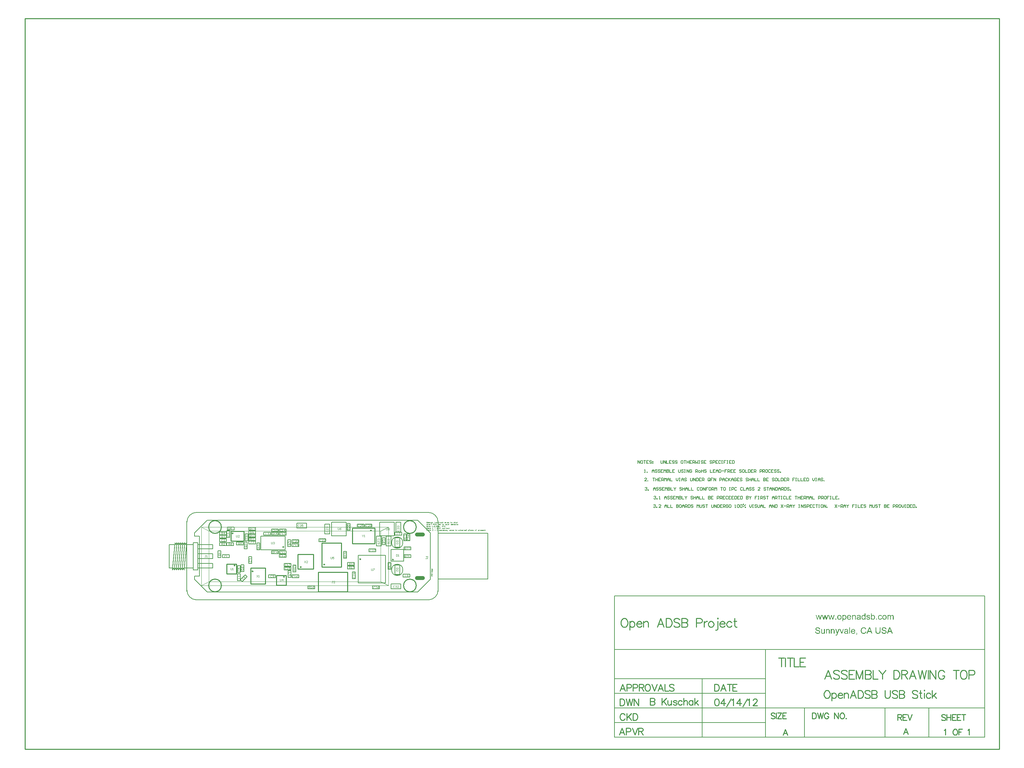
<source format=gm1>
%FSLAX24Y24*%
%MOIN*%
G70*
G01*
G75*
G04 Layer_Color=16711935*
%ADD10C,0.0060*%
%ADD11C,0.0200*%
%ADD12C,0.0100*%
%ADD13C,0.0250*%
%ADD14C,0.0120*%
%ADD15C,0.0330*%
%ADD16R,0.0197X0.0236*%
%ADD17R,0.0315X0.0354*%
%ADD18R,0.0217X0.0472*%
%ADD19R,0.1575X0.1181*%
%ADD20R,0.0236X0.0394*%
%ADD21R,0.0394X0.0394*%
%ADD22R,0.2156X0.2156*%
%ADD23O,0.0118X0.0295*%
%ADD24O,0.0295X0.0118*%
%ADD25O,0.0669X0.0177*%
%ADD26R,0.0354X0.0315*%
%ADD27R,0.0266X0.0098*%
%ADD28R,0.0591X0.0937*%
%ADD29R,0.0512X0.0295*%
%ADD30R,0.0128X0.0197*%
%ADD31R,0.0630X0.0520*%
%ADD32R,0.0709X0.0276*%
%ADD33R,0.0906X0.0276*%
%ADD34R,0.0276X0.0709*%
%ADD35R,0.1600X0.0600*%
%ADD36R,0.0433X0.0256*%
%ADD37R,0.0827X0.0472*%
%ADD38R,0.0827X0.0315*%
%ADD39R,0.0236X0.0197*%
G04:AMPARAMS|DCode=40|XSize=19.7mil|YSize=23.6mil|CornerRadius=0mil|HoleSize=0mil|Usage=FLASHONLY|Rotation=135.000|XOffset=0mil|YOffset=0mil|HoleType=Round|Shape=Rectangle|*
%AMROTATEDRECTD40*
4,1,4,0.0153,0.0014,-0.0014,-0.0153,-0.0153,-0.0014,0.0014,0.0153,0.0153,0.0014,0.0*
%
%ADD40ROTATEDRECTD40*%

%ADD41C,0.0150*%
%ADD42C,0.0290*%
%ADD43R,0.1600X0.1300*%
%ADD44C,0.0591*%
%ADD45C,0.0591*%
%ADD46R,0.0591X0.0591*%
%ADD47C,0.0472*%
%ADD48O,0.1575X0.0650*%
%ADD49C,0.0260*%
%ADD50C,0.0400*%
%ADD51C,0.0550*%
%ADD52C,0.0754*%
%ADD53C,0.0991*%
%ADD54O,0.1384X0.0794*%
%ADD55R,0.2280X0.2290*%
%ADD56R,0.1000X0.2790*%
%ADD57R,0.8990X0.0670*%
%ADD58R,0.0750X0.0500*%
%ADD59C,0.0530*%
%ADD60C,0.0098*%
%ADD61C,0.0079*%
%ADD62R,0.0277X0.0316*%
%ADD63R,0.0395X0.0434*%
%ADD64R,0.0297X0.0552*%
%ADD65R,0.1655X0.1261*%
%ADD66R,0.0316X0.0474*%
%ADD67R,0.0474X0.0474*%
%ADD68R,0.2236X0.2236*%
%ADD69O,0.0198X0.0375*%
%ADD70O,0.0375X0.0198*%
%ADD71O,0.0749X0.0257*%
%ADD72R,0.0434X0.0395*%
%ADD73R,0.0346X0.0178*%
%ADD74R,0.0671X0.1017*%
%ADD75R,0.0592X0.0375*%
%ADD76R,0.0208X0.0277*%
%ADD77R,0.0710X0.0600*%
%ADD78R,0.0789X0.0356*%
%ADD79R,0.0986X0.0356*%
%ADD80R,0.0356X0.0789*%
%ADD81R,0.1680X0.0680*%
%ADD82R,0.0513X0.0336*%
%ADD83R,0.0907X0.0552*%
%ADD84R,0.0907X0.0395*%
%ADD85R,0.0316X0.0277*%
G04:AMPARAMS|DCode=86|XSize=27.7mil|YSize=31.6mil|CornerRadius=0mil|HoleSize=0mil|Usage=FLASHONLY|Rotation=135.000|XOffset=0mil|YOffset=0mil|HoleType=Round|Shape=Rectangle|*
%AMROTATEDRECTD86*
4,1,4,0.0210,0.0014,-0.0014,-0.0210,-0.0210,-0.0014,0.0014,0.0210,0.0210,0.0014,0.0*
%
%ADD86ROTATEDRECTD86*%

%ADD87C,0.0370*%
%ADD88R,0.1680X0.1380*%
%ADD89C,0.0671*%
%ADD90C,0.0671*%
%ADD91R,0.0671X0.0671*%
%ADD92C,0.0552*%
%ADD93O,0.1655X0.0730*%
%ADD94C,0.0080*%
%ADD95C,0.0340*%
%ADD96C,0.0070*%
%ADD97R,0.2480X0.1720*%
%ADD98C,0.0039*%
%ADD99C,0.0394*%
%ADD100C,0.0050*%
%ADD101C,0.0010*%
%ADD102C,0.0004*%
%ADD103C,0.0012*%
G36*
X94045Y17648D02*
X94050D01*
X94064Y17647D01*
X94078Y17645D01*
X94094Y17642D01*
X94110Y17638D01*
X94126Y17633D01*
X94127D01*
X94128Y17632D01*
X94133Y17631D01*
X94140Y17626D01*
X94149Y17621D01*
X94159Y17616D01*
X94169Y17608D01*
X94179Y17600D01*
X94188Y17590D01*
X94189Y17589D01*
X94191Y17585D01*
X94194Y17579D01*
X94199Y17571D01*
X94204Y17561D01*
X94208Y17549D01*
X94212Y17535D01*
X94215Y17519D01*
X94139Y17508D01*
Y17510D01*
X94137Y17514D01*
X94135Y17521D01*
X94133Y17528D01*
X94129Y17537D01*
X94123Y17547D01*
X94116Y17555D01*
X94108Y17563D01*
X94107Y17564D01*
X94103Y17567D01*
X94098Y17570D01*
X94089Y17574D01*
X94079Y17577D01*
X94067Y17581D01*
X94053Y17583D01*
X94036Y17584D01*
X94027D01*
X94018Y17583D01*
X94006Y17581D01*
X93994Y17580D01*
X93980Y17577D01*
X93969Y17572D01*
X93959Y17566D01*
X93958Y17565D01*
X93955Y17562D01*
X93951Y17559D01*
X93948Y17554D01*
X93944Y17548D01*
X93940Y17541D01*
X93937Y17533D01*
X93936Y17524D01*
Y17523D01*
Y17522D01*
X93937Y17519D01*
Y17515D01*
X93940Y17507D01*
X93942Y17502D01*
X93945Y17497D01*
X93946Y17496D01*
X93947Y17495D01*
X93950Y17492D01*
X93953Y17489D01*
X93957Y17486D01*
X93962Y17482D01*
X93969Y17479D01*
X93975Y17476D01*
X93976D01*
X93978Y17475D01*
X93982Y17473D01*
X93989Y17472D01*
X93998Y17469D01*
X94004Y17467D01*
X94010Y17466D01*
X94018Y17463D01*
X94026Y17462D01*
X94035Y17458D01*
X94045Y17456D01*
X94046D01*
X94049Y17455D01*
X94054Y17454D01*
X94059Y17452D01*
X94065Y17450D01*
X94074Y17448D01*
X94091Y17443D01*
X94110Y17437D01*
X94129Y17432D01*
X94147Y17426D01*
X94154Y17422D01*
X94161Y17420D01*
X94163Y17419D01*
X94167Y17417D01*
X94173Y17414D01*
X94180Y17409D01*
X94189Y17403D01*
X94197Y17397D01*
X94206Y17388D01*
X94214Y17378D01*
X94214Y17377D01*
X94217Y17373D01*
X94219Y17367D01*
X94224Y17360D01*
X94227Y17350D01*
X94229Y17339D01*
X94232Y17326D01*
X94233Y17312D01*
Y17311D01*
Y17310D01*
Y17305D01*
X94232Y17297D01*
X94230Y17287D01*
X94227Y17276D01*
X94223Y17263D01*
X94217Y17250D01*
X94209Y17237D01*
X94209Y17235D01*
X94205Y17231D01*
X94199Y17225D01*
X94193Y17217D01*
X94183Y17208D01*
X94171Y17200D01*
X94158Y17191D01*
X94143Y17183D01*
X94142D01*
X94141Y17183D01*
X94139Y17182D01*
X94135Y17181D01*
X94126Y17177D01*
X94114Y17174D01*
X94100Y17171D01*
X94084Y17168D01*
X94065Y17166D01*
X94045Y17165D01*
X94037D01*
X94030Y17166D01*
X94023D01*
X94015Y17167D01*
X94005Y17168D01*
X93994Y17170D01*
X93972Y17174D01*
X93949Y17181D01*
X93927Y17190D01*
X93916Y17195D01*
X93907Y17202D01*
X93906Y17202D01*
X93905Y17203D01*
X93903Y17206D01*
X93900Y17208D01*
X93895Y17212D01*
X93891Y17217D01*
X93887Y17223D01*
X93882Y17230D01*
X93877Y17237D01*
X93871Y17246D01*
X93866Y17255D01*
X93862Y17265D01*
X93857Y17276D01*
X93853Y17287D01*
X93850Y17300D01*
X93847Y17313D01*
X93925Y17326D01*
Y17325D01*
Y17324D01*
X93925Y17322D01*
X93926Y17318D01*
X93928Y17310D01*
X93931Y17299D01*
X93936Y17287D01*
X93942Y17276D01*
X93950Y17264D01*
X93960Y17254D01*
X93962Y17253D01*
X93966Y17251D01*
X93973Y17247D01*
X93982Y17242D01*
X93995Y17237D01*
X94009Y17234D01*
X94025Y17231D01*
X94045Y17230D01*
X94054D01*
X94063Y17231D01*
X94075Y17232D01*
X94088Y17235D01*
X94101Y17239D01*
X94114Y17244D01*
X94125Y17252D01*
X94126Y17252D01*
X94129Y17256D01*
X94134Y17260D01*
X94139Y17267D01*
X94144Y17274D01*
X94148Y17282D01*
X94151Y17292D01*
X94152Y17303D01*
Y17304D01*
Y17307D01*
X94151Y17312D01*
X94149Y17318D01*
X94146Y17325D01*
X94142Y17332D01*
X94136Y17338D01*
X94129Y17345D01*
X94128Y17346D01*
X94125Y17347D01*
X94120Y17349D01*
X94112Y17352D01*
X94107Y17354D01*
X94102Y17356D01*
X94095Y17357D01*
X94088Y17360D01*
X94079Y17362D01*
X94069Y17365D01*
X94059Y17368D01*
X94048Y17371D01*
X94047D01*
X94044Y17372D01*
X94040Y17373D01*
X94034Y17375D01*
X94027Y17377D01*
X94019Y17379D01*
X94000Y17384D01*
X93980Y17390D01*
X93960Y17397D01*
X93951Y17400D01*
X93943Y17403D01*
X93935Y17406D01*
X93928Y17409D01*
X93926Y17410D01*
X93922Y17412D01*
X93916Y17416D01*
X93909Y17421D01*
X93901Y17427D01*
X93892Y17434D01*
X93885Y17442D01*
X93877Y17452D01*
X93876Y17454D01*
X93875Y17457D01*
X93872Y17463D01*
X93869Y17471D01*
X93865Y17480D01*
X93863Y17491D01*
X93861Y17502D01*
X93860Y17515D01*
Y17517D01*
Y17520D01*
X93861Y17526D01*
X93862Y17534D01*
X93864Y17542D01*
X93866Y17552D01*
X93870Y17562D01*
X93875Y17572D01*
X93875Y17573D01*
X93877Y17577D01*
X93880Y17581D01*
X93885Y17588D01*
X93890Y17595D01*
X93897Y17602D01*
X93905Y17610D01*
X93913Y17616D01*
X93914Y17617D01*
X93916Y17619D01*
X93920Y17621D01*
X93926Y17624D01*
X93933Y17628D01*
X93942Y17631D01*
X93952Y17636D01*
X93963Y17639D01*
X93965Y17640D01*
X93969Y17641D01*
X93975Y17642D01*
X93984Y17644D01*
X93994Y17646D01*
X94005Y17647D01*
X94018Y17649D01*
X94040D01*
X94045Y17648D01*
D02*
G37*
G36*
X96513D02*
X96519D01*
X96525Y17647D01*
X96541Y17644D01*
X96558Y17640D01*
X96575Y17633D01*
X96593Y17623D01*
X96600Y17617D01*
X96608Y17611D01*
X96608Y17610D01*
X96609Y17609D01*
X96611Y17606D01*
X96613Y17603D01*
X96616Y17599D01*
X96619Y17594D01*
X96623Y17588D01*
X96627Y17581D01*
X96630Y17574D01*
X96633Y17565D01*
X96637Y17556D01*
X96639Y17545D01*
X96642Y17533D01*
X96643Y17521D01*
X96645Y17507D01*
Y17492D01*
Y17175D01*
X96567D01*
Y17467D01*
Y17467D01*
Y17468D01*
Y17471D01*
Y17474D01*
Y17482D01*
X96566Y17492D01*
X96565Y17503D01*
X96564Y17515D01*
X96562Y17525D01*
X96559Y17534D01*
Y17535D01*
X96558Y17537D01*
X96556Y17542D01*
X96553Y17546D01*
X96549Y17552D01*
X96544Y17557D01*
X96539Y17562D01*
X96531Y17567D01*
X96530Y17568D01*
X96528Y17570D01*
X96524Y17572D01*
X96518Y17574D01*
X96511Y17577D01*
X96503Y17579D01*
X96494Y17580D01*
X96484Y17581D01*
X96479D01*
X96476Y17580D01*
X96467Y17579D01*
X96455Y17577D01*
X96442Y17572D01*
X96429Y17567D01*
X96414Y17558D01*
X96402Y17547D01*
X96400Y17546D01*
X96397Y17542D01*
X96392Y17533D01*
X96386Y17522D01*
X96383Y17516D01*
X96379Y17508D01*
X96377Y17499D01*
X96374Y17490D01*
X96373Y17480D01*
X96371Y17469D01*
X96369Y17457D01*
Y17444D01*
Y17175D01*
X96291D01*
Y17476D01*
Y17477D01*
Y17478D01*
Y17481D01*
Y17484D01*
X96290Y17494D01*
X96289Y17505D01*
X96286Y17518D01*
X96283Y17531D01*
X96279Y17543D01*
X96272Y17554D01*
X96271Y17555D01*
X96269Y17558D01*
X96264Y17562D01*
X96257Y17567D01*
X96249Y17572D01*
X96238Y17577D01*
X96224Y17580D01*
X96209Y17581D01*
X96204D01*
X96198Y17580D01*
X96189Y17578D01*
X96179Y17577D01*
X96169Y17573D01*
X96159Y17569D01*
X96148Y17563D01*
X96147Y17562D01*
X96143Y17560D01*
X96138Y17556D01*
X96132Y17550D01*
X96125Y17543D01*
X96119Y17534D01*
X96112Y17523D01*
X96106Y17512D01*
X96105Y17510D01*
X96105Y17506D01*
X96102Y17497D01*
X96100Y17487D01*
X96098Y17473D01*
X96095Y17457D01*
X96095Y17437D01*
X96094Y17415D01*
Y17175D01*
X96015D01*
Y17639D01*
X96085D01*
Y17573D01*
X96086Y17575D01*
X96090Y17579D01*
X96095Y17585D01*
X96101Y17593D01*
X96110Y17601D01*
X96120Y17611D01*
X96131Y17620D01*
X96144Y17628D01*
X96145D01*
X96145Y17629D01*
X96150Y17631D01*
X96158Y17635D01*
X96168Y17639D01*
X96180Y17642D01*
X96194Y17646D01*
X96209Y17648D01*
X96226Y17649D01*
X96234D01*
X96244Y17648D01*
X96256Y17646D01*
X96269Y17644D01*
X96284Y17640D01*
X96297Y17635D01*
X96310Y17627D01*
X96312Y17626D01*
X96316Y17623D01*
X96322Y17618D01*
X96329Y17611D01*
X96337Y17603D01*
X96344Y17593D01*
X96352Y17581D01*
X96358Y17567D01*
X96359Y17568D01*
X96360Y17571D01*
X96364Y17575D01*
X96368Y17580D01*
X96374Y17586D01*
X96380Y17593D01*
X96388Y17601D01*
X96396Y17608D01*
X96406Y17616D01*
X96417Y17623D01*
X96429Y17630D01*
X96441Y17636D01*
X96455Y17641D01*
X96469Y17646D01*
X96485Y17648D01*
X96501Y17649D01*
X96508D01*
X96513Y17648D01*
D02*
G37*
G36*
X90433Y17175D02*
X90353D01*
X90279Y17452D01*
X90260Y17532D01*
X90166Y17175D01*
X90084D01*
X89943Y17639D01*
X90024D01*
X90099Y17371D01*
X90125Y17271D01*
Y17272D01*
X90126Y17273D01*
X90127Y17277D01*
X90128Y17282D01*
X90129Y17286D01*
X90130Y17291D01*
X90132Y17297D01*
X90134Y17305D01*
X90136Y17314D01*
X90139Y17325D01*
X90142Y17337D01*
X90145Y17351D01*
X90149Y17367D01*
X90223Y17639D01*
X90304D01*
X90373Y17369D01*
X90396Y17281D01*
X90423Y17371D01*
X90503Y17639D01*
X90579D01*
X90433Y17175D01*
D02*
G37*
G36*
X95272Y17648D02*
X95278D01*
X95286Y17647D01*
X95293Y17646D01*
X95302Y17644D01*
X95322Y17640D01*
X95342Y17633D01*
X95362Y17623D01*
X95372Y17617D01*
X95381Y17611D01*
X95382Y17610D01*
X95384Y17609D01*
X95386Y17606D01*
X95389Y17604D01*
X95393Y17600D01*
X95397Y17595D01*
X95402Y17589D01*
X95407Y17583D01*
X95418Y17567D01*
X95428Y17549D01*
X95437Y17527D01*
X95444Y17502D01*
X95367Y17491D01*
Y17492D01*
X95366Y17492D01*
Y17495D01*
X95365Y17498D01*
X95362Y17507D01*
X95358Y17517D01*
X95352Y17527D01*
X95346Y17539D01*
X95338Y17550D01*
X95328Y17560D01*
X95327Y17561D01*
X95323Y17564D01*
X95317Y17567D01*
X95310Y17572D01*
X95300Y17577D01*
X95288Y17581D01*
X95276Y17583D01*
X95262Y17584D01*
X95256D01*
X95252Y17583D01*
X95247Y17582D01*
X95241Y17581D01*
X95227Y17579D01*
X95212Y17574D01*
X95197Y17567D01*
X95188Y17562D01*
X95181Y17556D01*
X95173Y17549D01*
X95166Y17542D01*
Y17541D01*
X95164Y17540D01*
X95162Y17537D01*
X95160Y17533D01*
X95157Y17529D01*
X95154Y17523D01*
X95151Y17517D01*
X95147Y17509D01*
X95144Y17500D01*
X95141Y17490D01*
X95137Y17479D01*
X95135Y17467D01*
X95132Y17454D01*
X95131Y17440D01*
X95130Y17424D01*
X95129Y17407D01*
Y17407D01*
Y17403D01*
Y17398D01*
X95130Y17392D01*
Y17384D01*
X95131Y17376D01*
X95132Y17366D01*
X95133Y17356D01*
X95137Y17333D01*
X95144Y17311D01*
X95152Y17290D01*
X95158Y17280D01*
X95164Y17272D01*
X95165Y17271D01*
X95166Y17270D01*
X95171Y17265D01*
X95178Y17258D01*
X95189Y17251D01*
X95202Y17243D01*
X95218Y17237D01*
X95237Y17232D01*
X95247Y17231D01*
X95257Y17230D01*
X95262D01*
X95265Y17231D01*
X95273Y17232D01*
X95284Y17233D01*
X95297Y17237D01*
X95309Y17242D01*
X95322Y17248D01*
X95334Y17257D01*
X95336Y17259D01*
X95339Y17262D01*
X95345Y17270D01*
X95351Y17279D01*
X95357Y17292D01*
X95364Y17307D01*
X95370Y17324D01*
X95374Y17345D01*
X95451Y17334D01*
Y17333D01*
X95451Y17331D01*
X95450Y17327D01*
X95449Y17321D01*
X95446Y17314D01*
X95445Y17307D01*
X95441Y17297D01*
X95438Y17288D01*
X95430Y17268D01*
X95418Y17247D01*
X95411Y17237D01*
X95404Y17227D01*
X95395Y17218D01*
X95386Y17209D01*
X95385Y17208D01*
X95383Y17207D01*
X95381Y17205D01*
X95376Y17202D01*
X95371Y17199D01*
X95366Y17195D01*
X95358Y17191D01*
X95351Y17187D01*
X95341Y17183D01*
X95331Y17179D01*
X95310Y17172D01*
X95286Y17167D01*
X95272Y17166D01*
X95258Y17165D01*
X95254D01*
X95249Y17166D01*
X95242D01*
X95234Y17167D01*
X95225Y17168D01*
X95215Y17170D01*
X95203Y17172D01*
X95192Y17176D01*
X95179Y17180D01*
X95167Y17185D01*
X95154Y17191D01*
X95142Y17198D01*
X95129Y17207D01*
X95117Y17216D01*
X95106Y17227D01*
X95105Y17227D01*
X95103Y17230D01*
X95101Y17233D01*
X95097Y17238D01*
X95092Y17245D01*
X95087Y17252D01*
X95082Y17262D01*
X95077Y17272D01*
X95072Y17284D01*
X95067Y17297D01*
X95062Y17312D01*
X95057Y17328D01*
X95053Y17346D01*
X95051Y17364D01*
X95049Y17384D01*
X95048Y17405D01*
Y17406D01*
Y17408D01*
Y17412D01*
Y17417D01*
X95049Y17424D01*
X95050Y17432D01*
Y17440D01*
X95052Y17449D01*
X95054Y17470D01*
X95058Y17492D01*
X95064Y17514D01*
X95072Y17536D01*
Y17537D01*
X95073Y17538D01*
X95075Y17542D01*
X95077Y17545D01*
X95083Y17555D01*
X95092Y17567D01*
X95102Y17581D01*
X95115Y17596D01*
X95131Y17609D01*
X95148Y17621D01*
X95149D01*
X95151Y17621D01*
X95153Y17623D01*
X95157Y17625D01*
X95162Y17627D01*
X95167Y17630D01*
X95182Y17635D01*
X95197Y17640D01*
X95217Y17645D01*
X95237Y17648D01*
X95259Y17649D01*
X95267D01*
X95272Y17648D01*
D02*
G37*
G36*
X93755Y17175D02*
X93681D01*
Y17234D01*
X93680Y17233D01*
X93680Y17231D01*
X93676Y17227D01*
X93673Y17223D01*
X93669Y17218D01*
X93663Y17212D01*
X93656Y17206D01*
X93649Y17200D01*
X93640Y17193D01*
X93631Y17187D01*
X93620Y17181D01*
X93608Y17176D01*
X93596Y17172D01*
X93581Y17168D01*
X93567Y17166D01*
X93551Y17165D01*
X93546D01*
X93542Y17166D01*
X93537D01*
X93531Y17167D01*
X93518Y17169D01*
X93502Y17172D01*
X93485Y17177D01*
X93466Y17185D01*
X93449Y17195D01*
X93448D01*
X93447Y17197D01*
X93445Y17198D01*
X93441Y17201D01*
X93433Y17207D01*
X93423Y17217D01*
X93411Y17229D01*
X93400Y17244D01*
X93388Y17261D01*
X93377Y17280D01*
Y17281D01*
X93376Y17282D01*
X93375Y17286D01*
X93373Y17290D01*
X93371Y17295D01*
X93370Y17301D01*
X93367Y17308D01*
X93365Y17317D01*
X93361Y17335D01*
X93356Y17357D01*
X93353Y17380D01*
X93352Y17406D01*
Y17407D01*
Y17409D01*
Y17412D01*
Y17417D01*
X93353Y17424D01*
Y17431D01*
X93354Y17439D01*
X93355Y17447D01*
X93358Y17467D01*
X93361Y17488D01*
X93367Y17510D01*
X93375Y17532D01*
Y17532D01*
X93376Y17534D01*
X93377Y17537D01*
X93379Y17541D01*
X93381Y17546D01*
X93385Y17551D01*
X93392Y17564D01*
X93402Y17577D01*
X93414Y17592D01*
X93428Y17606D01*
X93444Y17618D01*
X93445D01*
X93446Y17620D01*
X93449Y17621D01*
X93452Y17623D01*
X93456Y17626D01*
X93461Y17628D01*
X93475Y17634D01*
X93490Y17639D01*
X93507Y17644D01*
X93527Y17647D01*
X93548Y17649D01*
X93555D01*
X93563Y17648D01*
X93573Y17646D01*
X93585Y17645D01*
X93597Y17641D01*
X93610Y17636D01*
X93622Y17631D01*
X93624Y17630D01*
X93628Y17627D01*
X93634Y17624D01*
X93641Y17618D01*
X93650Y17611D01*
X93659Y17604D01*
X93668Y17595D01*
X93676Y17585D01*
Y17816D01*
X93755D01*
Y17175D01*
D02*
G37*
G36*
X92905Y15725D02*
Y15724D01*
Y15723D01*
Y15720D01*
Y15717D01*
X92904Y15708D01*
X92902Y15697D01*
X92901Y15684D01*
X92897Y15671D01*
X92892Y15658D01*
X92887Y15646D01*
X92886Y15644D01*
X92883Y15641D01*
X92879Y15635D01*
X92873Y15628D01*
X92866Y15621D01*
X92856Y15613D01*
X92845Y15605D01*
X92832Y15598D01*
X92810Y15632D01*
X92811Y15633D01*
X92814Y15634D01*
X92818Y15637D01*
X92823Y15640D01*
X92829Y15645D01*
X92835Y15651D01*
X92841Y15658D01*
X92846Y15665D01*
X92847Y15666D01*
X92847Y15669D01*
X92850Y15673D01*
X92852Y15680D01*
X92855Y15689D01*
X92857Y15699D01*
X92858Y15711D01*
X92859Y15725D01*
X92815D01*
Y15815D01*
X92905D01*
Y15725D01*
D02*
G37*
G36*
X92619Y17648D02*
X92630Y17647D01*
X92642Y17645D01*
X92655Y17642D01*
X92668Y17638D01*
X92682Y17633D01*
X92683Y17632D01*
X92688Y17631D01*
X92693Y17627D01*
X92702Y17622D01*
X92710Y17617D01*
X92718Y17611D01*
X92727Y17602D01*
X92734Y17594D01*
X92735Y17593D01*
X92737Y17590D01*
X92740Y17585D01*
X92744Y17577D01*
X92748Y17569D01*
X92752Y17559D01*
X92755Y17548D01*
X92758Y17536D01*
Y17535D01*
X92759Y17532D01*
X92760Y17526D01*
X92761Y17518D01*
X92762Y17507D01*
X92763Y17495D01*
X92763Y17479D01*
Y17460D01*
Y17175D01*
X92685D01*
Y17457D01*
Y17457D01*
Y17459D01*
Y17461D01*
Y17464D01*
X92684Y17473D01*
Y17483D01*
X92683Y17495D01*
X92681Y17507D01*
X92678Y17517D01*
X92675Y17527D01*
Y17528D01*
X92673Y17532D01*
X92671Y17536D01*
X92668Y17542D01*
X92663Y17547D01*
X92658Y17554D01*
X92651Y17560D01*
X92643Y17566D01*
X92642Y17567D01*
X92638Y17568D01*
X92633Y17571D01*
X92627Y17573D01*
X92619Y17576D01*
X92610Y17578D01*
X92599Y17580D01*
X92588Y17581D01*
X92583D01*
X92580Y17580D01*
X92570Y17579D01*
X92558Y17577D01*
X92545Y17573D01*
X92530Y17567D01*
X92515Y17559D01*
X92501Y17548D01*
X92499Y17547D01*
X92498Y17545D01*
X92495Y17542D01*
X92493Y17538D01*
X92489Y17533D01*
X92487Y17528D01*
X92483Y17522D01*
X92480Y17513D01*
X92477Y17505D01*
X92473Y17495D01*
X92471Y17484D01*
X92468Y17472D01*
X92467Y17458D01*
X92466Y17443D01*
X92465Y17427D01*
Y17175D01*
X92387D01*
Y17639D01*
X92458D01*
Y17572D01*
X92458Y17573D01*
X92460Y17576D01*
X92463Y17580D01*
X92467Y17584D01*
X92473Y17590D01*
X92478Y17596D01*
X92486Y17603D01*
X92495Y17611D01*
X92505Y17618D01*
X92516Y17625D01*
X92528Y17631D01*
X92541Y17637D01*
X92555Y17642D01*
X92570Y17646D01*
X92587Y17648D01*
X92604Y17649D01*
X92612D01*
X92619Y17648D01*
D02*
G37*
G36*
X91608D02*
X91613D01*
X91620Y17647D01*
X91634Y17645D01*
X91650Y17641D01*
X91668Y17636D01*
X91685Y17628D01*
X91703Y17618D01*
X91704D01*
X91705Y17616D01*
X91707Y17615D01*
X91710Y17612D01*
X91719Y17606D01*
X91729Y17596D01*
X91740Y17583D01*
X91751Y17569D01*
X91762Y17552D01*
X91772Y17532D01*
Y17531D01*
X91773Y17529D01*
X91775Y17526D01*
X91775Y17522D01*
X91778Y17517D01*
X91780Y17511D01*
X91781Y17503D01*
X91784Y17496D01*
X91788Y17477D01*
X91792Y17457D01*
X91795Y17434D01*
X91795Y17410D01*
Y17409D01*
Y17407D01*
Y17403D01*
Y17398D01*
X91795Y17392D01*
X91794Y17384D01*
X91793Y17377D01*
X91792Y17367D01*
X91789Y17347D01*
X91785Y17326D01*
X91778Y17303D01*
X91770Y17282D01*
Y17281D01*
X91769Y17279D01*
X91767Y17277D01*
X91765Y17272D01*
X91762Y17267D01*
X91759Y17262D01*
X91750Y17250D01*
X91740Y17236D01*
X91727Y17221D01*
X91712Y17207D01*
X91695Y17195D01*
X91694D01*
X91692Y17193D01*
X91690Y17192D01*
X91686Y17190D01*
X91682Y17188D01*
X91676Y17186D01*
X91664Y17180D01*
X91649Y17174D01*
X91631Y17170D01*
X91612Y17167D01*
X91592Y17165D01*
X91585D01*
X91578Y17166D01*
X91569Y17168D01*
X91558Y17169D01*
X91546Y17172D01*
X91534Y17176D01*
X91521Y17182D01*
X91520Y17183D01*
X91516Y17185D01*
X91511Y17188D01*
X91504Y17193D01*
X91496Y17199D01*
X91487Y17207D01*
X91479Y17214D01*
X91471Y17223D01*
Y16998D01*
X91392D01*
Y17639D01*
X91464D01*
Y17578D01*
X91465Y17580D01*
X91468Y17584D01*
X91474Y17590D01*
X91481Y17598D01*
X91489Y17606D01*
X91498Y17615D01*
X91509Y17623D01*
X91521Y17631D01*
X91522Y17631D01*
X91526Y17633D01*
X91533Y17636D01*
X91542Y17640D01*
X91554Y17643D01*
X91567Y17646D01*
X91582Y17648D01*
X91598Y17649D01*
X91604D01*
X91608Y17648D01*
D02*
G37*
G36*
X89787Y17175D02*
X89706D01*
X89632Y17452D01*
X89614Y17532D01*
X89520Y17175D01*
X89437D01*
X89296Y17639D01*
X89378D01*
X89452Y17371D01*
X89479Y17271D01*
Y17272D01*
X89480Y17273D01*
X89480Y17277D01*
X89481Y17282D01*
X89482Y17286D01*
X89484Y17291D01*
X89486Y17297D01*
X89487Y17305D01*
X89490Y17314D01*
X89492Y17325D01*
X89495Y17337D01*
X89499Y17351D01*
X89503Y17367D01*
X89576Y17639D01*
X89657D01*
X89727Y17369D01*
X89750Y17281D01*
X89776Y17371D01*
X89856Y17639D01*
X89933D01*
X89787Y17175D01*
D02*
G37*
G36*
X94403Y17586D02*
X94404Y17586D01*
X94405Y17588D01*
X94408Y17592D01*
X94412Y17596D01*
X94417Y17601D01*
X94423Y17606D01*
X94429Y17611D01*
X94437Y17617D01*
X94446Y17623D01*
X94455Y17629D01*
X94466Y17634D01*
X94477Y17639D01*
X94488Y17643D01*
X94502Y17646D01*
X94515Y17648D01*
X94529Y17649D01*
X94537D01*
X94545Y17648D01*
X94556Y17646D01*
X94568Y17645D01*
X94582Y17641D01*
X94597Y17637D01*
X94611Y17631D01*
X94612D01*
X94613Y17631D01*
X94618Y17628D01*
X94624Y17624D01*
X94633Y17619D01*
X94643Y17611D01*
X94653Y17603D01*
X94663Y17593D01*
X94673Y17582D01*
X94674Y17581D01*
X94678Y17577D01*
X94682Y17571D01*
X94688Y17562D01*
X94694Y17551D01*
X94701Y17537D01*
X94707Y17523D01*
X94713Y17507D01*
Y17507D01*
X94713Y17506D01*
X94714Y17503D01*
X94715Y17500D01*
X94717Y17491D01*
X94720Y17479D01*
X94723Y17466D01*
X94724Y17449D01*
X94726Y17432D01*
X94727Y17413D01*
Y17412D01*
Y17408D01*
Y17402D01*
X94726Y17393D01*
X94725Y17383D01*
X94723Y17372D01*
X94722Y17359D01*
X94719Y17346D01*
X94716Y17331D01*
X94713Y17316D01*
X94708Y17301D01*
X94702Y17285D01*
X94695Y17270D01*
X94687Y17256D01*
X94678Y17242D01*
X94668Y17229D01*
X94667Y17228D01*
X94665Y17227D01*
X94662Y17223D01*
X94657Y17219D01*
X94652Y17214D01*
X94644Y17209D01*
X94637Y17203D01*
X94628Y17197D01*
X94618Y17191D01*
X94607Y17185D01*
X94595Y17180D01*
X94583Y17175D01*
X94569Y17171D01*
X94555Y17168D01*
X94540Y17166D01*
X94525Y17165D01*
X94522D01*
X94518Y17166D01*
X94512D01*
X94505Y17168D01*
X94497Y17168D01*
X94488Y17171D01*
X94479Y17173D01*
X94469Y17177D01*
X94458Y17182D01*
X94448Y17187D01*
X94437Y17194D01*
X94426Y17202D01*
X94416Y17211D01*
X94406Y17222D01*
X94397Y17233D01*
Y17175D01*
X94324D01*
Y17816D01*
X94403D01*
Y17586D01*
D02*
G37*
G36*
X95722Y17648D02*
X95730Y17647D01*
X95740Y17646D01*
X95750Y17644D01*
X95762Y17641D01*
X95774Y17638D01*
X95786Y17633D01*
X95800Y17628D01*
X95813Y17622D01*
X95826Y17615D01*
X95839Y17606D01*
X95851Y17596D01*
X95863Y17586D01*
X95864Y17585D01*
X95865Y17583D01*
X95869Y17579D01*
X95872Y17574D01*
X95877Y17568D01*
X95882Y17560D01*
X95888Y17551D01*
X95894Y17541D01*
X95899Y17529D01*
X95905Y17517D01*
X95910Y17502D01*
X95915Y17487D01*
X95918Y17470D01*
X95921Y17452D01*
X95923Y17433D01*
X95924Y17413D01*
Y17412D01*
Y17409D01*
Y17405D01*
Y17398D01*
X95923Y17391D01*
X95922Y17382D01*
X95921Y17372D01*
X95920Y17362D01*
X95917Y17340D01*
X95912Y17317D01*
X95905Y17293D01*
X95901Y17282D01*
X95896Y17272D01*
Y17272D01*
X95895Y17270D01*
X95894Y17267D01*
X95891Y17264D01*
X95885Y17255D01*
X95876Y17243D01*
X95865Y17231D01*
X95852Y17217D01*
X95836Y17205D01*
X95818Y17193D01*
X95817D01*
X95815Y17192D01*
X95813Y17191D01*
X95809Y17189D01*
X95805Y17187D01*
X95799Y17184D01*
X95785Y17179D01*
X95769Y17174D01*
X95750Y17169D01*
X95729Y17166D01*
X95706Y17165D01*
X95702D01*
X95697Y17166D01*
X95691D01*
X95682Y17167D01*
X95673Y17168D01*
X95662Y17170D01*
X95651Y17172D01*
X95638Y17176D01*
X95626Y17180D01*
X95613Y17185D01*
X95600Y17191D01*
X95586Y17198D01*
X95574Y17207D01*
X95561Y17216D01*
X95550Y17227D01*
X95549Y17227D01*
X95547Y17230D01*
X95544Y17233D01*
X95541Y17238D01*
X95536Y17245D01*
X95531Y17252D01*
X95526Y17262D01*
X95520Y17272D01*
X95514Y17285D01*
X95509Y17298D01*
X95504Y17312D01*
X95499Y17329D01*
X95496Y17347D01*
X95492Y17365D01*
X95491Y17385D01*
X95490Y17407D01*
Y17408D01*
Y17412D01*
X95491Y17419D01*
Y17427D01*
X95492Y17438D01*
X95494Y17451D01*
X95496Y17464D01*
X95499Y17478D01*
X95502Y17494D01*
X95507Y17510D01*
X95513Y17526D01*
X95520Y17542D01*
X95528Y17557D01*
X95537Y17572D01*
X95548Y17585D01*
X95561Y17597D01*
X95561Y17598D01*
X95563Y17600D01*
X95566Y17602D01*
X95571Y17606D01*
X95577Y17609D01*
X95584Y17614D01*
X95592Y17618D01*
X95601Y17623D01*
X95611Y17628D01*
X95622Y17632D01*
X95635Y17637D01*
X95647Y17641D01*
X95661Y17644D01*
X95676Y17646D01*
X95691Y17648D01*
X95706Y17649D01*
X95716D01*
X95722Y17648D01*
D02*
G37*
G36*
X91098D02*
X91107Y17647D01*
X91116Y17646D01*
X91127Y17644D01*
X91138Y17641D01*
X91150Y17638D01*
X91162Y17633D01*
X91176Y17628D01*
X91189Y17622D01*
X91202Y17615D01*
X91215Y17606D01*
X91227Y17596D01*
X91239Y17586D01*
X91240Y17585D01*
X91241Y17583D01*
X91245Y17579D01*
X91248Y17574D01*
X91253Y17568D01*
X91258Y17560D01*
X91264Y17551D01*
X91270Y17541D01*
X91275Y17529D01*
X91281Y17517D01*
X91286Y17502D01*
X91291Y17487D01*
X91294Y17470D01*
X91297Y17452D01*
X91299Y17433D01*
X91300Y17413D01*
Y17412D01*
Y17409D01*
Y17405D01*
Y17398D01*
X91299Y17391D01*
X91298Y17382D01*
X91297Y17372D01*
X91296Y17362D01*
X91293Y17340D01*
X91288Y17317D01*
X91281Y17293D01*
X91277Y17282D01*
X91272Y17272D01*
Y17272D01*
X91271Y17270D01*
X91270Y17267D01*
X91267Y17264D01*
X91261Y17255D01*
X91252Y17243D01*
X91241Y17231D01*
X91228Y17217D01*
X91212Y17205D01*
X91194Y17193D01*
X91193D01*
X91191Y17192D01*
X91189Y17191D01*
X91185Y17189D01*
X91181Y17187D01*
X91175Y17184D01*
X91161Y17179D01*
X91145Y17174D01*
X91126Y17169D01*
X91105Y17166D01*
X91082Y17165D01*
X91078D01*
X91073Y17166D01*
X91067D01*
X91058Y17167D01*
X91049Y17168D01*
X91038Y17170D01*
X91027Y17172D01*
X91014Y17176D01*
X91002Y17180D01*
X90989Y17185D01*
X90976Y17191D01*
X90962Y17198D01*
X90950Y17207D01*
X90937Y17216D01*
X90926Y17227D01*
X90925Y17227D01*
X90923Y17230D01*
X90920Y17233D01*
X90917Y17238D01*
X90912Y17245D01*
X90907Y17252D01*
X90902Y17262D01*
X90896Y17272D01*
X90890Y17285D01*
X90885Y17298D01*
X90880Y17312D01*
X90875Y17329D01*
X90872Y17347D01*
X90868Y17365D01*
X90867Y17385D01*
X90866Y17407D01*
Y17408D01*
Y17412D01*
X90867Y17419D01*
Y17427D01*
X90868Y17438D01*
X90870Y17451D01*
X90872Y17464D01*
X90875Y17478D01*
X90878Y17494D01*
X90883Y17510D01*
X90889Y17526D01*
X90896Y17542D01*
X90904Y17557D01*
X90913Y17572D01*
X90924Y17585D01*
X90937Y17597D01*
X90937Y17598D01*
X90939Y17600D01*
X90942Y17602D01*
X90947Y17606D01*
X90953Y17609D01*
X90960Y17614D01*
X90968Y17618D01*
X90977Y17623D01*
X90987Y17628D01*
X90998Y17632D01*
X91011Y17637D01*
X91023Y17641D01*
X91037Y17644D01*
X91052Y17646D01*
X91067Y17648D01*
X91082Y17649D01*
X91092D01*
X91098Y17648D01*
D02*
G37*
G36*
X92094D02*
X92102Y17647D01*
X92111Y17646D01*
X92122Y17644D01*
X92133Y17641D01*
X92144Y17638D01*
X92157Y17633D01*
X92169Y17628D01*
X92182Y17622D01*
X92195Y17615D01*
X92208Y17606D01*
X92219Y17596D01*
X92231Y17586D01*
X92232Y17585D01*
X92234Y17582D01*
X92237Y17579D01*
X92240Y17574D01*
X92244Y17567D01*
X92249Y17560D01*
X92255Y17551D01*
X92261Y17540D01*
X92266Y17527D01*
X92272Y17514D01*
X92277Y17500D01*
X92281Y17484D01*
X92284Y17467D01*
X92288Y17448D01*
X92289Y17428D01*
X92290Y17407D01*
Y17406D01*
Y17402D01*
Y17396D01*
X92289Y17387D01*
X91944D01*
Y17386D01*
Y17383D01*
X91945Y17379D01*
X91945Y17374D01*
X91946Y17367D01*
X91947Y17360D01*
X91950Y17343D01*
X91956Y17324D01*
X91964Y17305D01*
X91974Y17287D01*
X91980Y17278D01*
X91986Y17270D01*
X91987Y17269D01*
X91988Y17268D01*
X91990Y17267D01*
X91993Y17264D01*
X92002Y17257D01*
X92013Y17250D01*
X92027Y17242D01*
X92044Y17237D01*
X92063Y17232D01*
X92073Y17231D01*
X92084Y17230D01*
X92091D01*
X92099Y17231D01*
X92109Y17232D01*
X92120Y17236D01*
X92133Y17239D01*
X92145Y17245D01*
X92157Y17252D01*
X92159Y17253D01*
X92162Y17257D01*
X92168Y17262D01*
X92174Y17270D01*
X92182Y17280D01*
X92190Y17293D01*
X92199Y17308D01*
X92205Y17326D01*
X92287Y17315D01*
Y17314D01*
X92286Y17312D01*
X92285Y17308D01*
X92283Y17303D01*
X92281Y17297D01*
X92278Y17290D01*
X92271Y17274D01*
X92261Y17257D01*
X92249Y17238D01*
X92234Y17220D01*
X92216Y17204D01*
X92215D01*
X92214Y17202D01*
X92211Y17201D01*
X92207Y17198D01*
X92202Y17195D01*
X92195Y17192D01*
X92189Y17188D01*
X92180Y17185D01*
X92171Y17181D01*
X92161Y17177D01*
X92150Y17174D01*
X92139Y17171D01*
X92113Y17167D01*
X92099Y17166D01*
X92084Y17165D01*
X92079D01*
X92074Y17166D01*
X92067D01*
X92059Y17167D01*
X92049Y17168D01*
X92037Y17170D01*
X92025Y17172D01*
X92013Y17176D01*
X91999Y17180D01*
X91986Y17185D01*
X91973Y17192D01*
X91960Y17198D01*
X91946Y17207D01*
X91934Y17217D01*
X91922Y17227D01*
X91921Y17228D01*
X91920Y17231D01*
X91916Y17234D01*
X91913Y17239D01*
X91909Y17246D01*
X91904Y17253D01*
X91898Y17262D01*
X91893Y17272D01*
X91887Y17285D01*
X91881Y17297D01*
X91876Y17312D01*
X91872Y17327D01*
X91869Y17345D01*
X91865Y17362D01*
X91864Y17382D01*
X91863Y17402D01*
Y17404D01*
Y17407D01*
X91864Y17414D01*
Y17422D01*
X91865Y17432D01*
X91866Y17443D01*
X91868Y17456D01*
X91870Y17469D01*
X91874Y17483D01*
X91878Y17498D01*
X91882Y17513D01*
X91888Y17528D01*
X91895Y17543D01*
X91903Y17558D01*
X91912Y17572D01*
X91923Y17584D01*
X91924Y17585D01*
X91925Y17586D01*
X91929Y17590D01*
X91934Y17594D01*
X91940Y17599D01*
X91947Y17605D01*
X91955Y17611D01*
X91965Y17616D01*
X91975Y17622D01*
X91987Y17628D01*
X92000Y17634D01*
X92014Y17639D01*
X92029Y17643D01*
X92044Y17646D01*
X92061Y17648D01*
X92079Y17649D01*
X92088D01*
X92094Y17648D01*
D02*
G37*
G36*
X94936Y17175D02*
X94846D01*
Y17265D01*
X94936D01*
Y17175D01*
D02*
G37*
G36*
X89141D02*
X89060D01*
X88986Y17452D01*
X88967Y17532D01*
X88873Y17175D01*
X88791D01*
X88650Y17639D01*
X88732D01*
X88806Y17371D01*
X88832Y17271D01*
Y17272D01*
X88833Y17273D01*
X88834Y17277D01*
X88835Y17282D01*
X88836Y17286D01*
X88837Y17291D01*
X88839Y17297D01*
X88841Y17305D01*
X88843Y17314D01*
X88846Y17325D01*
X88849Y17337D01*
X88852Y17351D01*
X88857Y17367D01*
X88930Y17639D01*
X89011D01*
X89081Y17369D01*
X89103Y17281D01*
X89130Y17371D01*
X89210Y17639D01*
X89286D01*
X89141Y17175D01*
D02*
G37*
G36*
X90759D02*
X90669D01*
Y17265D01*
X90759D01*
Y17175D01*
D02*
G37*
G36*
X93101Y17648D02*
X93114Y17647D01*
X93129Y17646D01*
X93146Y17643D01*
X93161Y17640D01*
X93176Y17635D01*
X93177D01*
X93177Y17634D01*
X93182Y17632D01*
X93188Y17629D01*
X93197Y17625D01*
X93206Y17620D01*
X93215Y17614D01*
X93223Y17606D01*
X93231Y17599D01*
X93231Y17598D01*
X93233Y17596D01*
X93237Y17591D01*
X93241Y17585D01*
X93245Y17577D01*
X93249Y17568D01*
X93252Y17558D01*
X93256Y17547D01*
Y17546D01*
X93256Y17542D01*
X93257Y17537D01*
X93258Y17530D01*
Y17520D01*
X93259Y17507D01*
X93260Y17492D01*
Y17474D01*
Y17369D01*
Y17368D01*
Y17364D01*
Y17359D01*
Y17352D01*
Y17343D01*
Y17333D01*
Y17322D01*
X93261Y17311D01*
Y17287D01*
X93261Y17265D01*
X93262Y17254D01*
Y17245D01*
X93263Y17237D01*
X93264Y17231D01*
Y17229D01*
X93265Y17226D01*
X93266Y17220D01*
X93268Y17213D01*
X93271Y17204D01*
X93275Y17195D01*
X93279Y17185D01*
X93284Y17175D01*
X93202D01*
X93201Y17176D01*
X93200Y17179D01*
X93197Y17184D01*
X93196Y17192D01*
X93192Y17200D01*
X93191Y17210D01*
X93188Y17221D01*
X93187Y17233D01*
X93186D01*
X93185Y17232D01*
X93182Y17230D01*
X93179Y17227D01*
X93171Y17221D01*
X93159Y17212D01*
X93147Y17204D01*
X93132Y17195D01*
X93117Y17187D01*
X93102Y17180D01*
X93101D01*
X93100Y17179D01*
X93097Y17178D01*
X93095Y17177D01*
X93087Y17175D01*
X93076Y17172D01*
X93063Y17170D01*
X93048Y17168D01*
X93032Y17166D01*
X93016Y17165D01*
X93008D01*
X93003Y17166D01*
X92997D01*
X92989Y17167D01*
X92972Y17170D01*
X92953Y17174D01*
X92934Y17181D01*
X92915Y17190D01*
X92907Y17195D01*
X92898Y17202D01*
X92897Y17202D01*
X92897Y17203D01*
X92892Y17208D01*
X92886Y17217D01*
X92878Y17227D01*
X92871Y17242D01*
X92864Y17257D01*
X92859Y17276D01*
X92858Y17286D01*
X92857Y17297D01*
Y17298D01*
Y17302D01*
X92858Y17309D01*
X92859Y17317D01*
X92861Y17327D01*
X92864Y17337D01*
X92867Y17348D01*
X92872Y17359D01*
X92873Y17361D01*
X92875Y17364D01*
X92879Y17369D01*
X92883Y17376D01*
X92889Y17382D01*
X92897Y17390D01*
X92904Y17397D01*
X92913Y17404D01*
X92914Y17405D01*
X92917Y17407D01*
X92923Y17410D01*
X92930Y17414D01*
X92938Y17418D01*
X92947Y17422D01*
X92958Y17427D01*
X92970Y17430D01*
X92971D01*
X92974Y17431D01*
X92980Y17432D01*
X92987Y17433D01*
X92997Y17436D01*
X93009Y17437D01*
X93023Y17439D01*
X93040Y17442D01*
X93041D01*
X93044Y17442D01*
X93049D01*
X93056Y17444D01*
X93063Y17445D01*
X93072Y17446D01*
X93082Y17447D01*
X93093Y17449D01*
X93116Y17453D01*
X93139Y17458D01*
X93161Y17463D01*
X93171Y17467D01*
X93180Y17469D01*
Y17470D01*
Y17472D01*
Y17474D01*
X93181Y17477D01*
Y17484D01*
Y17487D01*
Y17489D01*
Y17490D01*
Y17492D01*
Y17494D01*
Y17497D01*
X93180Y17506D01*
X93178Y17516D01*
X93175Y17527D01*
X93172Y17538D01*
X93166Y17549D01*
X93158Y17557D01*
X93157Y17558D01*
X93152Y17562D01*
X93146Y17566D01*
X93136Y17571D01*
X93122Y17576D01*
X93107Y17580D01*
X93089Y17583D01*
X93068Y17584D01*
X93059D01*
X93049Y17583D01*
X93037Y17581D01*
X93023Y17579D01*
X93010Y17576D01*
X92997Y17571D01*
X92986Y17564D01*
X92985Y17563D01*
X92982Y17561D01*
X92977Y17556D01*
X92972Y17548D01*
X92965Y17539D01*
X92959Y17527D01*
X92952Y17512D01*
X92947Y17496D01*
X92871Y17507D01*
Y17507D01*
X92872Y17509D01*
Y17512D01*
X92872Y17515D01*
X92875Y17524D01*
X92879Y17535D01*
X92883Y17547D01*
X92889Y17561D01*
X92897Y17574D01*
X92905Y17586D01*
X92906Y17587D01*
X92909Y17591D01*
X92915Y17596D01*
X92922Y17603D01*
X92932Y17611D01*
X92944Y17618D01*
X92958Y17626D01*
X92974Y17632D01*
X92975D01*
X92977Y17633D01*
X92979Y17634D01*
X92982Y17635D01*
X92987Y17636D01*
X92992Y17637D01*
X93005Y17641D01*
X93020Y17644D01*
X93038Y17646D01*
X93058Y17648D01*
X93080Y17649D01*
X93095D01*
X93101Y17648D01*
D02*
G37*
G36*
X92503Y16198D02*
X92510Y16197D01*
X92519Y16196D01*
X92530Y16194D01*
X92541Y16191D01*
X92553Y16188D01*
X92565Y16183D01*
X92578Y16178D01*
X92590Y16172D01*
X92603Y16165D01*
X92616Y16156D01*
X92628Y16147D01*
X92639Y16136D01*
X92640Y16135D01*
X92642Y16132D01*
X92645Y16129D01*
X92648Y16124D01*
X92653Y16117D01*
X92658Y16110D01*
X92663Y16101D01*
X92669Y16090D01*
X92674Y16077D01*
X92680Y16064D01*
X92685Y16050D01*
X92689Y16034D01*
X92693Y16017D01*
X92696Y15998D01*
X92698Y15978D01*
X92698Y15957D01*
Y15956D01*
Y15952D01*
Y15946D01*
X92698Y15937D01*
X92352D01*
Y15936D01*
Y15933D01*
X92353Y15929D01*
X92353Y15924D01*
X92354Y15917D01*
X92355Y15910D01*
X92359Y15893D01*
X92364Y15874D01*
X92372Y15855D01*
X92382Y15837D01*
X92388Y15828D01*
X92394Y15820D01*
X92395Y15819D01*
X92396Y15818D01*
X92398Y15817D01*
X92401Y15814D01*
X92410Y15807D01*
X92421Y15800D01*
X92435Y15792D01*
X92452Y15787D01*
X92471Y15782D01*
X92481Y15781D01*
X92492Y15780D01*
X92499D01*
X92507Y15781D01*
X92518Y15782D01*
X92528Y15786D01*
X92541Y15789D01*
X92553Y15795D01*
X92565Y15802D01*
X92567Y15803D01*
X92570Y15807D01*
X92576Y15812D01*
X92583Y15820D01*
X92590Y15830D01*
X92598Y15843D01*
X92607Y15858D01*
X92613Y15876D01*
X92695Y15865D01*
Y15864D01*
X92694Y15862D01*
X92693Y15858D01*
X92691Y15853D01*
X92689Y15847D01*
X92686Y15840D01*
X92679Y15824D01*
X92669Y15807D01*
X92657Y15788D01*
X92642Y15770D01*
X92624Y15754D01*
X92623D01*
X92622Y15752D01*
X92619Y15751D01*
X92615Y15748D01*
X92610Y15745D01*
X92603Y15742D01*
X92597Y15738D01*
X92588Y15735D01*
X92579Y15731D01*
X92569Y15727D01*
X92558Y15724D01*
X92547Y15721D01*
X92521Y15717D01*
X92507Y15716D01*
X92492Y15715D01*
X92488D01*
X92482Y15716D01*
X92475D01*
X92467Y15717D01*
X92457Y15718D01*
X92445Y15720D01*
X92433Y15723D01*
X92421Y15726D01*
X92408Y15730D01*
X92394Y15735D01*
X92381Y15742D01*
X92368Y15748D01*
X92354Y15757D01*
X92342Y15767D01*
X92330Y15777D01*
X92329Y15778D01*
X92328Y15781D01*
X92324Y15784D01*
X92321Y15789D01*
X92317Y15796D01*
X92312Y15803D01*
X92306Y15812D01*
X92301Y15822D01*
X92295Y15835D01*
X92289Y15847D01*
X92284Y15862D01*
X92280Y15877D01*
X92277Y15895D01*
X92274Y15912D01*
X92272Y15932D01*
X92271Y15952D01*
Y15954D01*
Y15957D01*
X92272Y15964D01*
Y15972D01*
X92273Y15982D01*
X92274Y15993D01*
X92276Y16006D01*
X92279Y16019D01*
X92282Y16033D01*
X92286Y16048D01*
X92290Y16063D01*
X92296Y16078D01*
X92304Y16093D01*
X92311Y16108D01*
X92320Y16122D01*
X92331Y16134D01*
X92332Y16135D01*
X92334Y16136D01*
X92337Y16140D01*
X92342Y16144D01*
X92348Y16149D01*
X92355Y16155D01*
X92363Y16161D01*
X92373Y16166D01*
X92383Y16172D01*
X92395Y16178D01*
X92408Y16184D01*
X92422Y16189D01*
X92437Y16193D01*
X92453Y16196D01*
X92469Y16198D01*
X92487Y16199D01*
X92496D01*
X92503Y16198D01*
D02*
G37*
G36*
X91356Y15725D02*
X91281D01*
X91106Y16189D01*
X91189D01*
X91288Y15911D01*
Y15910D01*
X91289Y15909D01*
X91290Y15907D01*
X91291Y15903D01*
X91294Y15894D01*
X91298Y15882D01*
X91303Y15868D01*
X91308Y15852D01*
X91313Y15835D01*
X91318Y15817D01*
Y15818D01*
X91319Y15819D01*
X91320Y15824D01*
X91322Y15832D01*
X91326Y15842D01*
X91330Y15855D01*
X91335Y15870D01*
X91341Y15887D01*
X91347Y15906D01*
X91450Y16189D01*
X91531D01*
X91356Y15725D01*
D02*
G37*
G36*
X90911Y15718D02*
Y15717D01*
X90910Y15714D01*
X90908Y15710D01*
X90906Y15705D01*
X90904Y15699D01*
X90901Y15692D01*
X90895Y15676D01*
X90887Y15658D01*
X90880Y15641D01*
X90873Y15625D01*
X90870Y15618D01*
X90867Y15613D01*
X90866Y15611D01*
X90863Y15607D01*
X90858Y15599D01*
X90852Y15591D01*
X90846Y15582D01*
X90837Y15573D01*
X90828Y15563D01*
X90818Y15556D01*
X90817Y15555D01*
X90813Y15553D01*
X90808Y15550D01*
X90800Y15547D01*
X90791Y15543D01*
X90780Y15540D01*
X90767Y15538D01*
X90754Y15538D01*
X90750D01*
X90745Y15538D01*
X90739Y15539D01*
X90732Y15540D01*
X90722Y15542D01*
X90713Y15544D01*
X90703Y15548D01*
X90695Y15621D01*
X90696D01*
X90699Y15620D01*
X90704Y15618D01*
X90710Y15618D01*
X90717Y15616D01*
X90724Y15614D01*
X90739Y15613D01*
X90743D01*
X90748Y15614D01*
X90754D01*
X90768Y15618D01*
X90775Y15619D01*
X90781Y15623D01*
X90782D01*
X90783Y15624D01*
X90787Y15626D01*
X90790Y15628D01*
X90798Y15636D01*
X90807Y15647D01*
Y15648D01*
X90808Y15649D01*
X90810Y15653D01*
X90812Y15658D01*
X90816Y15667D01*
X90820Y15677D01*
X90825Y15690D01*
X90827Y15698D01*
X90831Y15706D01*
X90832Y15707D01*
X90832Y15711D01*
X90835Y15717D01*
X90838Y15725D01*
X90662Y16189D01*
X90745D01*
X90842Y15921D01*
Y15920D01*
X90843Y15918D01*
X90844Y15916D01*
X90846Y15912D01*
X90847Y15907D01*
X90849Y15902D01*
X90853Y15888D01*
X90858Y15872D01*
X90864Y15854D01*
X90870Y15834D01*
X90876Y15813D01*
Y15814D01*
X90877Y15816D01*
X90877Y15818D01*
X90878Y15822D01*
X90880Y15827D01*
X90882Y15833D01*
X90885Y15847D01*
X90890Y15862D01*
X90896Y15880D01*
X90902Y15899D01*
X90909Y15918D01*
X91008Y16189D01*
X91087D01*
X90911Y15718D01*
D02*
G37*
G36*
X88867Y16376D02*
X88874D01*
X88882Y16375D01*
X88892Y16374D01*
X88911Y16371D01*
X88932Y16366D01*
X88953Y16361D01*
X88974Y16353D01*
X88975D01*
X88977Y16352D01*
X88979Y16351D01*
X88983Y16349D01*
X88993Y16343D01*
X89005Y16336D01*
X89019Y16326D01*
X89032Y16315D01*
X89046Y16301D01*
X89058Y16285D01*
Y16284D01*
X89060Y16283D01*
X89061Y16281D01*
X89063Y16277D01*
X89065Y16273D01*
X89067Y16268D01*
X89073Y16256D01*
X89079Y16241D01*
X89084Y16224D01*
X89088Y16205D01*
X89090Y16185D01*
X89008Y16179D01*
Y16180D01*
Y16181D01*
X89007Y16185D01*
X89007Y16189D01*
X89006Y16194D01*
X89004Y16200D01*
X89000Y16213D01*
X88994Y16227D01*
X88987Y16242D01*
X88977Y16257D01*
X88963Y16270D01*
X88962Y16271D01*
X88959Y16272D01*
X88957Y16275D01*
X88952Y16277D01*
X88947Y16280D01*
X88942Y16282D01*
X88936Y16286D01*
X88928Y16288D01*
X88920Y16291D01*
X88911Y16293D01*
X88901Y16296D01*
X88890Y16298D01*
X88878Y16299D01*
X88866Y16301D01*
X88840D01*
X88833Y16300D01*
X88827Y16299D01*
X88810Y16297D01*
X88792Y16294D01*
X88773Y16289D01*
X88756Y16281D01*
X88747Y16277D01*
X88741Y16272D01*
X88739Y16271D01*
X88735Y16267D01*
X88730Y16261D01*
X88723Y16253D01*
X88717Y16243D01*
X88712Y16231D01*
X88707Y16218D01*
X88706Y16204D01*
Y16202D01*
Y16198D01*
X88707Y16192D01*
X88709Y16184D01*
X88712Y16175D01*
X88716Y16166D01*
X88722Y16156D01*
X88730Y16147D01*
X88732Y16147D01*
X88733Y16145D01*
X88736Y16144D01*
X88739Y16142D01*
X88743Y16139D01*
X88749Y16136D01*
X88755Y16134D01*
X88763Y16131D01*
X88772Y16127D01*
X88782Y16123D01*
X88794Y16119D01*
X88807Y16115D01*
X88822Y16111D01*
X88839Y16107D01*
X88857Y16102D01*
X88858D01*
X88862Y16102D01*
X88867Y16100D01*
X88874Y16098D01*
X88882Y16097D01*
X88892Y16094D01*
X88902Y16092D01*
X88914Y16088D01*
X88937Y16082D01*
X88961Y16076D01*
X88972Y16072D01*
X88982Y16068D01*
X88992Y16065D01*
X88999Y16062D01*
X89000D01*
X89002Y16061D01*
X89004Y16059D01*
X89008Y16057D01*
X89018Y16052D01*
X89031Y16044D01*
X89044Y16034D01*
X89057Y16023D01*
X89071Y16010D01*
X89081Y15996D01*
Y15995D01*
X89082Y15994D01*
X89084Y15992D01*
X89086Y15989D01*
X89090Y15981D01*
X89096Y15970D01*
X89101Y15957D01*
X89105Y15941D01*
X89108Y15924D01*
X89109Y15905D01*
Y15904D01*
Y15902D01*
Y15900D01*
X89108Y15897D01*
Y15892D01*
X89107Y15887D01*
X89106Y15874D01*
X89101Y15859D01*
X89096Y15843D01*
X89089Y15826D01*
X89079Y15809D01*
Y15808D01*
X89077Y15807D01*
X89076Y15805D01*
X89074Y15802D01*
X89066Y15793D01*
X89057Y15783D01*
X89046Y15772D01*
X89031Y15761D01*
X89014Y15749D01*
X88995Y15739D01*
X88994D01*
X88992Y15738D01*
X88989Y15737D01*
X88986Y15735D01*
X88980Y15733D01*
X88974Y15732D01*
X88967Y15729D01*
X88959Y15727D01*
X88942Y15723D01*
X88921Y15718D01*
X88897Y15715D01*
X88872Y15714D01*
X88864D01*
X88858Y15715D01*
X88851D01*
X88842Y15716D01*
X88832Y15717D01*
X88822Y15718D01*
X88799Y15720D01*
X88774Y15725D01*
X88750Y15731D01*
X88727Y15739D01*
X88726D01*
X88724Y15740D01*
X88721Y15742D01*
X88717Y15744D01*
X88712Y15747D01*
X88707Y15750D01*
X88693Y15758D01*
X88678Y15769D01*
X88663Y15782D01*
X88648Y15798D01*
X88635Y15816D01*
Y15817D01*
X88633Y15818D01*
X88632Y15821D01*
X88630Y15825D01*
X88627Y15830D01*
X88624Y15835D01*
X88622Y15842D01*
X88618Y15849D01*
X88612Y15867D01*
X88606Y15886D01*
X88602Y15908D01*
X88600Y15932D01*
X88680Y15938D01*
Y15937D01*
Y15936D01*
X88681Y15933D01*
Y15930D01*
X88682Y15922D01*
X88685Y15910D01*
X88688Y15897D01*
X88693Y15884D01*
X88699Y15871D01*
X88706Y15858D01*
X88707Y15857D01*
X88710Y15853D01*
X88715Y15847D01*
X88722Y15841D01*
X88731Y15832D01*
X88742Y15824D01*
X88755Y15816D01*
X88770Y15808D01*
X88771D01*
X88772Y15807D01*
X88774Y15807D01*
X88777Y15806D01*
X88782Y15804D01*
X88787Y15802D01*
X88799Y15799D01*
X88813Y15796D01*
X88830Y15792D01*
X88848Y15791D01*
X88868Y15790D01*
X88877D01*
X88886Y15791D01*
X88897Y15792D01*
X88910Y15793D01*
X88925Y15796D01*
X88939Y15799D01*
X88953Y15804D01*
X88954D01*
X88955Y15805D01*
X88959Y15807D01*
X88966Y15810D01*
X88974Y15814D01*
X88983Y15820D01*
X88992Y15827D01*
X89002Y15834D01*
X89009Y15843D01*
X89010Y15844D01*
X89011Y15847D01*
X89015Y15853D01*
X89018Y15860D01*
X89022Y15868D01*
X89025Y15877D01*
X89026Y15887D01*
X89027Y15898D01*
Y15900D01*
Y15903D01*
X89026Y15909D01*
X89025Y15916D01*
X89023Y15924D01*
X89020Y15933D01*
X89015Y15942D01*
X89009Y15951D01*
X89008Y15952D01*
X89006Y15955D01*
X89002Y15959D01*
X88996Y15964D01*
X88987Y15970D01*
X88977Y15976D01*
X88966Y15982D01*
X88952Y15988D01*
X88950Y15989D01*
X88947Y15990D01*
X88943Y15992D01*
X88939Y15992D01*
X88934Y15994D01*
X88927Y15996D01*
X88921Y15998D01*
X88912Y16000D01*
X88903Y16002D01*
X88892Y16006D01*
X88881Y16008D01*
X88867Y16012D01*
X88853Y16015D01*
X88837Y16019D01*
X88837D01*
X88833Y16020D01*
X88829Y16022D01*
X88823Y16022D01*
X88816Y16025D01*
X88808Y16027D01*
X88789Y16032D01*
X88769Y16038D01*
X88748Y16046D01*
X88730Y16052D01*
X88722Y16057D01*
X88714Y16060D01*
X88713D01*
X88712Y16061D01*
X88710Y16062D01*
X88707Y16064D01*
X88698Y16069D01*
X88688Y16077D01*
X88677Y16085D01*
X88666Y16095D01*
X88655Y16107D01*
X88646Y16119D01*
Y16120D01*
X88645Y16121D01*
X88642Y16126D01*
X88639Y16132D01*
X88635Y16142D01*
X88631Y16154D01*
X88627Y16168D01*
X88625Y16183D01*
X88624Y16199D01*
Y16200D01*
Y16201D01*
Y16204D01*
X88625Y16207D01*
X88626Y16216D01*
X88627Y16229D01*
X88631Y16243D01*
X88636Y16258D01*
X88642Y16274D01*
X88652Y16290D01*
Y16291D01*
X88653Y16291D01*
X88657Y16296D01*
X88663Y16305D01*
X88672Y16314D01*
X88683Y16324D01*
X88697Y16335D01*
X88713Y16345D01*
X88732Y16354D01*
X88732D01*
X88734Y16355D01*
X88737Y16356D01*
X88741Y16357D01*
X88746Y16359D01*
X88752Y16361D01*
X88758Y16363D01*
X88766Y16366D01*
X88783Y16369D01*
X88803Y16373D01*
X88826Y16376D01*
X88849Y16376D01*
X88861D01*
X88867Y16376D01*
D02*
G37*
G36*
X89944Y16198D02*
X89955Y16197D01*
X89967Y16195D01*
X89980Y16192D01*
X89994Y16188D01*
X90007Y16183D01*
X90009Y16182D01*
X90013Y16181D01*
X90019Y16177D01*
X90027Y16172D01*
X90035Y16167D01*
X90044Y16161D01*
X90052Y16152D01*
X90059Y16144D01*
X90060Y16143D01*
X90062Y16140D01*
X90065Y16135D01*
X90069Y16127D01*
X90073Y16119D01*
X90077Y16109D01*
X90080Y16098D01*
X90084Y16086D01*
Y16085D01*
X90084Y16082D01*
X90085Y16076D01*
X90086Y16068D01*
X90087Y16057D01*
X90088Y16045D01*
X90089Y16029D01*
Y16010D01*
Y15725D01*
X90010D01*
Y16007D01*
Y16007D01*
Y16009D01*
Y16011D01*
Y16014D01*
X90009Y16023D01*
Y16033D01*
X90008Y16045D01*
X90006Y16057D01*
X90004Y16067D01*
X90000Y16077D01*
Y16078D01*
X89999Y16082D01*
X89996Y16086D01*
X89993Y16092D01*
X89989Y16097D01*
X89983Y16104D01*
X89976Y16110D01*
X89968Y16116D01*
X89967Y16117D01*
X89964Y16118D01*
X89959Y16121D01*
X89952Y16123D01*
X89944Y16126D01*
X89935Y16128D01*
X89924Y16130D01*
X89914Y16131D01*
X89909D01*
X89905Y16130D01*
X89895Y16129D01*
X89884Y16127D01*
X89870Y16123D01*
X89855Y16117D01*
X89840Y16109D01*
X89826Y16098D01*
X89825Y16097D01*
X89823Y16095D01*
X89820Y16092D01*
X89818Y16088D01*
X89815Y16083D01*
X89812Y16078D01*
X89809Y16072D01*
X89805Y16063D01*
X89802Y16055D01*
X89799Y16045D01*
X89796Y16034D01*
X89794Y16022D01*
X89792Y16008D01*
X89791Y15993D01*
X89790Y15977D01*
Y15725D01*
X89712D01*
Y16189D01*
X89783D01*
Y16122D01*
X89784Y16123D01*
X89785Y16126D01*
X89788Y16130D01*
X89792Y16134D01*
X89798Y16140D01*
X89804Y16147D01*
X89811Y16153D01*
X89820Y16161D01*
X89830Y16168D01*
X89841Y16175D01*
X89853Y16181D01*
X89866Y16187D01*
X89880Y16192D01*
X89895Y16196D01*
X89912Y16198D01*
X89929Y16199D01*
X89937D01*
X89944Y16198D01*
D02*
G37*
G36*
X90442D02*
X90453Y16197D01*
X90464Y16195D01*
X90478Y16192D01*
X90491Y16188D01*
X90504Y16183D01*
X90506Y16182D01*
X90510Y16181D01*
X90516Y16177D01*
X90524Y16172D01*
X90533Y16167D01*
X90541Y16161D01*
X90549Y16152D01*
X90557Y16144D01*
X90558Y16143D01*
X90559Y16140D01*
X90563Y16135D01*
X90567Y16127D01*
X90570Y16119D01*
X90574Y16109D01*
X90578Y16098D01*
X90581Y16086D01*
Y16085D01*
X90582Y16082D01*
X90583Y16076D01*
X90583Y16068D01*
X90584Y16057D01*
X90585Y16045D01*
X90586Y16029D01*
Y16010D01*
Y15725D01*
X90508D01*
Y16007D01*
Y16007D01*
Y16009D01*
Y16011D01*
Y16014D01*
X90507Y16023D01*
Y16033D01*
X90505Y16045D01*
X90503Y16057D01*
X90501Y16067D01*
X90498Y16077D01*
Y16078D01*
X90496Y16082D01*
X90493Y16086D01*
X90490Y16092D01*
X90486Y16097D01*
X90480Y16104D01*
X90473Y16110D01*
X90465Y16116D01*
X90464Y16117D01*
X90461Y16118D01*
X90456Y16121D01*
X90449Y16123D01*
X90442Y16126D01*
X90433Y16128D01*
X90422Y16130D01*
X90411Y16131D01*
X90406D01*
X90403Y16130D01*
X90393Y16129D01*
X90381Y16127D01*
X90368Y16123D01*
X90353Y16117D01*
X90338Y16109D01*
X90323Y16098D01*
X90322Y16097D01*
X90320Y16095D01*
X90318Y16092D01*
X90315Y16088D01*
X90312Y16083D01*
X90309Y16078D01*
X90306Y16072D01*
X90303Y16063D01*
X90299Y16055D01*
X90296Y16045D01*
X90293Y16034D01*
X90291Y16022D01*
X90289Y16008D01*
X90288Y15993D01*
X90288Y15977D01*
Y15725D01*
X90209D01*
Y16189D01*
X90280D01*
Y16122D01*
X90281Y16123D01*
X90283Y16126D01*
X90285Y16130D01*
X90289Y16134D01*
X90295Y16140D01*
X90301Y16147D01*
X90308Y16153D01*
X90318Y16161D01*
X90328Y16168D01*
X90338Y16175D01*
X90350Y16181D01*
X90363Y16187D01*
X90378Y16192D01*
X90393Y16196D01*
X90409Y16198D01*
X90427Y16199D01*
X90434D01*
X90442Y16198D01*
D02*
G37*
G36*
X93595Y16376D02*
X93603Y16375D01*
X93613Y16374D01*
X93624Y16372D01*
X93635Y16371D01*
X93660Y16365D01*
X93674Y16361D01*
X93688Y16356D01*
X93701Y16350D01*
X93715Y16344D01*
X93728Y16336D01*
X93740Y16327D01*
X93741Y16326D01*
X93743Y16325D01*
X93747Y16322D01*
X93751Y16318D01*
X93756Y16313D01*
X93763Y16307D01*
X93770Y16300D01*
X93777Y16291D01*
X93785Y16282D01*
X93792Y16272D01*
X93800Y16261D01*
X93807Y16249D01*
X93815Y16236D01*
X93821Y16221D01*
X93828Y16206D01*
X93833Y16190D01*
X93750Y16170D01*
Y16171D01*
X93749Y16173D01*
X93747Y16176D01*
X93745Y16181D01*
X93743Y16187D01*
X93740Y16194D01*
X93733Y16209D01*
X93724Y16226D01*
X93713Y16242D01*
X93700Y16258D01*
X93692Y16265D01*
X93685Y16271D01*
X93684D01*
X93683Y16273D01*
X93680Y16275D01*
X93677Y16276D01*
X93673Y16279D01*
X93668Y16281D01*
X93655Y16288D01*
X93640Y16294D01*
X93621Y16299D01*
X93601Y16302D01*
X93577Y16304D01*
X93570D01*
X93565Y16303D01*
X93559D01*
X93551Y16302D01*
X93543Y16301D01*
X93534Y16300D01*
X93515Y16296D01*
X93494Y16289D01*
X93473Y16280D01*
X93463Y16275D01*
X93453Y16268D01*
X93452D01*
X93451Y16266D01*
X93448Y16265D01*
X93445Y16261D01*
X93436Y16254D01*
X93426Y16243D01*
X93415Y16230D01*
X93403Y16213D01*
X93392Y16195D01*
X93384Y16173D01*
Y16172D01*
X93383Y16171D01*
X93382Y16167D01*
X93381Y16163D01*
X93379Y16157D01*
X93377Y16151D01*
X93376Y16143D01*
X93374Y16136D01*
X93371Y16117D01*
X93367Y16096D01*
X93365Y16073D01*
X93364Y16050D01*
Y16049D01*
Y16047D01*
Y16042D01*
Y16037D01*
X93365Y16029D01*
X93366Y16021D01*
Y16012D01*
X93367Y16002D01*
X93370Y15979D01*
X93374Y15956D01*
X93380Y15931D01*
X93387Y15907D01*
Y15907D01*
X93388Y15905D01*
X93390Y15902D01*
X93392Y15897D01*
X93395Y15892D01*
X93397Y15887D01*
X93406Y15873D01*
X93416Y15858D01*
X93429Y15843D01*
X93444Y15829D01*
X93461Y15817D01*
X93462D01*
X93464Y15815D01*
X93466Y15814D01*
X93471Y15812D01*
X93475Y15810D01*
X93481Y15807D01*
X93494Y15802D01*
X93511Y15796D01*
X93529Y15792D01*
X93549Y15788D01*
X93571Y15787D01*
X93577D01*
X93582Y15787D01*
X93589Y15788D01*
X93596Y15789D01*
X93604Y15790D01*
X93612Y15792D01*
X93631Y15797D01*
X93651Y15804D01*
X93662Y15808D01*
X93672Y15814D01*
X93682Y15820D01*
X93691Y15827D01*
X93692Y15828D01*
X93694Y15829D01*
X93696Y15832D01*
X93700Y15835D01*
X93703Y15839D01*
X93708Y15845D01*
X93713Y15851D01*
X93718Y15858D01*
X93724Y15866D01*
X93730Y15875D01*
X93735Y15885D01*
X93740Y15896D01*
X93745Y15908D01*
X93750Y15921D01*
X93755Y15934D01*
X93759Y15949D01*
X93844Y15927D01*
Y15927D01*
X93842Y15923D01*
X93840Y15917D01*
X93839Y15910D01*
X93835Y15902D01*
X93831Y15892D01*
X93827Y15881D01*
X93821Y15868D01*
X93815Y15856D01*
X93808Y15842D01*
X93800Y15830D01*
X93791Y15817D01*
X93782Y15803D01*
X93771Y15791D01*
X93760Y15779D01*
X93747Y15768D01*
X93746Y15767D01*
X93744Y15766D01*
X93740Y15763D01*
X93735Y15760D01*
X93728Y15756D01*
X93720Y15751D01*
X93710Y15747D01*
X93700Y15742D01*
X93688Y15736D01*
X93675Y15732D01*
X93661Y15727D01*
X93646Y15723D01*
X93630Y15719D01*
X93614Y15717D01*
X93596Y15715D01*
X93578Y15714D01*
X93568D01*
X93561Y15715D01*
X93552Y15716D01*
X93541Y15717D01*
X93531Y15718D01*
X93518Y15719D01*
X93491Y15724D01*
X93463Y15732D01*
X93449Y15737D01*
X93435Y15742D01*
X93421Y15748D01*
X93409Y15756D01*
X93408Y15757D01*
X93406Y15757D01*
X93403Y15760D01*
X93398Y15764D01*
X93393Y15768D01*
X93386Y15773D01*
X93380Y15780D01*
X93372Y15787D01*
X93364Y15795D01*
X93356Y15804D01*
X93348Y15814D01*
X93340Y15826D01*
X93331Y15837D01*
X93324Y15850D01*
X93316Y15864D01*
X93310Y15878D01*
Y15879D01*
X93308Y15882D01*
X93306Y15887D01*
X93305Y15892D01*
X93302Y15900D01*
X93299Y15908D01*
X93296Y15918D01*
X93293Y15930D01*
X93290Y15942D01*
X93287Y15956D01*
X93284Y15970D01*
X93281Y15984D01*
X93278Y16017D01*
X93276Y16050D01*
Y16051D01*
Y16054D01*
Y16060D01*
X93277Y16067D01*
Y16076D01*
X93278Y16086D01*
X93280Y16097D01*
X93281Y16109D01*
X93283Y16122D01*
X93286Y16136D01*
X93292Y16166D01*
X93301Y16195D01*
X93307Y16210D01*
X93314Y16224D01*
X93315Y16225D01*
X93316Y16227D01*
X93318Y16231D01*
X93321Y16236D01*
X93325Y16242D01*
X93330Y16250D01*
X93336Y16257D01*
X93342Y16266D01*
X93357Y16285D01*
X93376Y16303D01*
X93398Y16321D01*
X93411Y16330D01*
X93423Y16337D01*
X93424Y16338D01*
X93426Y16339D01*
X93431Y16341D01*
X93436Y16343D01*
X93442Y16346D01*
X93450Y16350D01*
X93459Y16353D01*
X93469Y16357D01*
X93481Y16361D01*
X93492Y16364D01*
X93519Y16371D01*
X93548Y16375D01*
X93563Y16376D01*
X93588D01*
X93595Y16376D01*
D02*
G37*
G36*
X95297Y15995D02*
Y15994D01*
Y15991D01*
Y15986D01*
Y15979D01*
X95296Y15971D01*
Y15962D01*
X95296Y15951D01*
X95295Y15940D01*
X95291Y15915D01*
X95288Y15889D01*
X95282Y15864D01*
X95279Y15852D01*
X95275Y15842D01*
Y15841D01*
X95274Y15839D01*
X95272Y15836D01*
X95271Y15832D01*
X95268Y15827D01*
X95265Y15822D01*
X95257Y15809D01*
X95246Y15794D01*
X95232Y15779D01*
X95216Y15763D01*
X95206Y15756D01*
X95196Y15749D01*
X95195D01*
X95193Y15747D01*
X95190Y15746D01*
X95186Y15743D01*
X95180Y15741D01*
X95173Y15738D01*
X95165Y15735D01*
X95156Y15732D01*
X95146Y15728D01*
X95134Y15725D01*
X95122Y15723D01*
X95109Y15720D01*
X95095Y15718D01*
X95080Y15716D01*
X95063Y15715D01*
X95047Y15714D01*
X95038D01*
X95032Y15715D01*
X95024D01*
X95015Y15716D01*
X95005Y15717D01*
X94994Y15718D01*
X94971Y15722D01*
X94947Y15727D01*
X94922Y15735D01*
X94899Y15745D01*
X94898D01*
X94897Y15747D01*
X94893Y15748D01*
X94890Y15751D01*
X94880Y15757D01*
X94867Y15767D01*
X94854Y15780D01*
X94841Y15796D01*
X94828Y15813D01*
X94818Y15834D01*
Y15835D01*
X94817Y15837D01*
X94815Y15840D01*
X94814Y15845D01*
X94812Y15851D01*
X94810Y15858D01*
X94808Y15867D01*
X94806Y15877D01*
X94803Y15887D01*
X94801Y15899D01*
X94799Y15912D01*
X94798Y15927D01*
X94796Y15942D01*
X94794Y15959D01*
X94793Y15977D01*
Y15995D01*
Y16366D01*
X94878D01*
Y15996D01*
Y15995D01*
Y15992D01*
Y15987D01*
Y15982D01*
X94879Y15975D01*
Y15967D01*
X94880Y15958D01*
Y15949D01*
X94882Y15929D01*
X94885Y15908D01*
X94888Y15889D01*
X94891Y15881D01*
X94893Y15872D01*
Y15872D01*
X94894Y15871D01*
X94897Y15866D01*
X94900Y15859D01*
X94906Y15850D01*
X94913Y15841D01*
X94922Y15830D01*
X94933Y15821D01*
X94947Y15812D01*
X94947D01*
X94948Y15811D01*
X94953Y15808D01*
X94962Y15805D01*
X94972Y15802D01*
X94986Y15797D01*
X95002Y15794D01*
X95019Y15792D01*
X95039Y15791D01*
X95048D01*
X95054Y15792D01*
X95062Y15792D01*
X95071Y15793D01*
X95081Y15794D01*
X95091Y15796D01*
X95112Y15801D01*
X95135Y15808D01*
X95145Y15813D01*
X95155Y15819D01*
X95164Y15825D01*
X95172Y15832D01*
X95173Y15833D01*
X95174Y15835D01*
X95176Y15837D01*
X95179Y15841D01*
X95182Y15846D01*
X95185Y15852D01*
X95189Y15860D01*
X95192Y15869D01*
X95197Y15879D01*
X95200Y15891D01*
X95203Y15904D01*
X95207Y15919D01*
X95209Y15936D01*
X95211Y15954D01*
X95212Y15974D01*
X95212Y15996D01*
Y16366D01*
X95297D01*
Y15995D01*
D02*
G37*
G36*
X94475Y15725D02*
X94379D01*
X94305Y15919D01*
X94037D01*
X93967Y15725D01*
X93878D01*
X94122Y16366D01*
X94214D01*
X94475Y15725D01*
D02*
G37*
G36*
X92175D02*
X92097D01*
Y16366D01*
X92175D01*
Y15725D01*
D02*
G37*
G36*
X91818Y16198D02*
X91831Y16197D01*
X91846Y16196D01*
X91863Y16193D01*
X91878Y16190D01*
X91893Y16185D01*
X91894D01*
X91895Y16184D01*
X91899Y16182D01*
X91905Y16179D01*
X91914Y16175D01*
X91923Y16170D01*
X91932Y16164D01*
X91940Y16156D01*
X91948Y16149D01*
X91949Y16148D01*
X91950Y16146D01*
X91954Y16141D01*
X91958Y16135D01*
X91962Y16127D01*
X91966Y16118D01*
X91969Y16108D01*
X91973Y16097D01*
Y16096D01*
X91974Y16092D01*
X91974Y16087D01*
X91975Y16080D01*
Y16070D01*
X91976Y16057D01*
X91977Y16042D01*
Y16024D01*
Y15919D01*
Y15918D01*
Y15914D01*
Y15909D01*
Y15902D01*
Y15893D01*
Y15883D01*
Y15872D01*
X91978Y15861D01*
Y15837D01*
X91979Y15815D01*
X91979Y15804D01*
Y15795D01*
X91980Y15787D01*
X91981Y15781D01*
Y15779D01*
X91982Y15776D01*
X91984Y15770D01*
X91985Y15763D01*
X91989Y15754D01*
X91992Y15745D01*
X91996Y15735D01*
X92001Y15725D01*
X91919D01*
X91918Y15726D01*
X91917Y15729D01*
X91915Y15734D01*
X91913Y15742D01*
X91910Y15750D01*
X91908Y15760D01*
X91905Y15771D01*
X91904Y15783D01*
X91903D01*
X91902Y15782D01*
X91900Y15780D01*
X91896Y15777D01*
X91888Y15771D01*
X91876Y15762D01*
X91864Y15754D01*
X91850Y15745D01*
X91834Y15737D01*
X91819Y15730D01*
X91818D01*
X91817Y15729D01*
X91815Y15728D01*
X91812Y15727D01*
X91804Y15725D01*
X91793Y15723D01*
X91780Y15720D01*
X91765Y15718D01*
X91750Y15716D01*
X91733Y15715D01*
X91725D01*
X91720Y15716D01*
X91714D01*
X91706Y15717D01*
X91690Y15720D01*
X91670Y15724D01*
X91651Y15731D01*
X91632Y15740D01*
X91624Y15745D01*
X91615Y15752D01*
X91615Y15752D01*
X91614Y15753D01*
X91609Y15758D01*
X91603Y15767D01*
X91595Y15777D01*
X91588Y15792D01*
X91581Y15807D01*
X91576Y15826D01*
X91575Y15836D01*
X91575Y15847D01*
Y15848D01*
Y15852D01*
X91575Y15859D01*
X91576Y15867D01*
X91578Y15877D01*
X91581Y15887D01*
X91585Y15898D01*
X91590Y15909D01*
X91590Y15911D01*
X91592Y15914D01*
X91596Y15919D01*
X91600Y15926D01*
X91606Y15932D01*
X91614Y15940D01*
X91621Y15947D01*
X91630Y15954D01*
X91631Y15955D01*
X91635Y15957D01*
X91640Y15960D01*
X91647Y15964D01*
X91655Y15968D01*
X91665Y15972D01*
X91675Y15977D01*
X91687Y15980D01*
X91688D01*
X91691Y15981D01*
X91697Y15982D01*
X91705Y15983D01*
X91715Y15986D01*
X91726Y15987D01*
X91740Y15989D01*
X91757Y15992D01*
X91758D01*
X91761Y15992D01*
X91766D01*
X91773Y15994D01*
X91780Y15995D01*
X91790Y15996D01*
X91800Y15997D01*
X91810Y15999D01*
X91833Y16003D01*
X91856Y16008D01*
X91878Y16013D01*
X91888Y16017D01*
X91897Y16019D01*
Y16020D01*
Y16022D01*
Y16024D01*
X91898Y16027D01*
Y16034D01*
Y16037D01*
Y16039D01*
Y16040D01*
Y16042D01*
Y16044D01*
Y16047D01*
X91897Y16056D01*
X91895Y16066D01*
X91892Y16077D01*
X91889Y16088D01*
X91883Y16099D01*
X91875Y16107D01*
X91874Y16108D01*
X91870Y16112D01*
X91863Y16116D01*
X91853Y16121D01*
X91840Y16126D01*
X91825Y16130D01*
X91806Y16133D01*
X91785Y16134D01*
X91776D01*
X91766Y16133D01*
X91755Y16132D01*
X91740Y16129D01*
X91727Y16126D01*
X91714Y16121D01*
X91703Y16114D01*
X91702Y16113D01*
X91699Y16111D01*
X91694Y16106D01*
X91689Y16098D01*
X91682Y16089D01*
X91676Y16077D01*
X91670Y16062D01*
X91665Y16046D01*
X91588Y16057D01*
Y16057D01*
X91589Y16059D01*
Y16062D01*
X91590Y16065D01*
X91592Y16074D01*
X91596Y16085D01*
X91600Y16097D01*
X91606Y16111D01*
X91614Y16124D01*
X91622Y16136D01*
X91623Y16137D01*
X91626Y16141D01*
X91632Y16146D01*
X91640Y16153D01*
X91650Y16161D01*
X91661Y16168D01*
X91675Y16176D01*
X91691Y16182D01*
X91692D01*
X91694Y16183D01*
X91696Y16184D01*
X91700Y16185D01*
X91704Y16186D01*
X91709Y16187D01*
X91722Y16191D01*
X91737Y16194D01*
X91755Y16196D01*
X91775Y16198D01*
X91797Y16199D01*
X91812D01*
X91818Y16198D01*
D02*
G37*
G36*
X89589Y15725D02*
X89519D01*
Y15793D01*
X89518Y15792D01*
X89516Y15790D01*
X89513Y15786D01*
X89509Y15781D01*
X89503Y15775D01*
X89496Y15768D01*
X89489Y15762D01*
X89480Y15754D01*
X89470Y15747D01*
X89459Y15740D01*
X89446Y15733D01*
X89434Y15727D01*
X89420Y15723D01*
X89405Y15718D01*
X89388Y15716D01*
X89371Y15715D01*
X89365D01*
X89356Y15716D01*
X89346Y15717D01*
X89335Y15718D01*
X89322Y15722D01*
X89308Y15725D01*
X89295Y15730D01*
X89293Y15731D01*
X89289Y15733D01*
X89282Y15737D01*
X89275Y15741D01*
X89266Y15747D01*
X89257Y15753D01*
X89249Y15761D01*
X89241Y15769D01*
X89241Y15770D01*
X89239Y15773D01*
X89236Y15778D01*
X89232Y15786D01*
X89228Y15794D01*
X89224Y15804D01*
X89221Y15816D01*
X89217Y15828D01*
Y15829D01*
X89216Y15832D01*
X89216Y15838D01*
Y15847D01*
X89215Y15857D01*
X89214Y15869D01*
X89213Y15884D01*
Y15902D01*
Y16189D01*
X89291D01*
Y15932D01*
Y15931D01*
Y15929D01*
Y15926D01*
Y15922D01*
Y15917D01*
Y15911D01*
X89292Y15898D01*
Y15884D01*
X89293Y15871D01*
X89294Y15858D01*
X89295Y15852D01*
X89296Y15848D01*
Y15847D01*
X89297Y15843D01*
X89299Y15837D01*
X89302Y15831D01*
X89306Y15823D01*
X89312Y15815D01*
X89319Y15807D01*
X89327Y15800D01*
X89328Y15799D01*
X89331Y15797D01*
X89336Y15794D01*
X89344Y15792D01*
X89352Y15788D01*
X89362Y15785D01*
X89374Y15783D01*
X89386Y15782D01*
X89392D01*
X89400Y15783D01*
X89408Y15785D01*
X89418Y15787D01*
X89430Y15790D01*
X89441Y15794D01*
X89453Y15800D01*
X89455Y15801D01*
X89458Y15803D01*
X89464Y15807D01*
X89470Y15813D01*
X89478Y15820D01*
X89485Y15828D01*
X89491Y15838D01*
X89497Y15849D01*
X89498Y15851D01*
X89500Y15855D01*
X89501Y15862D01*
X89504Y15872D01*
X89506Y15885D01*
X89509Y15901D01*
X89510Y15919D01*
X89510Y15940D01*
Y16189D01*
X89589D01*
Y15725D01*
D02*
G37*
G36*
X95678Y16376D02*
X95685D01*
X95693Y16375D01*
X95702Y16374D01*
X95721Y16371D01*
X95742Y16366D01*
X95764Y16361D01*
X95785Y16353D01*
X95785D01*
X95787Y16352D01*
X95790Y16351D01*
X95794Y16349D01*
X95804Y16343D01*
X95815Y16336D01*
X95830Y16326D01*
X95843Y16315D01*
X95857Y16301D01*
X95869Y16285D01*
Y16284D01*
X95870Y16283D01*
X95871Y16281D01*
X95874Y16277D01*
X95875Y16273D01*
X95878Y16268D01*
X95884Y16256D01*
X95890Y16241D01*
X95895Y16224D01*
X95899Y16205D01*
X95900Y16185D01*
X95819Y16179D01*
Y16180D01*
Y16181D01*
X95818Y16185D01*
X95817Y16189D01*
X95816Y16194D01*
X95815Y16200D01*
X95810Y16213D01*
X95805Y16227D01*
X95797Y16242D01*
X95787Y16257D01*
X95774Y16270D01*
X95772Y16271D01*
X95770Y16272D01*
X95767Y16275D01*
X95763Y16277D01*
X95758Y16280D01*
X95752Y16282D01*
X95746Y16286D01*
X95739Y16288D01*
X95730Y16291D01*
X95721Y16293D01*
X95711Y16296D01*
X95700Y16298D01*
X95689Y16299D01*
X95676Y16301D01*
X95651D01*
X95644Y16300D01*
X95637Y16299D01*
X95621Y16297D01*
X95602Y16294D01*
X95584Y16289D01*
X95566Y16281D01*
X95558Y16277D01*
X95551Y16272D01*
X95550Y16271D01*
X95546Y16267D01*
X95541Y16261D01*
X95534Y16253D01*
X95527Y16243D01*
X95522Y16231D01*
X95518Y16218D01*
X95516Y16204D01*
Y16202D01*
Y16198D01*
X95518Y16192D01*
X95520Y16184D01*
X95522Y16175D01*
X95526Y16166D01*
X95532Y16156D01*
X95541Y16147D01*
X95542Y16147D01*
X95544Y16145D01*
X95546Y16144D01*
X95550Y16142D01*
X95554Y16139D01*
X95560Y16136D01*
X95566Y16134D01*
X95574Y16131D01*
X95583Y16127D01*
X95593Y16123D01*
X95605Y16119D01*
X95618Y16115D01*
X95633Y16111D01*
X95650Y16107D01*
X95668Y16102D01*
X95669D01*
X95672Y16102D01*
X95678Y16100D01*
X95685Y16098D01*
X95693Y16097D01*
X95703Y16094D01*
X95713Y16092D01*
X95725Y16088D01*
X95748Y16082D01*
X95771Y16076D01*
X95782Y16072D01*
X95793Y16068D01*
X95802Y16065D01*
X95810Y16062D01*
X95810D01*
X95812Y16061D01*
X95815Y16059D01*
X95819Y16057D01*
X95829Y16052D01*
X95841Y16044D01*
X95855Y16034D01*
X95868Y16023D01*
X95881Y16010D01*
X95892Y15996D01*
Y15995D01*
X95893Y15994D01*
X95895Y15992D01*
X95896Y15989D01*
X95900Y15981D01*
X95906Y15970D01*
X95911Y15957D01*
X95915Y15941D01*
X95919Y15924D01*
X95920Y15905D01*
Y15904D01*
Y15902D01*
Y15900D01*
X95919Y15897D01*
Y15892D01*
X95918Y15887D01*
X95916Y15874D01*
X95912Y15859D01*
X95907Y15843D01*
X95900Y15826D01*
X95890Y15809D01*
Y15808D01*
X95888Y15807D01*
X95886Y15805D01*
X95885Y15802D01*
X95877Y15793D01*
X95868Y15783D01*
X95856Y15772D01*
X95842Y15761D01*
X95825Y15749D01*
X95805Y15739D01*
X95805D01*
X95803Y15738D01*
X95800Y15737D01*
X95796Y15735D01*
X95790Y15733D01*
X95785Y15732D01*
X95778Y15729D01*
X95770Y15727D01*
X95752Y15723D01*
X95731Y15718D01*
X95708Y15715D01*
X95683Y15714D01*
X95675D01*
X95669Y15715D01*
X95661D01*
X95652Y15716D01*
X95643Y15717D01*
X95632Y15718D01*
X95610Y15720D01*
X95585Y15725D01*
X95561Y15731D01*
X95537Y15739D01*
X95536D01*
X95535Y15740D01*
X95531Y15742D01*
X95527Y15744D01*
X95523Y15747D01*
X95517Y15750D01*
X95504Y15758D01*
X95489Y15769D01*
X95474Y15782D01*
X95459Y15798D01*
X95446Y15816D01*
Y15817D01*
X95444Y15818D01*
X95442Y15821D01*
X95441Y15825D01*
X95438Y15830D01*
X95435Y15835D01*
X95432Y15842D01*
X95429Y15849D01*
X95422Y15867D01*
X95416Y15886D01*
X95412Y15908D01*
X95411Y15932D01*
X95491Y15938D01*
Y15937D01*
Y15936D01*
X95491Y15933D01*
Y15930D01*
X95493Y15922D01*
X95496Y15910D01*
X95499Y15897D01*
X95504Y15884D01*
X95510Y15871D01*
X95516Y15858D01*
X95517Y15857D01*
X95521Y15853D01*
X95526Y15847D01*
X95532Y15841D01*
X95541Y15832D01*
X95552Y15824D01*
X95566Y15816D01*
X95581Y15808D01*
X95581D01*
X95582Y15807D01*
X95585Y15807D01*
X95588Y15806D01*
X95592Y15804D01*
X95597Y15802D01*
X95610Y15799D01*
X95624Y15796D01*
X95641Y15792D01*
X95659Y15791D01*
X95679Y15790D01*
X95687D01*
X95696Y15791D01*
X95708Y15792D01*
X95720Y15793D01*
X95735Y15796D01*
X95750Y15799D01*
X95764Y15804D01*
X95765D01*
X95765Y15805D01*
X95770Y15807D01*
X95776Y15810D01*
X95785Y15814D01*
X95794Y15820D01*
X95803Y15827D01*
X95812Y15834D01*
X95820Y15843D01*
X95820Y15844D01*
X95822Y15847D01*
X95825Y15853D01*
X95829Y15860D01*
X95832Y15868D01*
X95835Y15877D01*
X95837Y15887D01*
X95838Y15898D01*
Y15900D01*
Y15903D01*
X95837Y15909D01*
X95835Y15916D01*
X95834Y15924D01*
X95830Y15933D01*
X95825Y15942D01*
X95820Y15951D01*
X95819Y15952D01*
X95816Y15955D01*
X95812Y15959D01*
X95806Y15964D01*
X95798Y15970D01*
X95788Y15976D01*
X95776Y15982D01*
X95762Y15988D01*
X95760Y15989D01*
X95757Y15990D01*
X95754Y15992D01*
X95750Y15992D01*
X95745Y15994D01*
X95738Y15996D01*
X95731Y15998D01*
X95723Y16000D01*
X95714Y16002D01*
X95703Y16006D01*
X95691Y16008D01*
X95678Y16012D01*
X95664Y16015D01*
X95648Y16019D01*
X95647D01*
X95644Y16020D01*
X95640Y16022D01*
X95634Y16022D01*
X95626Y16025D01*
X95619Y16027D01*
X95600Y16032D01*
X95580Y16038D01*
X95559Y16046D01*
X95541Y16052D01*
X95532Y16057D01*
X95525Y16060D01*
X95524D01*
X95523Y16061D01*
X95521Y16062D01*
X95517Y16064D01*
X95509Y16069D01*
X95499Y16077D01*
X95488Y16085D01*
X95476Y16095D01*
X95466Y16107D01*
X95456Y16119D01*
Y16120D01*
X95456Y16121D01*
X95453Y16126D01*
X95450Y16132D01*
X95446Y16142D01*
X95441Y16154D01*
X95438Y16168D01*
X95436Y16183D01*
X95435Y16199D01*
Y16200D01*
Y16201D01*
Y16204D01*
X95436Y16207D01*
X95436Y16216D01*
X95438Y16229D01*
X95441Y16243D01*
X95446Y16258D01*
X95453Y16274D01*
X95462Y16290D01*
Y16291D01*
X95464Y16291D01*
X95467Y16296D01*
X95474Y16305D01*
X95482Y16314D01*
X95494Y16324D01*
X95507Y16335D01*
X95524Y16345D01*
X95542Y16354D01*
X95543D01*
X95545Y16355D01*
X95547Y16356D01*
X95551Y16357D01*
X95556Y16359D01*
X95562Y16361D01*
X95569Y16363D01*
X95576Y16366D01*
X95594Y16369D01*
X95614Y16373D01*
X95636Y16376D01*
X95660Y16376D01*
X95671D01*
X95678Y16376D01*
D02*
G37*
G36*
X96563Y15725D02*
X96467D01*
X96393Y15919D01*
X96124D01*
X96055Y15725D01*
X95965D01*
X96209Y16366D01*
X96302D01*
X96563Y15725D01*
D02*
G37*
%LPC*%
G36*
X93180Y17407D02*
X93179D01*
X93178Y17407D01*
X93176Y17406D01*
X93172Y17405D01*
X93167Y17403D01*
X93162Y17402D01*
X93155Y17399D01*
X93147Y17397D01*
X93139Y17395D01*
X93130Y17392D01*
X93119Y17390D01*
X93107Y17387D01*
X93095Y17385D01*
X93082Y17382D01*
X93067Y17380D01*
X93052Y17377D01*
X93049D01*
X93047Y17377D01*
X93044D01*
X93035Y17375D01*
X93025Y17373D01*
X93014Y17371D01*
X93002Y17368D01*
X92992Y17365D01*
X92983Y17362D01*
X92982D01*
X92980Y17360D01*
X92977Y17358D01*
X92972Y17356D01*
X92962Y17347D01*
X92957Y17342D01*
X92952Y17337D01*
X92952Y17336D01*
X92951Y17334D01*
X92949Y17330D01*
X92947Y17326D01*
X92945Y17320D01*
X92943Y17314D01*
X92942Y17307D01*
X92942Y17299D01*
Y17297D01*
Y17294D01*
X92943Y17288D01*
X92945Y17281D01*
X92947Y17273D01*
X92952Y17264D01*
X92957Y17256D01*
X92965Y17247D01*
X92966Y17247D01*
X92969Y17244D01*
X92975Y17241D01*
X92982Y17237D01*
X92992Y17233D01*
X93005Y17230D01*
X93019Y17227D01*
X93035Y17227D01*
X93042D01*
X93051Y17227D01*
X93062Y17229D01*
X93074Y17232D01*
X93087Y17235D01*
X93102Y17239D01*
X93115Y17246D01*
X93116D01*
X93117Y17247D01*
X93121Y17249D01*
X93127Y17254D01*
X93135Y17260D01*
X93143Y17267D01*
X93152Y17277D01*
X93161Y17287D01*
X93167Y17300D01*
X93168Y17302D01*
X93169Y17305D01*
X93172Y17311D01*
X93174Y17320D01*
X93176Y17331D01*
X93178Y17344D01*
X93179Y17360D01*
X93180Y17378D01*
Y17407D01*
D02*
G37*
G36*
X96254Y16299D02*
Y16298D01*
X96253Y16296D01*
X96252Y16293D01*
X96251Y16288D01*
X96250Y16282D01*
X96249Y16276D01*
X96247Y16268D01*
X96244Y16260D01*
X96239Y16241D01*
X96234Y16221D01*
X96227Y16198D01*
X96219Y16176D01*
X96149Y15988D01*
X96366D01*
X96299Y16165D01*
Y16166D01*
X96298Y16168D01*
X96296Y16172D01*
X96294Y16178D01*
X96292Y16185D01*
X96289Y16193D01*
X96285Y16202D01*
X96282Y16212D01*
X96274Y16233D01*
X96267Y16256D01*
X96260Y16278D01*
X96254Y16299D01*
D02*
G37*
G36*
X92488Y16134D02*
X92483D01*
X92478Y16133D01*
X92474D01*
X92468Y16132D01*
X92456Y16130D01*
X92442Y16125D01*
X92426Y16118D01*
X92411Y16110D01*
X92403Y16104D01*
X92396Y16097D01*
X92394Y16096D01*
X92390Y16091D01*
X92384Y16083D01*
X92378Y16072D01*
X92370Y16058D01*
X92363Y16042D01*
X92359Y16023D01*
X92356Y16002D01*
X92615D01*
Y16002D01*
Y16004D01*
X92614Y16007D01*
X92613Y16011D01*
Y16016D01*
X92612Y16022D01*
X92609Y16034D01*
X92605Y16048D01*
X92600Y16062D01*
X92593Y16077D01*
X92585Y16088D01*
Y16089D01*
X92583Y16090D01*
X92581Y16092D01*
X92578Y16096D01*
X92570Y16102D01*
X92559Y16112D01*
X92545Y16120D01*
X92528Y16127D01*
X92509Y16132D01*
X92498Y16133D01*
X92488Y16134D01*
D02*
G37*
G36*
X94166Y16299D02*
Y16298D01*
X94165Y16296D01*
X94164Y16293D01*
X94164Y16288D01*
X94163Y16282D01*
X94161Y16276D01*
X94159Y16268D01*
X94157Y16260D01*
X94152Y16241D01*
X94146Y16221D01*
X94139Y16198D01*
X94131Y16176D01*
X94061Y15988D01*
X94279D01*
X94212Y16165D01*
Y16166D01*
X94210Y16168D01*
X94209Y16172D01*
X94207Y16178D01*
X94204Y16185D01*
X94201Y16193D01*
X94198Y16202D01*
X94194Y16212D01*
X94187Y16233D01*
X94179Y16256D01*
X94173Y16278D01*
X94166Y16299D01*
D02*
G37*
G36*
X95706Y17584D02*
X95701D01*
X95696Y17583D01*
X95691Y17582D01*
X95686Y17581D01*
X95672Y17578D01*
X95657Y17573D01*
X95641Y17566D01*
X95632Y17561D01*
X95625Y17555D01*
X95616Y17547D01*
X95609Y17540D01*
Y17539D01*
X95607Y17538D01*
X95606Y17535D01*
X95603Y17532D01*
X95600Y17527D01*
X95596Y17522D01*
X95593Y17515D01*
X95590Y17507D01*
X95586Y17498D01*
X95583Y17488D01*
X95580Y17477D01*
X95576Y17465D01*
X95574Y17452D01*
X95572Y17438D01*
X95571Y17422D01*
X95571Y17407D01*
Y17406D01*
Y17402D01*
Y17398D01*
X95571Y17392D01*
Y17385D01*
X95572Y17377D01*
X95574Y17367D01*
X95576Y17357D01*
X95580Y17336D01*
X95586Y17313D01*
X95596Y17292D01*
X95602Y17283D01*
X95609Y17274D01*
X95610Y17273D01*
X95611Y17272D01*
X95613Y17270D01*
X95616Y17267D01*
X95625Y17260D01*
X95636Y17252D01*
X95650Y17244D01*
X95666Y17237D01*
X95686Y17232D01*
X95696Y17231D01*
X95706Y17230D01*
X95712D01*
X95716Y17231D01*
X95721Y17232D01*
X95727Y17232D01*
X95740Y17236D01*
X95755Y17241D01*
X95772Y17248D01*
X95780Y17253D01*
X95789Y17260D01*
X95796Y17267D01*
X95804Y17274D01*
X95805Y17275D01*
X95805Y17277D01*
X95807Y17279D01*
X95810Y17282D01*
X95813Y17287D01*
X95816Y17293D01*
X95820Y17300D01*
X95824Y17307D01*
X95827Y17317D01*
X95830Y17327D01*
X95834Y17337D01*
X95837Y17350D01*
X95840Y17363D01*
X95841Y17377D01*
X95843Y17392D01*
Y17409D01*
Y17410D01*
Y17413D01*
Y17417D01*
X95842Y17423D01*
Y17431D01*
X95841Y17438D01*
X95840Y17447D01*
X95838Y17457D01*
X95834Y17478D01*
X95826Y17500D01*
X95817Y17521D01*
X95810Y17531D01*
X95804Y17539D01*
X95803Y17540D01*
X95802Y17541D01*
X95800Y17543D01*
X95797Y17546D01*
X95788Y17553D01*
X95777Y17562D01*
X95763Y17570D01*
X95746Y17577D01*
X95727Y17582D01*
X95717Y17583D01*
X95706Y17584D01*
D02*
G37*
G36*
X91897Y15957D02*
X91896D01*
X91895Y15957D01*
X91893Y15956D01*
X91889Y15955D01*
X91885Y15953D01*
X91879Y15952D01*
X91872Y15949D01*
X91865Y15947D01*
X91856Y15945D01*
X91847Y15942D01*
X91836Y15940D01*
X91825Y15937D01*
X91812Y15935D01*
X91799Y15932D01*
X91785Y15930D01*
X91769Y15927D01*
X91766D01*
X91765Y15927D01*
X91761D01*
X91752Y15925D01*
X91742Y15923D01*
X91731Y15921D01*
X91720Y15918D01*
X91709Y15915D01*
X91700Y15912D01*
X91700D01*
X91697Y15910D01*
X91694Y15908D01*
X91689Y15906D01*
X91679Y15897D01*
X91674Y15892D01*
X91670Y15887D01*
X91669Y15886D01*
X91668Y15884D01*
X91666Y15880D01*
X91665Y15876D01*
X91662Y15870D01*
X91660Y15864D01*
X91660Y15857D01*
X91659Y15849D01*
Y15847D01*
Y15844D01*
X91660Y15838D01*
X91662Y15831D01*
X91665Y15823D01*
X91669Y15814D01*
X91675Y15806D01*
X91682Y15797D01*
X91683Y15797D01*
X91686Y15794D01*
X91692Y15791D01*
X91700Y15787D01*
X91710Y15783D01*
X91722Y15780D01*
X91736Y15777D01*
X91752Y15777D01*
X91760D01*
X91768Y15777D01*
X91779Y15779D01*
X91791Y15782D01*
X91805Y15785D01*
X91819Y15789D01*
X91832Y15796D01*
X91833D01*
X91834Y15797D01*
X91838Y15799D01*
X91845Y15804D01*
X91852Y15810D01*
X91860Y15817D01*
X91870Y15827D01*
X91878Y15837D01*
X91885Y15850D01*
X91885Y15852D01*
X91886Y15855D01*
X91889Y15861D01*
X91891Y15870D01*
X91893Y15881D01*
X91895Y15894D01*
X91896Y15910D01*
X91897Y15928D01*
Y15957D01*
D02*
G37*
G36*
X92079Y17584D02*
X92074D01*
X92070Y17583D01*
X92066D01*
X92060Y17582D01*
X92048Y17580D01*
X92034Y17575D01*
X92018Y17568D01*
X92003Y17560D01*
X91995Y17554D01*
X91988Y17547D01*
X91986Y17546D01*
X91982Y17541D01*
X91976Y17533D01*
X91970Y17522D01*
X91962Y17508D01*
X91955Y17492D01*
X91950Y17473D01*
X91948Y17452D01*
X92207D01*
Y17452D01*
Y17454D01*
X92206Y17457D01*
X92205Y17461D01*
Y17466D01*
X92204Y17472D01*
X92201Y17484D01*
X92197Y17498D01*
X92192Y17512D01*
X92185Y17527D01*
X92177Y17538D01*
Y17539D01*
X92175Y17540D01*
X92173Y17542D01*
X92170Y17546D01*
X92162Y17552D01*
X92151Y17562D01*
X92137Y17570D01*
X92120Y17577D01*
X92101Y17582D01*
X92090Y17583D01*
X92079Y17584D01*
D02*
G37*
G36*
X91590Y17587D02*
X91585D01*
X91582Y17586D01*
X91572Y17585D01*
X91560Y17581D01*
X91546Y17576D01*
X91539Y17572D01*
X91531Y17567D01*
X91524Y17562D01*
X91516Y17556D01*
X91509Y17548D01*
X91501Y17540D01*
Y17539D01*
X91500Y17537D01*
X91498Y17535D01*
X91496Y17532D01*
X91492Y17527D01*
X91489Y17521D01*
X91486Y17513D01*
X91482Y17506D01*
X91479Y17497D01*
X91476Y17487D01*
X91472Y17475D01*
X91469Y17463D01*
X91466Y17450D01*
X91465Y17436D01*
X91464Y17420D01*
X91463Y17404D01*
Y17403D01*
Y17400D01*
Y17396D01*
X91464Y17390D01*
Y17382D01*
X91465Y17373D01*
X91466Y17364D01*
X91467Y17354D01*
X91472Y17332D01*
X91478Y17311D01*
X91487Y17290D01*
X91492Y17281D01*
X91499Y17272D01*
X91500Y17272D01*
X91501Y17271D01*
X91506Y17266D01*
X91513Y17259D01*
X91524Y17252D01*
X91536Y17243D01*
X91551Y17237D01*
X91569Y17232D01*
X91578Y17231D01*
X91587Y17230D01*
X91592D01*
X91596Y17231D01*
X91600Y17232D01*
X91605Y17232D01*
X91618Y17236D01*
X91632Y17241D01*
X91647Y17248D01*
X91655Y17253D01*
X91662Y17260D01*
X91670Y17267D01*
X91677Y17274D01*
X91678Y17275D01*
X91679Y17277D01*
X91680Y17279D01*
X91683Y17282D01*
X91685Y17287D01*
X91689Y17293D01*
X91692Y17300D01*
X91696Y17307D01*
X91700Y17317D01*
X91703Y17327D01*
X91706Y17338D01*
X91709Y17351D01*
X91711Y17364D01*
X91713Y17378D01*
X91715Y17394D01*
Y17411D01*
Y17412D01*
Y17415D01*
Y17419D01*
X91714Y17425D01*
Y17432D01*
X91713Y17441D01*
X91711Y17451D01*
X91710Y17461D01*
X91705Y17482D01*
X91699Y17504D01*
X91690Y17525D01*
X91685Y17535D01*
X91678Y17543D01*
Y17544D01*
X91676Y17545D01*
X91671Y17550D01*
X91664Y17557D01*
X91653Y17566D01*
X91640Y17573D01*
X91625Y17581D01*
X91609Y17586D01*
X91600Y17586D01*
X91590Y17587D01*
D02*
G37*
G36*
X91082Y17584D02*
X91077D01*
X91072Y17583D01*
X91067Y17582D01*
X91062Y17581D01*
X91048Y17578D01*
X91033Y17573D01*
X91017Y17566D01*
X91008Y17561D01*
X91001Y17555D01*
X90992Y17547D01*
X90985Y17540D01*
Y17539D01*
X90983Y17538D01*
X90982Y17535D01*
X90979Y17532D01*
X90976Y17527D01*
X90972Y17522D01*
X90969Y17515D01*
X90966Y17507D01*
X90962Y17498D01*
X90959Y17488D01*
X90956Y17477D01*
X90952Y17465D01*
X90950Y17452D01*
X90948Y17438D01*
X90947Y17422D01*
X90947Y17407D01*
Y17406D01*
Y17402D01*
Y17398D01*
X90947Y17392D01*
Y17385D01*
X90948Y17377D01*
X90950Y17367D01*
X90952Y17357D01*
X90956Y17336D01*
X90962Y17313D01*
X90972Y17292D01*
X90978Y17283D01*
X90985Y17274D01*
X90986Y17273D01*
X90987Y17272D01*
X90989Y17270D01*
X90992Y17267D01*
X91001Y17260D01*
X91012Y17252D01*
X91026Y17244D01*
X91042Y17237D01*
X91062Y17232D01*
X91072Y17231D01*
X91082Y17230D01*
X91088D01*
X91092Y17231D01*
X91097Y17232D01*
X91103Y17232D01*
X91117Y17236D01*
X91132Y17241D01*
X91148Y17248D01*
X91157Y17253D01*
X91165Y17260D01*
X91172Y17267D01*
X91180Y17274D01*
X91181Y17275D01*
X91181Y17277D01*
X91183Y17279D01*
X91186Y17282D01*
X91189Y17287D01*
X91192Y17293D01*
X91196Y17300D01*
X91200Y17307D01*
X91203Y17317D01*
X91206Y17327D01*
X91210Y17337D01*
X91213Y17350D01*
X91216Y17363D01*
X91217Y17377D01*
X91219Y17392D01*
Y17409D01*
Y17410D01*
Y17413D01*
Y17417D01*
X91218Y17423D01*
Y17431D01*
X91217Y17438D01*
X91216Y17447D01*
X91214Y17457D01*
X91210Y17478D01*
X91202Y17500D01*
X91193Y17521D01*
X91186Y17531D01*
X91180Y17539D01*
X91179Y17540D01*
X91178Y17541D01*
X91176Y17543D01*
X91173Y17546D01*
X91164Y17553D01*
X91153Y17562D01*
X91139Y17570D01*
X91122Y17577D01*
X91103Y17582D01*
X91093Y17583D01*
X91082Y17584D01*
D02*
G37*
G36*
X94523D02*
X94518D01*
X94514Y17583D01*
X94504Y17581D01*
X94492Y17578D01*
X94479Y17573D01*
X94464Y17565D01*
X94456Y17560D01*
X94449Y17554D01*
X94441Y17547D01*
X94434Y17539D01*
Y17538D01*
X94432Y17537D01*
X94430Y17534D01*
X94428Y17531D01*
X94425Y17526D01*
X94422Y17521D01*
X94419Y17514D01*
X94415Y17506D01*
X94411Y17497D01*
X94408Y17487D01*
X94404Y17477D01*
X94402Y17466D01*
X94399Y17453D01*
X94398Y17440D01*
X94397Y17425D01*
X94396Y17410D01*
Y17409D01*
Y17407D01*
Y17402D01*
Y17397D01*
X94397Y17389D01*
Y17382D01*
X94399Y17364D01*
X94402Y17344D01*
X94405Y17324D01*
X94411Y17306D01*
X94414Y17297D01*
X94419Y17290D01*
X94419Y17289D01*
X94420Y17287D01*
X94423Y17284D01*
X94425Y17281D01*
X94434Y17271D01*
X94445Y17260D01*
X94459Y17249D01*
X94476Y17239D01*
X94486Y17236D01*
X94496Y17232D01*
X94507Y17231D01*
X94518Y17230D01*
X94523D01*
X94527Y17231D01*
X94537Y17232D01*
X94549Y17236D01*
X94563Y17241D01*
X94578Y17248D01*
X94585Y17253D01*
X94593Y17260D01*
X94600Y17267D01*
X94608Y17274D01*
X94608Y17275D01*
X94609Y17277D01*
X94611Y17279D01*
X94613Y17282D01*
X94617Y17287D01*
X94620Y17293D01*
X94623Y17300D01*
X94627Y17307D01*
X94630Y17317D01*
X94633Y17327D01*
X94637Y17337D01*
X94640Y17349D01*
X94643Y17362D01*
X94644Y17377D01*
X94646Y17392D01*
Y17407D01*
Y17408D01*
Y17412D01*
Y17416D01*
X94645Y17422D01*
Y17430D01*
X94644Y17438D01*
X94643Y17447D01*
X94642Y17458D01*
X94637Y17480D01*
X94630Y17502D01*
X94622Y17522D01*
X94616Y17532D01*
X94609Y17541D01*
Y17542D01*
X94608Y17542D01*
X94603Y17547D01*
X94595Y17554D01*
X94585Y17562D01*
X94573Y17571D01*
X94558Y17577D01*
X94541Y17582D01*
X94532Y17583D01*
X94523Y17584D01*
D02*
G37*
G36*
X93556D02*
X93551D01*
X93547Y17583D01*
X93537Y17581D01*
X93525Y17579D01*
X93511Y17573D01*
X93496Y17566D01*
X93489Y17561D01*
X93482Y17555D01*
X93475Y17548D01*
X93468Y17541D01*
Y17540D01*
X93466Y17539D01*
X93465Y17537D01*
X93462Y17532D01*
X93460Y17528D01*
X93457Y17522D01*
X93454Y17516D01*
X93451Y17508D01*
X93447Y17499D01*
X93444Y17489D01*
X93441Y17478D01*
X93439Y17467D01*
X93436Y17453D01*
X93435Y17439D01*
X93434Y17423D01*
X93433Y17407D01*
Y17406D01*
Y17402D01*
Y17398D01*
X93434Y17392D01*
Y17385D01*
X93435Y17376D01*
X93436Y17367D01*
X93438Y17357D01*
X93442Y17335D01*
X93449Y17312D01*
X93458Y17292D01*
X93464Y17282D01*
X93471Y17273D01*
X93471Y17272D01*
X93472Y17272D01*
X93477Y17267D01*
X93486Y17260D01*
X93496Y17252D01*
X93509Y17243D01*
X93524Y17237D01*
X93541Y17232D01*
X93551Y17231D01*
X93560Y17230D01*
X93565D01*
X93568Y17231D01*
X93578Y17232D01*
X93590Y17235D01*
X93604Y17240D01*
X93618Y17247D01*
X93626Y17252D01*
X93633Y17258D01*
X93640Y17264D01*
X93647Y17272D01*
X93648Y17272D01*
X93649Y17273D01*
X93651Y17276D01*
X93653Y17279D01*
X93656Y17284D01*
X93659Y17289D01*
X93662Y17296D01*
X93665Y17303D01*
X93669Y17312D01*
X93672Y17322D01*
X93675Y17332D01*
X93678Y17343D01*
X93680Y17356D01*
X93682Y17370D01*
X93684Y17384D01*
Y17400D01*
Y17401D01*
Y17404D01*
Y17409D01*
X93683Y17416D01*
Y17423D01*
X93682Y17432D01*
X93680Y17442D01*
X93679Y17453D01*
X93675Y17476D01*
X93668Y17499D01*
X93659Y17521D01*
X93653Y17530D01*
X93646Y17539D01*
Y17540D01*
X93645Y17541D01*
X93640Y17546D01*
X93632Y17553D01*
X93621Y17562D01*
X93608Y17570D01*
X93592Y17577D01*
X93575Y17582D01*
X93566Y17583D01*
X93556Y17584D01*
D02*
G37*
%LPD*%
D10*
X46280Y22275D02*
G03*
X46280Y22275I-580J0D01*
G01*
Y25075D02*
G03*
X46280Y25075I-580J0D01*
G01*
X49890Y27175D02*
G03*
X48890Y28175I-1000J0D01*
G01*
X24110Y20195D02*
G03*
X25110Y19195I1000J0D01*
G01*
X48890D02*
G03*
X49890Y20195I0J1000D01*
G01*
X25110Y28175D02*
G03*
X24110Y27175I0J-1000D01*
G01*
X46350Y25275D02*
Y25975D01*
X46650D01*
Y25275D02*
Y25975D01*
X46350Y25275D02*
X46650D01*
X36400Y26575D02*
Y27075D01*
X35400Y26575D02*
X36400D01*
X35400D02*
Y27075D01*
X36400D01*
X45050Y23175D02*
Y24375D01*
X46350D01*
Y23175D02*
Y24375D01*
X45050Y23175D02*
X46350D01*
X41700Y20925D02*
Y23775D01*
Y20925D02*
X44500D01*
Y23775D01*
X41700D02*
X44500D01*
X34200Y24325D02*
Y25725D01*
X31700D02*
X34200D01*
X31700Y24325D02*
Y25725D01*
Y24325D02*
X34200D01*
X45450Y21775D02*
Y22775D01*
X45950D01*
Y21775D02*
Y22775D01*
Y24575D02*
Y25575D01*
X45450D02*
X45950D01*
X45450Y24575D02*
Y25575D01*
X25230Y24425D02*
X26750D01*
X25230Y22925D02*
X26750D01*
X25230Y23925D02*
X26750D01*
X25230Y23425D02*
Y23925D01*
Y23425D02*
X26750D01*
Y23925D01*
X22300Y22475D02*
X22639D01*
X22300Y24875D02*
X22850D01*
X22300Y22475D02*
Y24875D01*
X23750Y22475D02*
X23820Y22275D01*
X23620D02*
X23750Y22475D01*
X23550D02*
X23620Y22275D01*
X23420D02*
X23550Y22475D01*
X23350D02*
X23420Y22275D01*
X23220D02*
X23350Y22475D01*
X23150D02*
X23220Y22275D01*
X23020D02*
X23150Y22475D01*
X22950D02*
X23020Y22275D01*
X22820D02*
X22950Y22475D01*
X22750D02*
X22820Y22275D01*
X22620D02*
X22750Y22475D01*
X23950Y24875D02*
X24080Y25075D01*
X23880D02*
X23950Y24875D01*
X23750D02*
X23880Y25075D01*
X23680D02*
X23750Y24875D01*
X23550D02*
X23680Y25075D01*
X23480D02*
X23550Y24875D01*
X23350D02*
X23480Y25075D01*
X23280D02*
X23350Y24875D01*
X23150D02*
X23280Y25075D01*
X23080D02*
X23150Y24875D01*
X22950D02*
X23080Y25075D01*
X22880D02*
X22950Y24875D01*
X23850Y22675D02*
X24080Y25075D01*
X23650Y22675D02*
X23880Y25075D01*
X23450Y22675D02*
X23680Y25075D01*
X23250Y22675D02*
X23480Y25075D01*
X23050Y22675D02*
X23280Y25075D01*
X22850Y22675D02*
X23080Y25075D01*
X22650Y22675D02*
X22880Y25075D01*
X22620Y22275D02*
X22850Y24675D01*
X22820Y22275D02*
X23050Y24675D01*
X23020Y22275D02*
X23250Y24675D01*
X23220Y22275D02*
X23450Y24675D01*
X23420Y22275D02*
X23650Y24675D01*
X23620Y22275D02*
X23850Y24675D01*
X23820Y22275D02*
X24050Y24675D01*
X24750Y22275D02*
Y25075D01*
X25230D01*
Y24875D02*
X26750D01*
X24061D02*
X24750D01*
X25230Y22475D02*
X26750D01*
X23839D02*
X24750D01*
Y22275D02*
X25230D01*
Y25075D01*
X26750Y24425D02*
Y24875D01*
Y22475D02*
Y22925D01*
X38950Y25775D02*
X40450D01*
X38950D02*
Y27175D01*
X40450D01*
Y25775D02*
Y27175D01*
X45550Y26175D02*
Y27175D01*
Y26175D02*
X46050D01*
Y27175D01*
X45550D02*
X46050D01*
X31150Y25275D02*
Y25575D01*
X30450D02*
X31150D01*
X30450Y25275D02*
Y25575D01*
Y25275D02*
X31150D01*
X34750Y24675D02*
Y25375D01*
X34450Y24675D02*
X34750D01*
X34450D02*
Y25375D01*
X34750D01*
X44150Y24875D02*
Y25575D01*
X44450D01*
Y24875D02*
Y25575D01*
X44150Y24875D02*
X44450D01*
X41600Y26675D02*
Y26975D01*
Y26675D02*
X42300D01*
Y26975D01*
X41600D02*
X42300D01*
X38250Y25975D02*
Y26975D01*
Y25975D02*
X38750D01*
Y26975D01*
X38250D02*
X38750D01*
X44550Y24725D02*
Y25725D01*
Y24725D02*
X45050D01*
Y25725D01*
X44550D02*
X45050D01*
X44050Y24725D02*
Y25725D01*
X43550D02*
X44050D01*
X43550Y24725D02*
Y25725D01*
Y24725D02*
X44050D01*
X45050Y20825D02*
X46050D01*
X45050Y20325D02*
Y20825D01*
Y20325D02*
X46050D01*
Y20825D01*
X43900Y25775D02*
X45400D01*
X43900D02*
Y27175D01*
X45400D01*
Y25775D02*
Y27175D01*
X34800Y22645D02*
Y22945D01*
X34100D02*
X34800D01*
X34100Y22645D02*
Y22945D01*
Y22645D02*
X34800D01*
X29290Y22005D02*
X29590D01*
Y22705D01*
X29290D02*
X29590D01*
X29290Y22005D02*
Y22705D01*
X34300Y25825D02*
Y26125D01*
X33600D02*
X34300D01*
X33600Y25825D02*
Y26125D01*
Y25825D02*
X34300D01*
X33600Y23925D02*
Y24225D01*
Y23925D02*
X34300D01*
Y24225D01*
X33600D02*
X34300D01*
X29650Y22105D02*
X29950D01*
Y22805D01*
X29650D02*
X29950D01*
X29650Y22105D02*
Y22805D01*
X34800Y22265D02*
Y22565D01*
X34100D02*
X34800D01*
X34100Y22265D02*
Y22565D01*
Y22265D02*
X34800D01*
X40550Y26325D02*
X40850D01*
Y27025D01*
X40550D02*
X40850D01*
X40550Y26325D02*
Y27025D01*
X38350Y25175D02*
Y25475D01*
X37650D02*
X38350D01*
X37650Y25175D02*
Y25475D01*
Y25175D02*
X38350D01*
X46700Y25275D02*
X47000D01*
Y25975D01*
X46700D02*
X47000D01*
X46700Y25275D02*
Y25975D01*
X42790Y24125D02*
Y24425D01*
Y24125D02*
X43490D01*
Y24425D01*
X42790D02*
X43490D01*
X41100Y21375D02*
X41400D01*
Y22075D01*
X41100D02*
X41400D01*
X41100Y21375D02*
Y22075D01*
X44750Y23025D02*
X45050D01*
X44750Y22325D02*
Y23025D01*
Y22325D02*
X45050D01*
Y23025D01*
X43850Y20325D02*
Y20625D01*
X43150D02*
X43850D01*
X43150Y20325D02*
Y20625D01*
Y20325D02*
X43850D01*
X34300Y26175D02*
Y26475D01*
X33600D02*
X34300D01*
X33600Y26175D02*
Y26475D01*
Y26175D02*
X34300D01*
X33600Y23575D02*
Y23875D01*
Y23575D02*
X34300D01*
Y23875D01*
X33600D02*
X34300D01*
X32800Y26175D02*
Y26475D01*
Y26175D02*
X33500D01*
Y26475D01*
X32800D02*
X33500D01*
X27750Y23525D02*
Y23825D01*
Y23525D02*
X28450D01*
Y23825D01*
X27750D02*
X28450D01*
X40210Y24175D02*
X40510D01*
X40210Y23475D02*
Y24175D01*
Y23475D02*
X40510D01*
Y24175D01*
X46400Y23530D02*
Y23830D01*
Y23530D02*
X47100D01*
Y23830D01*
X46400D02*
X47100D01*
X46400Y24325D02*
Y24625D01*
Y24325D02*
X47100D01*
Y24625D01*
X46400D02*
X47100D01*
X29900Y24825D02*
Y25125D01*
X29200D02*
X29900D01*
X29200Y24825D02*
Y25125D01*
Y24825D02*
X29900D01*
X31150Y25975D02*
Y26275D01*
X30450D02*
X31150D01*
X30450Y25975D02*
Y26275D01*
Y25975D02*
X31150D01*
X30000Y24425D02*
X30300D01*
Y25125D01*
X30000D02*
X30300D01*
X30000Y24425D02*
Y25125D01*
X31150Y26325D02*
Y26625D01*
X30450D02*
X31150D01*
X30450Y26325D02*
Y26625D01*
Y26325D02*
X31150D01*
X28950Y26375D02*
Y26675D01*
X28250D02*
X28950D01*
X28250Y26375D02*
Y26675D01*
Y26375D02*
X28950D01*
X37230Y20345D02*
Y20645D01*
X36530D02*
X37230D01*
X36530Y20345D02*
Y20645D01*
Y20345D02*
X37230D01*
X27450Y25525D02*
Y25825D01*
Y25525D02*
X28150D01*
Y25825D01*
X27450D02*
X28150D01*
Y24775D02*
Y25075D01*
X27450D02*
X28150D01*
X27450Y24775D02*
Y25075D01*
Y24775D02*
X28150D01*
X30450Y25625D02*
Y25925D01*
Y25625D02*
X31150D01*
Y25925D01*
X30450D02*
X31150D01*
X27450Y25875D02*
Y26175D01*
Y25875D02*
X28150D01*
Y26175D01*
X27450D02*
X28150D01*
X41300Y22375D02*
Y22675D01*
X40600D02*
X41300D01*
X40600Y22375D02*
Y22675D01*
Y22375D02*
X41300D01*
Y22725D02*
Y23025D01*
X40600D02*
X41300D01*
X40600Y22725D02*
Y23025D01*
Y22725D02*
X41300D01*
X27300Y23525D02*
X27600D01*
Y24225D01*
X27300D02*
X27600D01*
X27300Y23525D02*
Y24225D01*
X31300Y24325D02*
X31600D01*
Y25025D01*
X31300D02*
X31600D01*
X31300Y24325D02*
Y25025D01*
X28200Y24775D02*
Y25075D01*
Y24775D02*
X28900D01*
Y25075D01*
X28200D02*
X28900D01*
X33500Y25825D02*
Y26125D01*
X32800D02*
X33500D01*
X32800Y25825D02*
Y26125D01*
Y25825D02*
X33500D01*
Y23925D02*
Y24225D01*
X32800D02*
X33500D01*
X32800Y23925D02*
Y24225D01*
Y23925D02*
X33500D01*
X29300Y21175D02*
X29600D01*
Y21875D01*
X29300D02*
X29600D01*
X29300Y21175D02*
Y21875D01*
X47000Y21525D02*
Y21825D01*
X46300D02*
X47000D01*
X46300Y21525D02*
Y21825D01*
Y21525D02*
X47000D01*
X45450Y25825D02*
Y26125D01*
Y25825D02*
X46150D01*
Y26125D01*
X45450D02*
X46150D01*
X34500Y21495D02*
X34800D01*
Y22195D01*
X34500D02*
X34800D01*
X34500Y21495D02*
Y22195D01*
X32000Y25825D02*
Y26125D01*
Y25825D02*
X32700D01*
Y26125D01*
X32000D02*
X32700D01*
X30450Y23625D02*
X30750D01*
X30450Y22925D02*
Y23625D01*
Y22925D02*
X30750D01*
Y23625D01*
X35000Y22765D02*
X35300D01*
X35000Y22065D02*
Y22765D01*
Y22065D02*
X35300D01*
Y22765D01*
X35600Y25075D02*
Y25375D01*
X34900D02*
X35600D01*
X34900Y25075D02*
Y25375D01*
Y25075D02*
X35600D01*
Y24675D02*
Y24975D01*
X34900D02*
X35600D01*
X34900Y24675D02*
Y24975D01*
Y24675D02*
X35600D01*
X32510Y21465D02*
Y21765D01*
Y21465D02*
X33210D01*
Y21765D01*
X32510D02*
X33210D01*
X29596Y21284D02*
X29809Y21071D01*
X30304Y21566D01*
X30091Y21779D02*
X30304Y21566D01*
X29596Y21284D02*
X30091Y21779D01*
X34900Y21465D02*
Y21765D01*
Y21465D02*
X35600D01*
Y21765D01*
X34900D02*
X35600D01*
X28200Y25615D02*
X28500D01*
Y26315D01*
X28200D02*
X28500D01*
X28200Y25615D02*
Y26315D01*
X30100Y25275D02*
X30400D01*
Y25975D01*
X30100D02*
X30400D01*
X30100Y25275D02*
Y25975D01*
X27450Y25175D02*
Y25475D01*
Y25175D02*
X28150D01*
Y25475D01*
X27450D02*
X28150D01*
X30450Y24925D02*
Y25225D01*
Y24925D02*
X31150D01*
Y25225D01*
X30450D02*
X31150D01*
X43100Y26675D02*
Y26975D01*
X42400D02*
X43100D01*
X42400Y26675D02*
Y26975D01*
Y26675D02*
X43100D01*
X24900Y21295D02*
Y21625D01*
Y25725D02*
Y26055D01*
X25380Y21625D02*
Y25725D01*
X24900Y21625D02*
X25380D01*
X24900Y25725D02*
X25380D01*
X25000Y28175D02*
X49000D01*
X49890Y20085D02*
Y27285D01*
X24110Y20065D02*
Y27285D01*
X24980Y19195D02*
X49000D01*
X26200Y19995D02*
X47800D01*
X24900Y21295D02*
X26200Y19995D01*
X24900Y26055D02*
X26200Y27355D01*
X47800D01*
X49100Y26055D01*
X47800Y19995D02*
X49100Y21295D01*
X47800Y19995D02*
X49100Y21295D01*
X47800Y27355D02*
X49100Y26055D01*
Y21295D02*
Y26055D01*
X26200Y27355D02*
X47800D01*
X24900Y26055D02*
X26200Y27355D01*
X24900Y21295D02*
X26200Y19995D01*
X47800D01*
X24900Y25725D02*
X25380D01*
X24900Y21625D02*
X25380D01*
Y25725D01*
X24900D02*
Y26055D01*
Y21295D02*
Y21625D01*
X49100Y21295D02*
Y26055D01*
X49890Y21325D02*
X55000D01*
Y26025D01*
X49890D02*
X55000D01*
X71065Y32270D02*
X71165D01*
X71115D01*
Y32570D01*
X71065Y32520D01*
X71315Y32270D02*
Y32320D01*
X71365D01*
Y32270D01*
X71315D01*
X71865D02*
Y32470D01*
X71965Y32570D01*
X72065Y32470D01*
Y32270D01*
Y32420D01*
X71865D01*
X72365Y32520D02*
X72315Y32570D01*
X72215D01*
X72165Y32520D01*
Y32470D01*
X72215Y32420D01*
X72315D01*
X72365Y32370D01*
Y32320D01*
X72315Y32270D01*
X72215D01*
X72165Y32320D01*
X72665Y32520D02*
X72615Y32570D01*
X72515D01*
X72465Y32520D01*
Y32470D01*
X72515Y32420D01*
X72615D01*
X72665Y32370D01*
Y32320D01*
X72615Y32270D01*
X72515D01*
X72465Y32320D01*
X72965Y32570D02*
X72765D01*
Y32270D01*
X72965D01*
X72765Y32420D02*
X72865D01*
X73065Y32270D02*
Y32570D01*
X73165Y32470D01*
X73265Y32570D01*
Y32270D01*
X73365Y32570D02*
Y32270D01*
X73515D01*
X73565Y32320D01*
Y32370D01*
X73515Y32420D01*
X73365D01*
X73515D01*
X73565Y32470D01*
Y32520D01*
X73515Y32570D01*
X73365D01*
X73665D02*
Y32270D01*
X73865D01*
X74164Y32570D02*
X73964D01*
Y32270D01*
X74164D01*
X73964Y32420D02*
X74064D01*
X74564Y32570D02*
Y32320D01*
X74614Y32270D01*
X74714D01*
X74764Y32320D01*
Y32570D01*
X75064Y32520D02*
X75014Y32570D01*
X74914D01*
X74864Y32520D01*
Y32470D01*
X74914Y32420D01*
X75014D01*
X75064Y32370D01*
Y32320D01*
X75014Y32270D01*
X74914D01*
X74864Y32320D01*
X75164Y32570D02*
X75264D01*
X75214D01*
Y32270D01*
X75164D01*
X75264D01*
X75414D02*
Y32570D01*
X75614Y32270D01*
Y32570D01*
X75914Y32520D02*
X75864Y32570D01*
X75764D01*
X75714Y32520D01*
Y32320D01*
X75764Y32270D01*
X75864D01*
X75914Y32320D01*
Y32420D01*
X75814D01*
X76314Y32270D02*
Y32570D01*
X76464D01*
X76514Y32520D01*
Y32420D01*
X76464Y32370D01*
X76314D01*
X76414D02*
X76514Y32270D01*
X76664D02*
X76764D01*
X76814Y32320D01*
Y32420D01*
X76764Y32470D01*
X76664D01*
X76614Y32420D01*
Y32320D01*
X76664Y32270D01*
X76914Y32570D02*
Y32270D01*
Y32420D01*
X77113D01*
Y32570D01*
Y32270D01*
X77413Y32520D02*
X77363Y32570D01*
X77263D01*
X77213Y32520D01*
Y32470D01*
X77263Y32420D01*
X77363D01*
X77413Y32370D01*
Y32320D01*
X77363Y32270D01*
X77263D01*
X77213Y32320D01*
X77813Y32570D02*
Y32270D01*
X78013D01*
X78313Y32570D02*
X78113D01*
Y32270D01*
X78313D01*
X78113Y32420D02*
X78213D01*
X78413Y32270D02*
Y32470D01*
X78513Y32570D01*
X78613Y32470D01*
Y32270D01*
Y32420D01*
X78413D01*
X78713Y32570D02*
Y32270D01*
X78863D01*
X78913Y32320D01*
Y32520D01*
X78863Y32570D01*
X78713D01*
X79013Y32420D02*
X79213D01*
X79513Y32570D02*
X79313D01*
Y32420D01*
X79413D01*
X79313D01*
Y32270D01*
X79613D02*
Y32570D01*
X79763D01*
X79813Y32520D01*
Y32420D01*
X79763Y32370D01*
X79613D01*
X79713D02*
X79813Y32270D01*
X80113Y32570D02*
X79913D01*
Y32270D01*
X80113D01*
X79913Y32420D02*
X80013D01*
X80412Y32570D02*
X80212D01*
Y32270D01*
X80412D01*
X80212Y32420D02*
X80312D01*
X81012Y32520D02*
X80962Y32570D01*
X80862D01*
X80812Y32520D01*
Y32470D01*
X80862Y32420D01*
X80962D01*
X81012Y32370D01*
Y32320D01*
X80962Y32270D01*
X80862D01*
X80812Y32320D01*
X81262Y32570D02*
X81162D01*
X81112Y32520D01*
Y32320D01*
X81162Y32270D01*
X81262D01*
X81312Y32320D01*
Y32520D01*
X81262Y32570D01*
X81412D02*
Y32270D01*
X81612D01*
X81712Y32570D02*
Y32270D01*
X81862D01*
X81912Y32320D01*
Y32520D01*
X81862Y32570D01*
X81712D01*
X82212D02*
X82012D01*
Y32270D01*
X82212D01*
X82012Y32420D02*
X82112D01*
X82312Y32270D02*
Y32570D01*
X82462D01*
X82512Y32520D01*
Y32420D01*
X82462Y32370D01*
X82312D01*
X82412D02*
X82512Y32270D01*
X82912D02*
Y32570D01*
X83062D01*
X83112Y32520D01*
Y32420D01*
X83062Y32370D01*
X82912D01*
X83211Y32270D02*
Y32570D01*
X83361D01*
X83411Y32520D01*
Y32420D01*
X83361Y32370D01*
X83211D01*
X83311D02*
X83411Y32270D01*
X83661Y32570D02*
X83561D01*
X83511Y32520D01*
Y32320D01*
X83561Y32270D01*
X83661D01*
X83711Y32320D01*
Y32520D01*
X83661Y32570D01*
X84011Y32520D02*
X83961Y32570D01*
X83861D01*
X83811Y32520D01*
Y32320D01*
X83861Y32270D01*
X83961D01*
X84011Y32320D01*
X84311Y32570D02*
X84111D01*
Y32270D01*
X84311D01*
X84111Y32420D02*
X84211D01*
X84611Y32520D02*
X84561Y32570D01*
X84461D01*
X84411Y32520D01*
Y32470D01*
X84461Y32420D01*
X84561D01*
X84611Y32370D01*
Y32320D01*
X84561Y32270D01*
X84461D01*
X84411Y32320D01*
X84911Y32520D02*
X84861Y32570D01*
X84761D01*
X84711Y32520D01*
Y32470D01*
X84761Y32420D01*
X84861D01*
X84911Y32370D01*
Y32320D01*
X84861Y32270D01*
X84761D01*
X84711Y32320D01*
X85011Y32270D02*
Y32320D01*
X85061D01*
Y32270D01*
X85011D01*
X70395Y33200D02*
Y33500D01*
X70595Y33200D01*
Y33500D01*
X70845D02*
X70745D01*
X70695Y33450D01*
Y33250D01*
X70745Y33200D01*
X70845D01*
X70895Y33250D01*
Y33450D01*
X70845Y33500D01*
X70995D02*
X71195D01*
X71095D01*
Y33200D01*
X71495Y33500D02*
X71295D01*
Y33200D01*
X71495D01*
X71295Y33350D02*
X71395D01*
X71795Y33450D02*
X71745Y33500D01*
X71645D01*
X71595Y33450D01*
Y33400D01*
X71645Y33350D01*
X71745D01*
X71795Y33300D01*
Y33250D01*
X71745Y33200D01*
X71645D01*
X71595Y33250D01*
X71895Y33400D02*
X71945D01*
Y33350D01*
X71895D01*
Y33400D01*
Y33250D02*
X71945D01*
Y33200D01*
X71895D01*
Y33250D01*
X72745Y33500D02*
Y33250D01*
X72795Y33200D01*
X72895D01*
X72945Y33250D01*
Y33500D01*
X73045Y33200D02*
Y33500D01*
X73245Y33200D01*
Y33500D01*
X73344D02*
Y33200D01*
X73544D01*
X73844Y33500D02*
X73644D01*
Y33200D01*
X73844D01*
X73644Y33350D02*
X73744D01*
X74144Y33450D02*
X74094Y33500D01*
X73994D01*
X73944Y33450D01*
Y33400D01*
X73994Y33350D01*
X74094D01*
X74144Y33300D01*
Y33250D01*
X74094Y33200D01*
X73994D01*
X73944Y33250D01*
X74444Y33450D02*
X74394Y33500D01*
X74294D01*
X74244Y33450D01*
Y33400D01*
X74294Y33350D01*
X74394D01*
X74444Y33300D01*
Y33250D01*
X74394Y33200D01*
X74294D01*
X74244Y33250D01*
X74994Y33500D02*
X74894D01*
X74844Y33450D01*
Y33250D01*
X74894Y33200D01*
X74994D01*
X75044Y33250D01*
Y33450D01*
X74994Y33500D01*
X75144D02*
X75344D01*
X75244D01*
Y33200D01*
X75444Y33500D02*
Y33200D01*
Y33350D01*
X75644D01*
Y33500D01*
Y33200D01*
X75944Y33500D02*
X75744D01*
Y33200D01*
X75944D01*
X75744Y33350D02*
X75844D01*
X76044Y33200D02*
Y33500D01*
X76194D01*
X76244Y33450D01*
Y33350D01*
X76194Y33300D01*
X76044D01*
X76144D02*
X76244Y33200D01*
X76344Y33500D02*
Y33200D01*
X76443Y33300D01*
X76543Y33200D01*
Y33500D01*
X76643D02*
X76743D01*
X76693D01*
Y33200D01*
X76643D01*
X76743D01*
X77093Y33450D02*
X77043Y33500D01*
X76943D01*
X76893Y33450D01*
Y33400D01*
X76943Y33350D01*
X77043D01*
X77093Y33300D01*
Y33250D01*
X77043Y33200D01*
X76943D01*
X76893Y33250D01*
X77393Y33500D02*
X77193D01*
Y33200D01*
X77393D01*
X77193Y33350D02*
X77293D01*
X77993Y33450D02*
X77943Y33500D01*
X77843D01*
X77793Y33450D01*
Y33400D01*
X77843Y33350D01*
X77943D01*
X77993Y33300D01*
Y33250D01*
X77943Y33200D01*
X77843D01*
X77793Y33250D01*
X78093Y33200D02*
Y33500D01*
X78243D01*
X78293Y33450D01*
Y33350D01*
X78243Y33300D01*
X78093D01*
X78593Y33500D02*
X78393D01*
Y33200D01*
X78593D01*
X78393Y33350D02*
X78493D01*
X78893Y33450D02*
X78843Y33500D01*
X78743D01*
X78693Y33450D01*
Y33250D01*
X78743Y33200D01*
X78843D01*
X78893Y33250D01*
X78993Y33500D02*
X79093D01*
X79043D01*
Y33200D01*
X78993D01*
X79093D01*
X79443Y33500D02*
X79243D01*
Y33350D01*
X79343D01*
X79243D01*
Y33200D01*
X79542Y33500D02*
X79642D01*
X79592D01*
Y33200D01*
X79542D01*
X79642D01*
X79992Y33500D02*
X79792D01*
Y33200D01*
X79992D01*
X79792Y33350D02*
X79892D01*
X80092Y33500D02*
Y33200D01*
X80242D01*
X80292Y33250D01*
Y33450D01*
X80242Y33500D01*
X80092D01*
X71135Y30690D02*
X71185Y30740D01*
X71285D01*
X71335Y30690D01*
Y30640D01*
X71285Y30590D01*
X71235D01*
X71285D01*
X71335Y30540D01*
Y30490D01*
X71285Y30440D01*
X71185D01*
X71135Y30490D01*
X71435Y30440D02*
Y30490D01*
X71485D01*
Y30440D01*
X71435D01*
X71985D02*
Y30640D01*
X72085Y30740D01*
X72185Y30640D01*
Y30440D01*
Y30590D01*
X71985D01*
X72485Y30690D02*
X72435Y30740D01*
X72335D01*
X72285Y30690D01*
Y30640D01*
X72335Y30590D01*
X72435D01*
X72485Y30540D01*
Y30490D01*
X72435Y30440D01*
X72335D01*
X72285Y30490D01*
X72785Y30690D02*
X72735Y30740D01*
X72635D01*
X72585Y30690D01*
Y30640D01*
X72635Y30590D01*
X72735D01*
X72785Y30540D01*
Y30490D01*
X72735Y30440D01*
X72635D01*
X72585Y30490D01*
X73085Y30740D02*
X72885D01*
Y30440D01*
X73085D01*
X72885Y30590D02*
X72985D01*
X73185Y30440D02*
Y30740D01*
X73285Y30640D01*
X73385Y30740D01*
Y30440D01*
X73485Y30740D02*
Y30440D01*
X73635D01*
X73685Y30490D01*
Y30540D01*
X73635Y30590D01*
X73485D01*
X73635D01*
X73685Y30640D01*
Y30690D01*
X73635Y30740D01*
X73485D01*
X73785D02*
Y30440D01*
X73985D01*
X74084Y30740D02*
Y30690D01*
X74184Y30590D01*
X74284Y30690D01*
Y30740D01*
X74184Y30590D02*
Y30440D01*
X74884Y30690D02*
X74834Y30740D01*
X74734D01*
X74684Y30690D01*
Y30640D01*
X74734Y30590D01*
X74834D01*
X74884Y30540D01*
Y30490D01*
X74834Y30440D01*
X74734D01*
X74684Y30490D01*
X74984Y30740D02*
Y30440D01*
Y30590D01*
X75184D01*
Y30740D01*
Y30440D01*
X75284D02*
Y30640D01*
X75384Y30740D01*
X75484Y30640D01*
Y30440D01*
Y30590D01*
X75284D01*
X75584Y30740D02*
Y30440D01*
X75784D01*
X75884Y30740D02*
Y30440D01*
X76084D01*
X76684Y30690D02*
X76634Y30740D01*
X76534D01*
X76484Y30690D01*
Y30490D01*
X76534Y30440D01*
X76634D01*
X76684Y30490D01*
X76934Y30740D02*
X76834D01*
X76784Y30690D01*
Y30490D01*
X76834Y30440D01*
X76934D01*
X76984Y30490D01*
Y30690D01*
X76934Y30740D01*
X77084Y30440D02*
Y30740D01*
X77283Y30440D01*
Y30740D01*
X77583D02*
X77383D01*
Y30590D01*
X77483D01*
X77383D01*
Y30440D01*
X77833Y30740D02*
X77733D01*
X77683Y30690D01*
Y30490D01*
X77733Y30440D01*
X77833D01*
X77883Y30490D01*
Y30690D01*
X77833Y30740D01*
X77983Y30440D02*
Y30740D01*
X78133D01*
X78183Y30690D01*
Y30590D01*
X78133Y30540D01*
X77983D01*
X78083D02*
X78183Y30440D01*
X78283D02*
Y30740D01*
X78383Y30640D01*
X78483Y30740D01*
Y30440D01*
X78883Y30740D02*
X79083D01*
X78983D01*
Y30440D01*
X79333Y30740D02*
X79233D01*
X79183Y30690D01*
Y30490D01*
X79233Y30440D01*
X79333D01*
X79383Y30490D01*
Y30690D01*
X79333Y30740D01*
X79783D02*
X79883D01*
X79833D01*
Y30440D01*
X79783D01*
X79883D01*
X80033D02*
Y30740D01*
X80183D01*
X80232Y30690D01*
Y30590D01*
X80183Y30540D01*
X80033D01*
X80532Y30690D02*
X80482Y30740D01*
X80382D01*
X80332Y30690D01*
Y30490D01*
X80382Y30440D01*
X80482D01*
X80532Y30490D01*
X81132Y30690D02*
X81082Y30740D01*
X80982D01*
X80932Y30690D01*
Y30490D01*
X80982Y30440D01*
X81082D01*
X81132Y30490D01*
X81232Y30740D02*
Y30440D01*
X81432D01*
X81532D02*
Y30640D01*
X81632Y30740D01*
X81732Y30640D01*
Y30440D01*
Y30590D01*
X81532D01*
X82032Y30690D02*
X81982Y30740D01*
X81882D01*
X81832Y30690D01*
Y30640D01*
X81882Y30590D01*
X81982D01*
X82032Y30540D01*
Y30490D01*
X81982Y30440D01*
X81882D01*
X81832Y30490D01*
X82332Y30690D02*
X82282Y30740D01*
X82182D01*
X82132Y30690D01*
Y30640D01*
X82182Y30590D01*
X82282D01*
X82332Y30540D01*
Y30490D01*
X82282Y30440D01*
X82182D01*
X82132Y30490D01*
X82932Y30440D02*
X82732D01*
X82932Y30640D01*
Y30690D01*
X82882Y30740D01*
X82782D01*
X82732Y30690D01*
X83531D02*
X83481Y30740D01*
X83381D01*
X83331Y30690D01*
Y30640D01*
X83381Y30590D01*
X83481D01*
X83531Y30540D01*
Y30490D01*
X83481Y30440D01*
X83381D01*
X83331Y30490D01*
X83631Y30740D02*
X83831D01*
X83731D01*
Y30440D01*
X83931D02*
Y30640D01*
X84031Y30740D01*
X84131Y30640D01*
Y30440D01*
Y30590D01*
X83931D01*
X84231Y30440D02*
Y30740D01*
X84431Y30440D01*
Y30740D01*
X84531D02*
Y30440D01*
X84681D01*
X84731Y30490D01*
Y30690D01*
X84681Y30740D01*
X84531D01*
X84831Y30440D02*
Y30640D01*
X84931Y30740D01*
X85031Y30640D01*
Y30440D01*
Y30590D01*
X84831D01*
X85131Y30440D02*
Y30740D01*
X85281D01*
X85331Y30690D01*
Y30590D01*
X85281Y30540D01*
X85131D01*
X85231D02*
X85331Y30440D01*
X85431Y30740D02*
Y30440D01*
X85581D01*
X85631Y30490D01*
Y30690D01*
X85581Y30740D01*
X85431D01*
X85931Y30690D02*
X85881Y30740D01*
X85781D01*
X85731Y30690D01*
Y30640D01*
X85781Y30590D01*
X85881D01*
X85931Y30540D01*
Y30490D01*
X85881Y30440D01*
X85781D01*
X85731Y30490D01*
X86031Y30440D02*
Y30490D01*
X86081D01*
Y30440D01*
X86031D01*
X72035Y29790D02*
X72085Y29840D01*
X72185D01*
X72235Y29790D01*
Y29740D01*
X72185Y29690D01*
X72135D01*
X72185D01*
X72235Y29640D01*
Y29590D01*
X72185Y29540D01*
X72085D01*
X72035Y29590D01*
X72335Y29540D02*
Y29590D01*
X72385D01*
Y29540D01*
X72335D01*
X72585D02*
X72685D01*
X72635D01*
Y29840D01*
X72585Y29790D01*
X73135Y29540D02*
Y29740D01*
X73235Y29840D01*
X73335Y29740D01*
Y29540D01*
Y29690D01*
X73135D01*
X73635Y29790D02*
X73585Y29840D01*
X73485D01*
X73435Y29790D01*
Y29740D01*
X73485Y29690D01*
X73585D01*
X73635Y29640D01*
Y29590D01*
X73585Y29540D01*
X73485D01*
X73435Y29590D01*
X73935Y29790D02*
X73885Y29840D01*
X73785D01*
X73735Y29790D01*
Y29740D01*
X73785Y29690D01*
X73885D01*
X73935Y29640D01*
Y29590D01*
X73885Y29540D01*
X73785D01*
X73735Y29590D01*
X74235Y29840D02*
X74035D01*
Y29540D01*
X74235D01*
X74035Y29690D02*
X74135D01*
X74335Y29540D02*
Y29840D01*
X74435Y29740D01*
X74535Y29840D01*
Y29540D01*
X74635Y29840D02*
Y29540D01*
X74785D01*
X74835Y29590D01*
Y29640D01*
X74785Y29690D01*
X74635D01*
X74785D01*
X74835Y29740D01*
Y29790D01*
X74785Y29840D01*
X74635D01*
X74934D02*
Y29540D01*
X75134D01*
X75234Y29840D02*
Y29790D01*
X75334Y29690D01*
X75434Y29790D01*
Y29840D01*
X75334Y29690D02*
Y29540D01*
X76034Y29790D02*
X75984Y29840D01*
X75884D01*
X75834Y29790D01*
Y29740D01*
X75884Y29690D01*
X75984D01*
X76034Y29640D01*
Y29590D01*
X75984Y29540D01*
X75884D01*
X75834Y29590D01*
X76134Y29840D02*
Y29540D01*
Y29690D01*
X76334D01*
Y29840D01*
Y29540D01*
X76434D02*
Y29740D01*
X76534Y29840D01*
X76634Y29740D01*
Y29540D01*
Y29690D01*
X76434D01*
X76734Y29840D02*
Y29540D01*
X76934D01*
X77034Y29840D02*
Y29540D01*
X77234D01*
X77634Y29840D02*
Y29540D01*
X77784D01*
X77834Y29590D01*
Y29640D01*
X77784Y29690D01*
X77634D01*
X77784D01*
X77834Y29740D01*
Y29790D01*
X77784Y29840D01*
X77634D01*
X78133D02*
X77934D01*
Y29540D01*
X78133D01*
X77934Y29690D02*
X78033D01*
X78533Y29540D02*
Y29840D01*
X78683D01*
X78733Y29790D01*
Y29690D01*
X78683Y29640D01*
X78533D01*
X78833Y29540D02*
Y29840D01*
X78983D01*
X79033Y29790D01*
Y29690D01*
X78983Y29640D01*
X78833D01*
X78933D02*
X79033Y29540D01*
X79333Y29840D02*
X79133D01*
Y29540D01*
X79333D01*
X79133Y29690D02*
X79233D01*
X79633Y29790D02*
X79583Y29840D01*
X79483D01*
X79433Y29790D01*
Y29590D01*
X79483Y29540D01*
X79583D01*
X79633Y29590D01*
X79933Y29840D02*
X79733D01*
Y29540D01*
X79933D01*
X79733Y29690D02*
X79833D01*
X80233Y29840D02*
X80033D01*
Y29540D01*
X80233D01*
X80033Y29690D02*
X80133D01*
X80333Y29840D02*
Y29540D01*
X80483D01*
X80533Y29590D01*
Y29790D01*
X80483Y29840D01*
X80333D01*
X80833D02*
X80633D01*
Y29540D01*
X80833D01*
X80633Y29690D02*
X80733D01*
X80933Y29840D02*
Y29540D01*
X81083D01*
X81132Y29590D01*
Y29790D01*
X81083Y29840D01*
X80933D01*
X81532D02*
Y29540D01*
X81682D01*
X81732Y29590D01*
Y29640D01*
X81682Y29690D01*
X81532D01*
X81682D01*
X81732Y29740D01*
Y29790D01*
X81682Y29840D01*
X81532D01*
X81832D02*
Y29790D01*
X81932Y29690D01*
X82032Y29790D01*
Y29840D01*
X81932Y29690D02*
Y29540D01*
X82632Y29840D02*
X82432D01*
Y29690D01*
X82532D01*
X82432D01*
Y29540D01*
X82732Y29840D02*
X82832D01*
X82782D01*
Y29540D01*
X82732D01*
X82832D01*
X82982D02*
Y29840D01*
X83132D01*
X83182Y29790D01*
Y29690D01*
X83132Y29640D01*
X82982D01*
X83082D02*
X83182Y29540D01*
X83482Y29790D02*
X83432Y29840D01*
X83332D01*
X83282Y29790D01*
Y29740D01*
X83332Y29690D01*
X83432D01*
X83482Y29640D01*
Y29590D01*
X83432Y29540D01*
X83332D01*
X83282Y29590D01*
X83582Y29840D02*
X83782D01*
X83682D01*
Y29540D01*
X84181D02*
Y29740D01*
X84281Y29840D01*
X84381Y29740D01*
Y29540D01*
Y29690D01*
X84181D01*
X84481Y29540D02*
Y29840D01*
X84631D01*
X84681Y29790D01*
Y29690D01*
X84631Y29640D01*
X84481D01*
X84581D02*
X84681Y29540D01*
X84781Y29840D02*
X84981D01*
X84881D01*
Y29540D01*
X85081Y29840D02*
X85181D01*
X85131D01*
Y29540D01*
X85081D01*
X85181D01*
X85531Y29790D02*
X85481Y29840D01*
X85381D01*
X85331Y29790D01*
Y29590D01*
X85381Y29540D01*
X85481D01*
X85531Y29590D01*
X85631Y29840D02*
Y29540D01*
X85831D01*
X86131Y29840D02*
X85931D01*
Y29540D01*
X86131D01*
X85931Y29690D02*
X86031D01*
X86531Y29840D02*
X86731D01*
X86631D01*
Y29540D01*
X86831Y29840D02*
Y29540D01*
Y29690D01*
X87031D01*
Y29840D01*
Y29540D01*
X87330Y29840D02*
X87131D01*
Y29540D01*
X87330D01*
X87131Y29690D02*
X87231D01*
X87430Y29540D02*
Y29840D01*
X87580D01*
X87630Y29790D01*
Y29690D01*
X87580Y29640D01*
X87430D01*
X87530D02*
X87630Y29540D01*
X87730D02*
Y29840D01*
X87830Y29740D01*
X87930Y29840D01*
Y29540D01*
X88030D02*
Y29740D01*
X88130Y29840D01*
X88230Y29740D01*
Y29540D01*
Y29690D01*
X88030D01*
X88330Y29840D02*
Y29540D01*
X88530D01*
X88930D02*
Y29840D01*
X89080D01*
X89130Y29790D01*
Y29690D01*
X89080Y29640D01*
X88930D01*
X89230Y29540D02*
Y29840D01*
X89380D01*
X89430Y29790D01*
Y29690D01*
X89380Y29640D01*
X89230D01*
X89330D02*
X89430Y29540D01*
X89680Y29840D02*
X89580D01*
X89530Y29790D01*
Y29590D01*
X89580Y29540D01*
X89680D01*
X89730Y29590D01*
Y29790D01*
X89680Y29840D01*
X90030D02*
X89830D01*
Y29690D01*
X89930D01*
X89830D01*
Y29540D01*
X90130Y29840D02*
X90230D01*
X90180D01*
Y29540D01*
X90130D01*
X90230D01*
X90379Y29840D02*
Y29540D01*
X90579D01*
X90879Y29840D02*
X90679D01*
Y29540D01*
X90879D01*
X90679Y29690D02*
X90779D01*
X90979Y29540D02*
Y29590D01*
X91029D01*
Y29540D01*
X90979D01*
X72000Y28925D02*
X72050Y28975D01*
X72150D01*
X72200Y28925D01*
Y28875D01*
X72150Y28825D01*
X72100D01*
X72150D01*
X72200Y28775D01*
Y28725D01*
X72150Y28675D01*
X72050D01*
X72000Y28725D01*
X72300Y28675D02*
Y28725D01*
X72350D01*
Y28675D01*
X72300D01*
X72750D02*
X72550D01*
X72750Y28875D01*
Y28925D01*
X72700Y28975D01*
X72600D01*
X72550Y28925D01*
X73150Y28675D02*
Y28875D01*
X73250Y28975D01*
X73350Y28875D01*
Y28675D01*
Y28825D01*
X73150D01*
X73450Y28975D02*
Y28675D01*
X73649D01*
X73749Y28975D02*
Y28675D01*
X73949D01*
X74349Y28975D02*
Y28675D01*
X74499D01*
X74549Y28725D01*
Y28775D01*
X74499Y28825D01*
X74349D01*
X74499D01*
X74549Y28875D01*
Y28925D01*
X74499Y28975D01*
X74349D01*
X74799D02*
X74699D01*
X74649Y28925D01*
Y28725D01*
X74699Y28675D01*
X74799D01*
X74849Y28725D01*
Y28925D01*
X74799Y28975D01*
X74949Y28675D02*
Y28875D01*
X75049Y28975D01*
X75149Y28875D01*
Y28675D01*
Y28825D01*
X74949D01*
X75249Y28675D02*
Y28975D01*
X75399D01*
X75449Y28925D01*
Y28825D01*
X75399Y28775D01*
X75249D01*
X75349D02*
X75449Y28675D01*
X75549Y28975D02*
Y28675D01*
X75699D01*
X75749Y28725D01*
Y28925D01*
X75699Y28975D01*
X75549D01*
X76049Y28925D02*
X75999Y28975D01*
X75899D01*
X75849Y28925D01*
Y28875D01*
X75899Y28825D01*
X75999D01*
X76049Y28775D01*
Y28725D01*
X75999Y28675D01*
X75899D01*
X75849Y28725D01*
X76449Y28675D02*
Y28975D01*
X76549Y28875D01*
X76649Y28975D01*
Y28675D01*
X76748Y28975D02*
Y28725D01*
X76798Y28675D01*
X76898D01*
X76948Y28725D01*
Y28975D01*
X77248Y28925D02*
X77198Y28975D01*
X77098D01*
X77048Y28925D01*
Y28875D01*
X77098Y28825D01*
X77198D01*
X77248Y28775D01*
Y28725D01*
X77198Y28675D01*
X77098D01*
X77048Y28725D01*
X77348Y28975D02*
X77548D01*
X77448D01*
Y28675D01*
X77948Y28975D02*
Y28725D01*
X77998Y28675D01*
X78098D01*
X78148Y28725D01*
Y28975D01*
X78248Y28675D02*
Y28975D01*
X78448Y28675D01*
Y28975D01*
X78548D02*
Y28675D01*
X78698D01*
X78748Y28725D01*
Y28925D01*
X78698Y28975D01*
X78548D01*
X79048D02*
X78848D01*
Y28675D01*
X79048D01*
X78848Y28825D02*
X78948D01*
X79148Y28675D02*
Y28975D01*
X79298D01*
X79348Y28925D01*
Y28825D01*
X79298Y28775D01*
X79148D01*
X79248D02*
X79348Y28675D01*
X79648Y28925D02*
X79598Y28975D01*
X79498D01*
X79448Y28925D01*
Y28725D01*
X79498Y28675D01*
X79598D01*
X79648Y28725D01*
Y28825D01*
X79548D01*
X79897Y28975D02*
X79797D01*
X79747Y28925D01*
Y28725D01*
X79797Y28675D01*
X79897D01*
X79947Y28725D01*
Y28925D01*
X79897Y28975D01*
X80347Y28675D02*
X80447D01*
X80397D01*
Y28975D01*
X80347Y28925D01*
X80597D02*
X80647Y28975D01*
X80747D01*
X80797Y28925D01*
Y28725D01*
X80747Y28675D01*
X80647D01*
X80597Y28725D01*
Y28925D01*
X80897D02*
X80947Y28975D01*
X81047D01*
X81097Y28925D01*
Y28725D01*
X81047Y28675D01*
X80947D01*
X80897Y28725D01*
Y28925D01*
X81197Y28725D02*
X81447Y28975D01*
X81197D02*
Y29025D01*
X81247D01*
Y28975D01*
X81197D01*
X81397Y28675D02*
Y28725D01*
X81447D01*
Y28675D01*
X81397D01*
X81847Y28975D02*
Y28775D01*
X81947Y28675D01*
X82047Y28775D01*
Y28975D01*
X82147D02*
X82247D01*
X82197D01*
Y28675D01*
X82147D01*
X82247D01*
X82597Y28925D02*
X82547Y28975D01*
X82447D01*
X82397Y28925D01*
Y28875D01*
X82447Y28825D01*
X82547D01*
X82597Y28775D01*
Y28725D01*
X82547Y28675D01*
X82447D01*
X82397Y28725D01*
X82697Y28975D02*
Y28725D01*
X82747Y28675D01*
X82846D01*
X82896Y28725D01*
Y28975D01*
X82996Y28675D02*
Y28875D01*
X83096Y28975D01*
X83196Y28875D01*
Y28675D01*
Y28825D01*
X82996D01*
X83296Y28975D02*
Y28675D01*
X83496D01*
X83896D02*
Y28875D01*
X83996Y28975D01*
X84096Y28875D01*
Y28675D01*
Y28825D01*
X83896D01*
X84196Y28675D02*
Y28975D01*
X84396Y28675D01*
Y28975D01*
X84496D02*
Y28675D01*
X84646D01*
X84696Y28725D01*
Y28925D01*
X84646Y28975D01*
X84496D01*
X85096D02*
X85296Y28675D01*
Y28975D02*
X85096Y28675D01*
X85396Y28825D02*
X85596D01*
X85696Y28675D02*
Y28975D01*
X85846D01*
X85896Y28925D01*
Y28825D01*
X85846Y28775D01*
X85696D01*
X85796D02*
X85896Y28675D01*
X85995D02*
Y28875D01*
X86095Y28975D01*
X86195Y28875D01*
Y28675D01*
Y28825D01*
X85995D01*
X86295Y28975D02*
Y28925D01*
X86395Y28825D01*
X86495Y28925D01*
Y28975D01*
X86395Y28825D02*
Y28675D01*
X86895Y28975D02*
X86995D01*
X86945D01*
Y28675D01*
X86895D01*
X86995D01*
X87145D02*
Y28975D01*
X87345Y28675D01*
Y28975D01*
X87645Y28925D02*
X87595Y28975D01*
X87495D01*
X87445Y28925D01*
Y28875D01*
X87495Y28825D01*
X87595D01*
X87645Y28775D01*
Y28725D01*
X87595Y28675D01*
X87495D01*
X87445Y28725D01*
X87745Y28675D02*
Y28975D01*
X87895D01*
X87945Y28925D01*
Y28825D01*
X87895Y28775D01*
X87745D01*
X88245Y28975D02*
X88045D01*
Y28675D01*
X88245D01*
X88045Y28825D02*
X88145D01*
X88545Y28925D02*
X88495Y28975D01*
X88395D01*
X88345Y28925D01*
Y28725D01*
X88395Y28675D01*
X88495D01*
X88545Y28725D01*
X88645Y28975D02*
X88845D01*
X88745D01*
Y28675D01*
X88945Y28975D02*
X89044D01*
X88995D01*
Y28675D01*
X88945D01*
X89044D01*
X89344Y28975D02*
X89244D01*
X89194Y28925D01*
Y28725D01*
X89244Y28675D01*
X89344D01*
X89394Y28725D01*
Y28925D01*
X89344Y28975D01*
X89494Y28675D02*
Y28975D01*
X89694Y28675D01*
Y28975D01*
X89794Y28675D02*
Y28725D01*
X89844D01*
Y28675D01*
X89794D01*
X90644Y28975D02*
X90844Y28675D01*
Y28975D02*
X90644Y28675D01*
X90944Y28825D02*
X91144D01*
X91244Y28675D02*
Y28975D01*
X91394D01*
X91444Y28925D01*
Y28825D01*
X91394Y28775D01*
X91244D01*
X91344D02*
X91444Y28675D01*
X91544D02*
Y28875D01*
X91644Y28975D01*
X91744Y28875D01*
Y28675D01*
Y28825D01*
X91544D01*
X91844Y28975D02*
Y28925D01*
X91944Y28825D01*
X92044Y28925D01*
Y28975D01*
X91944Y28825D02*
Y28675D01*
X92643Y28975D02*
X92443D01*
Y28825D01*
X92543D01*
X92443D01*
Y28675D01*
X92743Y28975D02*
X92843D01*
X92793D01*
Y28675D01*
X92743D01*
X92843D01*
X92993Y28975D02*
Y28675D01*
X93193D01*
X93493Y28975D02*
X93293D01*
Y28675D01*
X93493D01*
X93293Y28825D02*
X93393D01*
X93793Y28925D02*
X93743Y28975D01*
X93643D01*
X93593Y28925D01*
Y28875D01*
X93643Y28825D01*
X93743D01*
X93793Y28775D01*
Y28725D01*
X93743Y28675D01*
X93643D01*
X93593Y28725D01*
X94193Y28675D02*
Y28975D01*
X94293Y28875D01*
X94393Y28975D01*
Y28675D01*
X94493Y28975D02*
Y28725D01*
X94543Y28675D01*
X94643D01*
X94693Y28725D01*
Y28975D01*
X94993Y28925D02*
X94943Y28975D01*
X94843D01*
X94793Y28925D01*
Y28875D01*
X94843Y28825D01*
X94943D01*
X94993Y28775D01*
Y28725D01*
X94943Y28675D01*
X94843D01*
X94793Y28725D01*
X95093Y28975D02*
X95292D01*
X95192D01*
Y28675D01*
X95692Y28975D02*
Y28675D01*
X95842D01*
X95892Y28725D01*
Y28775D01*
X95842Y28825D01*
X95692D01*
X95842D01*
X95892Y28875D01*
Y28925D01*
X95842Y28975D01*
X95692D01*
X96192D02*
X95992D01*
Y28675D01*
X96192D01*
X95992Y28825D02*
X96092D01*
X96592Y28675D02*
Y28975D01*
X96742D01*
X96792Y28925D01*
Y28825D01*
X96742Y28775D01*
X96592D01*
X96892Y28675D02*
Y28975D01*
X97042D01*
X97092Y28925D01*
Y28825D01*
X97042Y28775D01*
X96892D01*
X96992D02*
X97092Y28675D01*
X97342Y28975D02*
X97242D01*
X97192Y28925D01*
Y28725D01*
X97242Y28675D01*
X97342D01*
X97392Y28725D01*
Y28925D01*
X97342Y28975D01*
X97492D02*
Y28775D01*
X97592Y28675D01*
X97692Y28775D01*
Y28975D01*
X97792D02*
X97892D01*
X97842D01*
Y28675D01*
X97792D01*
X97892D01*
X98042Y28975D02*
Y28675D01*
X98192D01*
X98242Y28725D01*
Y28925D01*
X98192Y28975D01*
X98042D01*
X98541D02*
X98341D01*
Y28675D01*
X98541D01*
X98341Y28825D02*
X98441D01*
X98641Y28975D02*
Y28675D01*
X98791D01*
X98841Y28725D01*
Y28925D01*
X98791Y28975D01*
X98641D01*
X98941Y28675D02*
Y28725D01*
X98991D01*
Y28675D01*
X98941D01*
X71285Y31390D02*
X71085D01*
X71285Y31590D01*
Y31640D01*
X71235Y31690D01*
X71135D01*
X71085Y31640D01*
X71385Y31390D02*
Y31440D01*
X71435D01*
Y31390D01*
X71385D01*
X71935Y31690D02*
X72135D01*
X72035D01*
Y31390D01*
X72235Y31690D02*
Y31390D01*
Y31540D01*
X72435D01*
Y31690D01*
Y31390D01*
X72735Y31690D02*
X72535D01*
Y31390D01*
X72735D01*
X72535Y31540D02*
X72635D01*
X72835Y31390D02*
Y31690D01*
X72985D01*
X73035Y31640D01*
Y31540D01*
X72985Y31490D01*
X72835D01*
X72935D02*
X73035Y31390D01*
X73135D02*
Y31690D01*
X73235Y31590D01*
X73335Y31690D01*
Y31390D01*
X73435D02*
Y31590D01*
X73535Y31690D01*
X73635Y31590D01*
Y31390D01*
Y31540D01*
X73435D01*
X73735Y31690D02*
Y31390D01*
X73935D01*
X74334Y31690D02*
Y31490D01*
X74434Y31390D01*
X74534Y31490D01*
Y31690D01*
X74634D02*
X74734D01*
X74684D01*
Y31390D01*
X74634D01*
X74734D01*
X74884D02*
Y31590D01*
X74984Y31690D01*
X75084Y31590D01*
Y31390D01*
Y31540D01*
X74884D01*
X75384Y31640D02*
X75334Y31690D01*
X75234D01*
X75184Y31640D01*
Y31590D01*
X75234Y31540D01*
X75334D01*
X75384Y31490D01*
Y31440D01*
X75334Y31390D01*
X75234D01*
X75184Y31440D01*
X75784Y31690D02*
Y31440D01*
X75834Y31390D01*
X75934D01*
X75984Y31440D01*
Y31690D01*
X76084Y31390D02*
Y31690D01*
X76284Y31390D01*
Y31690D01*
X76384D02*
Y31390D01*
X76534D01*
X76584Y31440D01*
Y31640D01*
X76534Y31690D01*
X76384D01*
X76884D02*
X76684D01*
Y31390D01*
X76884D01*
X76684Y31540D02*
X76784D01*
X76984Y31390D02*
Y31690D01*
X77133D01*
X77183Y31640D01*
Y31540D01*
X77133Y31490D01*
X76984D01*
X77083D02*
X77183Y31390D01*
X77783Y31440D02*
Y31640D01*
X77733Y31690D01*
X77633D01*
X77583Y31640D01*
Y31440D01*
X77633Y31390D01*
X77733D01*
X77683Y31490D02*
X77783Y31390D01*
X77733D02*
X77783Y31440D01*
X78083Y31690D02*
X77883D01*
Y31540D01*
X77983D01*
X77883D01*
Y31390D01*
X78183D02*
Y31690D01*
X78383Y31390D01*
Y31690D01*
X78783Y31390D02*
Y31690D01*
X78933D01*
X78983Y31640D01*
Y31540D01*
X78933Y31490D01*
X78783D01*
X79083Y31390D02*
Y31590D01*
X79183Y31690D01*
X79283Y31590D01*
Y31390D01*
Y31540D01*
X79083D01*
X79583Y31640D02*
X79533Y31690D01*
X79433D01*
X79383Y31640D01*
Y31440D01*
X79433Y31390D01*
X79533D01*
X79583Y31440D01*
X79683Y31690D02*
Y31390D01*
Y31490D01*
X79883Y31690D01*
X79733Y31540D01*
X79883Y31390D01*
X79983D02*
Y31590D01*
X80083Y31690D01*
X80182Y31590D01*
Y31390D01*
Y31540D01*
X79983D01*
X80482Y31640D02*
X80432Y31690D01*
X80332D01*
X80282Y31640D01*
Y31440D01*
X80332Y31390D01*
X80432D01*
X80482Y31440D01*
Y31540D01*
X80382D01*
X80782Y31690D02*
X80582D01*
Y31390D01*
X80782D01*
X80582Y31540D02*
X80682D01*
X81082Y31640D02*
X81032Y31690D01*
X80932D01*
X80882Y31640D01*
Y31590D01*
X80932Y31540D01*
X81032D01*
X81082Y31490D01*
Y31440D01*
X81032Y31390D01*
X80932D01*
X80882Y31440D01*
X81682Y31640D02*
X81632Y31690D01*
X81532D01*
X81482Y31640D01*
Y31590D01*
X81532Y31540D01*
X81632D01*
X81682Y31490D01*
Y31440D01*
X81632Y31390D01*
X81532D01*
X81482Y31440D01*
X81782Y31690D02*
Y31390D01*
Y31540D01*
X81982D01*
Y31690D01*
Y31390D01*
X82082D02*
Y31590D01*
X82182Y31690D01*
X82282Y31590D01*
Y31390D01*
Y31540D01*
X82082D01*
X82382Y31690D02*
Y31390D01*
X82582D01*
X82682Y31690D02*
Y31390D01*
X82882D01*
X83281Y31690D02*
Y31390D01*
X83431D01*
X83481Y31440D01*
Y31490D01*
X83431Y31540D01*
X83281D01*
X83431D01*
X83481Y31590D01*
Y31640D01*
X83431Y31690D01*
X83281D01*
X83781D02*
X83581D01*
Y31390D01*
X83781D01*
X83581Y31540D02*
X83681D01*
X84381Y31640D02*
X84331Y31690D01*
X84231D01*
X84181Y31640D01*
Y31590D01*
X84231Y31540D01*
X84331D01*
X84381Y31490D01*
Y31440D01*
X84331Y31390D01*
X84231D01*
X84181Y31440D01*
X84631Y31690D02*
X84531D01*
X84481Y31640D01*
Y31440D01*
X84531Y31390D01*
X84631D01*
X84681Y31440D01*
Y31640D01*
X84631Y31690D01*
X84781D02*
Y31390D01*
X84981D01*
X85081Y31690D02*
Y31390D01*
X85231D01*
X85281Y31440D01*
Y31640D01*
X85231Y31690D01*
X85081D01*
X85581D02*
X85381D01*
Y31390D01*
X85581D01*
X85381Y31540D02*
X85481D01*
X85681Y31390D02*
Y31690D01*
X85831D01*
X85881Y31640D01*
Y31540D01*
X85831Y31490D01*
X85681D01*
X85781D02*
X85881Y31390D01*
X86480Y31690D02*
X86281D01*
Y31540D01*
X86380D01*
X86281D01*
Y31390D01*
X86580Y31690D02*
X86680D01*
X86630D01*
Y31390D01*
X86580D01*
X86680D01*
X86830Y31690D02*
Y31390D01*
X87030D01*
X87130Y31690D02*
Y31390D01*
X87330D01*
X87630Y31690D02*
X87430D01*
Y31390D01*
X87630D01*
X87430Y31540D02*
X87530D01*
X87730Y31690D02*
Y31390D01*
X87880D01*
X87930Y31440D01*
Y31640D01*
X87880Y31690D01*
X87730D01*
X88330D02*
Y31490D01*
X88430Y31390D01*
X88530Y31490D01*
Y31690D01*
X88630D02*
X88730D01*
X88680D01*
Y31390D01*
X88630D01*
X88730D01*
X88880D02*
Y31590D01*
X88980Y31690D01*
X89080Y31590D01*
Y31390D01*
Y31540D01*
X88880D01*
X89380Y31640D02*
X89330Y31690D01*
X89230D01*
X89180Y31640D01*
Y31590D01*
X89230Y31540D01*
X89330D01*
X89380Y31490D01*
Y31440D01*
X89330Y31390D01*
X89230D01*
X89180Y31440D01*
X89479Y31390D02*
Y31440D01*
X89529D01*
Y31390D01*
X89479D01*
D12*
X38250Y22825D02*
G03*
X38250Y22825I-50J0D01*
G01*
X45300Y23325D02*
G03*
X45300Y23325I-50J0D01*
G01*
X41950Y23375D02*
G03*
X41950Y23375I-50J0D01*
G01*
X34050Y24625D02*
G03*
X34050Y24625I-50J0D01*
G01*
X28850Y26025D02*
G03*
X28850Y26025I-50J0D01*
G01*
X29055Y22731D02*
G03*
X29055Y22731I-50J0D01*
G01*
X34130Y21565D02*
G03*
X34130Y21565I-50J0D01*
G01*
X43050Y26325D02*
G03*
X43050Y26325I-50J0D01*
G01*
X30900Y22125D02*
G03*
X30900Y22125I-50J0D01*
G01*
X35850Y22565D02*
G03*
X35850Y22565I-50J0D01*
G01*
X27650Y20675D02*
G03*
X27650Y20675I-650J0D01*
G01*
Y26675D02*
G03*
X27650Y26675I-650J0D01*
G01*
X47650Y26670D02*
G03*
X47650Y26670I-650J0D01*
G01*
Y20670D02*
G03*
X47650Y20670I-650J0D01*
G01*
X37950Y22575D02*
Y25025D01*
X39950D01*
Y22575D02*
Y25025D01*
X37950Y22575D02*
X39950D01*
X28639Y25225D02*
Y26225D01*
Y25225D02*
X29969D01*
Y26225D01*
X28639D02*
X29969D01*
X29205Y21881D02*
Y22881D01*
X28205Y21881D02*
X29205D01*
X28205D02*
Y22881D01*
X29205D01*
X33280Y21715D02*
X34280D01*
X33280Y20715D02*
Y21715D01*
Y20715D02*
X34280D01*
Y21715D01*
X41100Y24975D02*
X43400D01*
X41100D02*
Y26575D01*
X43400D01*
Y24975D02*
Y26575D01*
X30650Y20825D02*
Y22475D01*
Y20825D02*
X32150D01*
Y22475D01*
X30650D02*
X32150D01*
X35500Y22365D02*
X37100D01*
Y23865D01*
X35500D02*
X37100D01*
X35500Y22365D02*
Y23865D01*
X40600Y20025D02*
Y22025D01*
X37600D02*
X40600D01*
X37600Y20025D02*
Y22025D01*
Y20025D02*
X40600D01*
X7481Y3864D02*
X107481D01*
X7481D02*
Y78864D01*
X107481D02*
X107481Y3864D01*
X7481Y78864D02*
X107481D01*
X101827Y5808D02*
X101884Y5837D01*
X101969Y5922D01*
Y5322D01*
X102909Y5922D02*
X102852Y5894D01*
X102795Y5837D01*
X102766Y5779D01*
X102738Y5694D01*
Y5551D01*
X102766Y5465D01*
X102795Y5408D01*
X102852Y5351D01*
X102909Y5322D01*
X103024D01*
X103081Y5351D01*
X103138Y5408D01*
X103166Y5465D01*
X103195Y5551D01*
Y5694D01*
X103166Y5779D01*
X103138Y5837D01*
X103081Y5894D01*
X103024Y5922D01*
X102909D01*
X103335D02*
Y5322D01*
Y5922D02*
X103706D01*
X103335Y5637D02*
X103563D01*
X104246Y5808D02*
X104303Y5837D01*
X104389Y5922D01*
Y5322D01*
X101977Y7337D02*
X101919Y7394D01*
X101834Y7422D01*
X101719D01*
X101634Y7394D01*
X101577Y7337D01*
Y7279D01*
X101605Y7222D01*
X101634Y7194D01*
X101691Y7165D01*
X101862Y7108D01*
X101919Y7079D01*
X101948Y7051D01*
X101977Y6994D01*
Y6908D01*
X101919Y6851D01*
X101834Y6822D01*
X101719D01*
X101634Y6851D01*
X101577Y6908D01*
X102111Y7422D02*
Y6822D01*
X102511Y7422D02*
Y6822D01*
X102111Y7137D02*
X102511D01*
X103048Y7422D02*
X102676D01*
Y6822D01*
X103048D01*
X102676Y7137D02*
X102905D01*
X103519Y7422D02*
X103148D01*
Y6822D01*
X103519D01*
X103148Y7137D02*
X103376D01*
X103819Y7422D02*
Y6822D01*
X103619Y7422D02*
X104019D01*
X97077D02*
Y6822D01*
Y7422D02*
X97334D01*
X97419Y7394D01*
X97448Y7365D01*
X97477Y7308D01*
Y7251D01*
X97448Y7194D01*
X97419Y7165D01*
X97334Y7137D01*
X97077D01*
X97277D02*
X97477Y6822D01*
X97982Y7422D02*
X97611D01*
Y6822D01*
X97982D01*
X97611Y7137D02*
X97839D01*
X98082Y7422D02*
X98311Y6822D01*
X98539Y7422D02*
X98311Y6822D01*
X84457Y7507D02*
X84399Y7564D01*
X84314Y7592D01*
X84199D01*
X84114Y7564D01*
X84057Y7507D01*
Y7449D01*
X84085Y7392D01*
X84114Y7364D01*
X84171Y7335D01*
X84342Y7278D01*
X84399Y7249D01*
X84428Y7221D01*
X84457Y7164D01*
Y7078D01*
X84399Y7021D01*
X84314Y6992D01*
X84199D01*
X84114Y7021D01*
X84057Y7078D01*
X84591Y7592D02*
Y6992D01*
X85116Y7592D02*
X84717Y6992D01*
Y7592D02*
X85116D01*
X84717Y6992D02*
X85116D01*
X85622Y7592D02*
X85251D01*
Y6992D01*
X85622D01*
X85251Y7307D02*
X85479D01*
X78257Y10542D02*
Y9842D01*
Y10542D02*
X78490D01*
X78590Y10509D01*
X78657Y10442D01*
X78690Y10376D01*
X78723Y10276D01*
Y10109D01*
X78690Y10009D01*
X78657Y9942D01*
X78590Y9876D01*
X78490Y9842D01*
X78257D01*
X79413D02*
X79146Y10542D01*
X78880Y9842D01*
X78980Y10076D02*
X79313D01*
X79810Y10542D02*
Y9842D01*
X79576Y10542D02*
X80043D01*
X80560D02*
X80126D01*
Y9842D01*
X80560D01*
X80126Y10209D02*
X80393D01*
X69040Y5342D02*
X68773Y6042D01*
X68507Y5342D01*
X68607Y5576D02*
X68940D01*
X69203Y5676D02*
X69503D01*
X69603Y5709D01*
X69636Y5742D01*
X69670Y5809D01*
Y5909D01*
X69636Y5976D01*
X69603Y6009D01*
X69503Y6042D01*
X69203D01*
Y5342D01*
X69826Y6042D02*
X70093Y5342D01*
X70360Y6042D02*
X70093Y5342D01*
X70450Y6042D02*
Y5342D01*
Y6042D02*
X70750D01*
X70849Y6009D01*
X70883Y5976D01*
X70916Y5909D01*
Y5842D01*
X70883Y5776D01*
X70849Y5742D01*
X70750Y5709D01*
X70450D01*
X70683D02*
X70916Y5342D01*
X68577Y9022D02*
Y8322D01*
Y9022D02*
X68810D01*
X68910Y8989D01*
X68977Y8922D01*
X69010Y8856D01*
X69043Y8756D01*
Y8589D01*
X69010Y8489D01*
X68977Y8422D01*
X68910Y8356D01*
X68810Y8322D01*
X68577D01*
X69200Y9022D02*
X69366Y8322D01*
X69533Y9022D02*
X69366Y8322D01*
X69533Y9022D02*
X69700Y8322D01*
X69866Y9022D02*
X69700Y8322D01*
X70006Y9022D02*
Y8322D01*
Y9022D02*
X70473Y8322D01*
Y9022D02*
Y8322D01*
X69110Y9822D02*
X68843Y10522D01*
X68577Y9822D01*
X68677Y10056D02*
X69010D01*
X69273Y10156D02*
X69573D01*
X69673Y10189D01*
X69706Y10222D01*
X69740Y10289D01*
Y10389D01*
X69706Y10456D01*
X69673Y10489D01*
X69573Y10522D01*
X69273D01*
Y9822D01*
X69896Y10156D02*
X70196D01*
X70296Y10189D01*
X70330Y10222D01*
X70363Y10289D01*
Y10389D01*
X70330Y10456D01*
X70296Y10489D01*
X70196Y10522D01*
X69896D01*
Y9822D01*
X70520Y10522D02*
Y9822D01*
Y10522D02*
X70820D01*
X70919Y10489D01*
X70953Y10456D01*
X70986Y10389D01*
Y10322D01*
X70953Y10256D01*
X70919Y10222D01*
X70820Y10189D01*
X70520D01*
X70753D02*
X70986Y9822D01*
X71343Y10522D02*
X71276Y10489D01*
X71209Y10422D01*
X71176Y10356D01*
X71143Y10256D01*
Y10089D01*
X71176Y9989D01*
X71209Y9922D01*
X71276Y9856D01*
X71343Y9822D01*
X71476D01*
X71543Y9856D01*
X71609Y9922D01*
X71643Y9989D01*
X71676Y10089D01*
Y10256D01*
X71643Y10356D01*
X71609Y10422D01*
X71543Y10489D01*
X71476Y10522D01*
X71343D01*
X71839D02*
X72106Y9822D01*
X72373Y10522D02*
X72106Y9822D01*
X72996D02*
X72729Y10522D01*
X72463Y9822D01*
X72562Y10056D02*
X72896D01*
X73159Y10522D02*
Y9822D01*
X73559D01*
X74102Y10422D02*
X74035Y10489D01*
X73936Y10522D01*
X73802D01*
X73702Y10489D01*
X73636Y10422D01*
Y10356D01*
X73669Y10289D01*
X73702Y10256D01*
X73769Y10222D01*
X73969Y10156D01*
X74035Y10122D01*
X74069Y10089D01*
X74102Y10022D01*
Y9922D01*
X74035Y9856D01*
X73936Y9822D01*
X73802D01*
X73702Y9856D01*
X73636Y9922D01*
X85127Y13222D02*
Y12322D01*
X84827Y13222D02*
X85427D01*
X85534D02*
Y12322D01*
X86022Y13222D02*
Y12322D01*
X85722Y13222D02*
X86322D01*
X86429D02*
Y12322D01*
X86943D01*
X87599Y13222D02*
X87042D01*
Y12322D01*
X87599D01*
X87042Y12794D02*
X87385D01*
X98124Y5392D02*
X97895Y5992D01*
X97667Y5392D01*
X97752Y5592D02*
X98038D01*
X89735Y9892D02*
X89659Y9854D01*
X89583Y9778D01*
X89545Y9702D01*
X89507Y9587D01*
Y9397D01*
X89545Y9283D01*
X89583Y9207D01*
X89659Y9130D01*
X89735Y9092D01*
X89888D01*
X89964Y9130D01*
X90040Y9207D01*
X90078Y9283D01*
X90116Y9397D01*
Y9587D01*
X90078Y9702D01*
X90040Y9778D01*
X89964Y9854D01*
X89888Y9892D01*
X89735D01*
X90303Y9626D02*
Y8826D01*
Y9511D02*
X90379Y9587D01*
X90455Y9626D01*
X90569D01*
X90645Y9587D01*
X90722Y9511D01*
X90760Y9397D01*
Y9321D01*
X90722Y9207D01*
X90645Y9130D01*
X90569Y9092D01*
X90455D01*
X90379Y9130D01*
X90303Y9207D01*
X90931Y9397D02*
X91388D01*
Y9473D01*
X91350Y9549D01*
X91312Y9587D01*
X91236Y9626D01*
X91122D01*
X91045Y9587D01*
X90969Y9511D01*
X90931Y9397D01*
Y9321D01*
X90969Y9207D01*
X91045Y9130D01*
X91122Y9092D01*
X91236D01*
X91312Y9130D01*
X91388Y9207D01*
X91560Y9626D02*
Y9092D01*
Y9473D02*
X91674Y9587D01*
X91750Y9626D01*
X91864D01*
X91940Y9587D01*
X91979Y9473D01*
Y9092D01*
X92797D02*
X92493Y9892D01*
X92188Y9092D01*
X92302Y9359D02*
X92683D01*
X92984Y9892D02*
Y9092D01*
Y9892D02*
X93251D01*
X93365Y9854D01*
X93441Y9778D01*
X93479Y9702D01*
X93517Y9587D01*
Y9397D01*
X93479Y9283D01*
X93441Y9207D01*
X93365Y9130D01*
X93251Y9092D01*
X92984D01*
X94229Y9778D02*
X94153Y9854D01*
X94039Y9892D01*
X93887D01*
X93772Y9854D01*
X93696Y9778D01*
Y9702D01*
X93734Y9626D01*
X93772Y9587D01*
X93849Y9549D01*
X94077Y9473D01*
X94153Y9435D01*
X94191Y9397D01*
X94229Y9321D01*
Y9207D01*
X94153Y9130D01*
X94039Y9092D01*
X93887D01*
X93772Y9130D01*
X93696Y9207D01*
X94408Y9892D02*
Y9092D01*
Y9892D02*
X94751D01*
X94866Y9854D01*
X94904Y9816D01*
X94942Y9740D01*
Y9664D01*
X94904Y9587D01*
X94866Y9549D01*
X94751Y9511D01*
X94408D02*
X94751D01*
X94866Y9473D01*
X94904Y9435D01*
X94942Y9359D01*
Y9245D01*
X94904Y9169D01*
X94866Y9130D01*
X94751Y9092D01*
X94408D01*
X95749Y9892D02*
Y9321D01*
X95787Y9207D01*
X95863Y9130D01*
X95978Y9092D01*
X96054D01*
X96168Y9130D01*
X96244Y9207D01*
X96282Y9321D01*
Y9892D01*
X97036Y9778D02*
X96960Y9854D01*
X96846Y9892D01*
X96694D01*
X96579Y9854D01*
X96503Y9778D01*
Y9702D01*
X96541Y9626D01*
X96579Y9587D01*
X96656Y9549D01*
X96884Y9473D01*
X96960Y9435D01*
X96998Y9397D01*
X97036Y9321D01*
Y9207D01*
X96960Y9130D01*
X96846Y9092D01*
X96694D01*
X96579Y9130D01*
X96503Y9207D01*
X97215Y9892D02*
Y9092D01*
Y9892D02*
X97558D01*
X97673Y9854D01*
X97711Y9816D01*
X97749Y9740D01*
Y9664D01*
X97711Y9587D01*
X97673Y9549D01*
X97558Y9511D01*
X97215D02*
X97558D01*
X97673Y9473D01*
X97711Y9435D01*
X97749Y9359D01*
Y9245D01*
X97711Y9169D01*
X97673Y9130D01*
X97558Y9092D01*
X97215D01*
X99089Y9778D02*
X99013Y9854D01*
X98899Y9892D01*
X98747D01*
X98632Y9854D01*
X98556Y9778D01*
Y9702D01*
X98594Y9626D01*
X98632Y9587D01*
X98708Y9549D01*
X98937Y9473D01*
X99013Y9435D01*
X99051Y9397D01*
X99089Y9321D01*
Y9207D01*
X99013Y9130D01*
X98899Y9092D01*
X98747D01*
X98632Y9130D01*
X98556Y9207D01*
X99383Y9892D02*
Y9245D01*
X99421Y9130D01*
X99497Y9092D01*
X99573D01*
X99268Y9626D02*
X99535D01*
X99764Y9892D02*
X99802Y9854D01*
X99840Y9892D01*
X99802Y9930D01*
X99764Y9892D01*
X99802Y9626D02*
Y9092D01*
X100438Y9511D02*
X100361Y9587D01*
X100285Y9626D01*
X100171D01*
X100095Y9587D01*
X100019Y9511D01*
X99981Y9397D01*
Y9321D01*
X100019Y9207D01*
X100095Y9130D01*
X100171Y9092D01*
X100285D01*
X100361Y9130D01*
X100438Y9207D01*
X100609Y9892D02*
Y9092D01*
X100990Y9626D02*
X100609Y9245D01*
X100761Y9397D02*
X101028Y9092D01*
X90262Y11072D02*
X89919Y11972D01*
X89577Y11072D01*
X89705Y11372D02*
X90134D01*
X91072Y11844D02*
X90986Y11929D01*
X90858Y11972D01*
X90686D01*
X90558Y11929D01*
X90472Y11844D01*
Y11758D01*
X90515Y11672D01*
X90558Y11629D01*
X90644Y11587D01*
X90901Y11501D01*
X90986Y11458D01*
X91029Y11415D01*
X91072Y11329D01*
Y11201D01*
X90986Y11115D01*
X90858Y11072D01*
X90686D01*
X90558Y11115D01*
X90472Y11201D01*
X91873Y11844D02*
X91788Y11929D01*
X91659Y11972D01*
X91488D01*
X91359Y11929D01*
X91273Y11844D01*
Y11758D01*
X91316Y11672D01*
X91359Y11629D01*
X91445Y11587D01*
X91702Y11501D01*
X91788Y11458D01*
X91830Y11415D01*
X91873Y11329D01*
Y11201D01*
X91788Y11115D01*
X91659Y11072D01*
X91488D01*
X91359Y11115D01*
X91273Y11201D01*
X92632Y11972D02*
X92075D01*
Y11072D01*
X92632D01*
X92075Y11544D02*
X92417D01*
X92782Y11972D02*
Y11072D01*
Y11972D02*
X93124Y11072D01*
X93467Y11972D02*
X93124Y11072D01*
X93467Y11972D02*
Y11072D01*
X93724Y11972D02*
Y11072D01*
Y11972D02*
X94110D01*
X94239Y11929D01*
X94281Y11886D01*
X94324Y11801D01*
Y11715D01*
X94281Y11629D01*
X94239Y11587D01*
X94110Y11544D01*
X93724D02*
X94110D01*
X94239Y11501D01*
X94281Y11458D01*
X94324Y11372D01*
Y11244D01*
X94281Y11158D01*
X94239Y11115D01*
X94110Y11072D01*
X93724D01*
X94526Y11972D02*
Y11072D01*
X95040D01*
X95138Y11972D02*
X95481Y11544D01*
Y11072D01*
X95824Y11972D02*
X95481Y11544D01*
X96647Y11972D02*
Y11072D01*
Y11972D02*
X96947D01*
X97075Y11929D01*
X97161Y11844D01*
X97204Y11758D01*
X97246Y11629D01*
Y11415D01*
X97204Y11287D01*
X97161Y11201D01*
X97075Y11115D01*
X96947Y11072D01*
X96647D01*
X97448Y11972D02*
Y11072D01*
Y11972D02*
X97833D01*
X97962Y11929D01*
X98005Y11886D01*
X98048Y11801D01*
Y11715D01*
X98005Y11629D01*
X97962Y11587D01*
X97833Y11544D01*
X97448D01*
X97748D02*
X98048Y11072D01*
X98935D02*
X98592Y11972D01*
X98249Y11072D01*
X98378Y11372D02*
X98806D01*
X99145Y11972D02*
X99359Y11072D01*
X99573Y11972D02*
X99359Y11072D01*
X99573Y11972D02*
X99787Y11072D01*
X100002Y11972D02*
X99787Y11072D01*
X100182Y11972D02*
Y11072D01*
X100370Y11972D02*
Y11072D01*
Y11972D02*
X100970Y11072D01*
Y11972D02*
Y11072D01*
X101861Y11758D02*
X101818Y11844D01*
X101733Y11929D01*
X101647Y11972D01*
X101476D01*
X101390Y11929D01*
X101304Y11844D01*
X101261Y11758D01*
X101218Y11629D01*
Y11415D01*
X101261Y11287D01*
X101304Y11201D01*
X101390Y11115D01*
X101476Y11072D01*
X101647D01*
X101733Y11115D01*
X101818Y11201D01*
X101861Y11287D01*
Y11415D01*
X101647D02*
X101861D01*
X103074Y11972D02*
Y11072D01*
X102774Y11972D02*
X103374D01*
X103738D02*
X103652Y11929D01*
X103567Y11844D01*
X103524Y11758D01*
X103481Y11629D01*
Y11415D01*
X103524Y11287D01*
X103567Y11201D01*
X103652Y11115D01*
X103738Y11072D01*
X103909D01*
X103995Y11115D01*
X104081Y11201D01*
X104124Y11287D01*
X104166Y11415D01*
Y11629D01*
X104124Y11758D01*
X104081Y11844D01*
X103995Y11929D01*
X103909Y11972D01*
X103738D01*
X104376Y11501D02*
X104762D01*
X104891Y11544D01*
X104933Y11587D01*
X104976Y11672D01*
Y11801D01*
X104933Y11886D01*
X104891Y11929D01*
X104762Y11972D01*
X104376D01*
Y11072D01*
X68924Y17292D02*
X68838Y17249D01*
X68752Y17164D01*
X68710Y17078D01*
X68667Y16949D01*
Y16735D01*
X68710Y16607D01*
X68752Y16521D01*
X68838Y16435D01*
X68924Y16392D01*
X69095D01*
X69181Y16435D01*
X69267Y16521D01*
X69309Y16607D01*
X69352Y16735D01*
Y16949D01*
X69309Y17078D01*
X69267Y17164D01*
X69181Y17249D01*
X69095Y17292D01*
X68924D01*
X69562Y16992D02*
Y16092D01*
Y16864D02*
X69648Y16949D01*
X69734Y16992D01*
X69862D01*
X69948Y16949D01*
X70034Y16864D01*
X70076Y16735D01*
Y16649D01*
X70034Y16521D01*
X69948Y16435D01*
X69862Y16392D01*
X69734D01*
X69648Y16435D01*
X69562Y16521D01*
X70269Y16735D02*
X70783D01*
Y16821D01*
X70740Y16907D01*
X70698Y16949D01*
X70612Y16992D01*
X70483D01*
X70398Y16949D01*
X70312Y16864D01*
X70269Y16735D01*
Y16649D01*
X70312Y16521D01*
X70398Y16435D01*
X70483Y16392D01*
X70612D01*
X70698Y16435D01*
X70783Y16521D01*
X70976Y16992D02*
Y16392D01*
Y16821D02*
X71105Y16949D01*
X71190Y16992D01*
X71319D01*
X71405Y16949D01*
X71447Y16821D01*
Y16392D01*
X73076D02*
X72733Y17292D01*
X72390Y16392D01*
X72519Y16692D02*
X72947D01*
X73286Y17292D02*
Y16392D01*
Y17292D02*
X73586D01*
X73714Y17249D01*
X73800Y17164D01*
X73843Y17078D01*
X73886Y16949D01*
Y16735D01*
X73843Y16607D01*
X73800Y16521D01*
X73714Y16435D01*
X73586Y16392D01*
X73286D01*
X74687Y17164D02*
X74601Y17249D01*
X74473Y17292D01*
X74301D01*
X74173Y17249D01*
X74087Y17164D01*
Y17078D01*
X74130Y16992D01*
X74173Y16949D01*
X74258Y16907D01*
X74515Y16821D01*
X74601Y16778D01*
X74644Y16735D01*
X74687Y16649D01*
Y16521D01*
X74601Y16435D01*
X74473Y16392D01*
X74301D01*
X74173Y16435D01*
X74087Y16521D01*
X74888Y17292D02*
Y16392D01*
Y17292D02*
X75274D01*
X75402Y17249D01*
X75445Y17206D01*
X75488Y17121D01*
Y17035D01*
X75445Y16949D01*
X75402Y16907D01*
X75274Y16864D01*
X74888D02*
X75274D01*
X75402Y16821D01*
X75445Y16778D01*
X75488Y16692D01*
Y16564D01*
X75445Y16478D01*
X75402Y16435D01*
X75274Y16392D01*
X74888D01*
X76396Y16821D02*
X76782D01*
X76911Y16864D01*
X76953Y16907D01*
X76996Y16992D01*
Y17121D01*
X76953Y17206D01*
X76911Y17249D01*
X76782Y17292D01*
X76396D01*
Y16392D01*
X77198Y16992D02*
Y16392D01*
Y16735D02*
X77241Y16864D01*
X77326Y16949D01*
X77412Y16992D01*
X77540D01*
X77836D02*
X77750Y16949D01*
X77665Y16864D01*
X77622Y16735D01*
Y16649D01*
X77665Y16521D01*
X77750Y16435D01*
X77836Y16392D01*
X77965D01*
X78050Y16435D01*
X78136Y16521D01*
X78179Y16649D01*
Y16735D01*
X78136Y16864D01*
X78050Y16949D01*
X77965Y16992D01*
X77836D01*
X78547Y17292D02*
X78590Y17249D01*
X78633Y17292D01*
X78590Y17335D01*
X78547Y17292D01*
X78590Y16992D02*
Y16264D01*
X78547Y16135D01*
X78462Y16092D01*
X78376D01*
X78800Y16735D02*
X79314D01*
Y16821D01*
X79272Y16907D01*
X79229Y16949D01*
X79143Y16992D01*
X79014D01*
X78929Y16949D01*
X78843Y16864D01*
X78800Y16735D01*
Y16649D01*
X78843Y16521D01*
X78929Y16435D01*
X79014Y16392D01*
X79143D01*
X79229Y16435D01*
X79314Y16521D01*
X80021Y16864D02*
X79936Y16949D01*
X79850Y16992D01*
X79721D01*
X79636Y16949D01*
X79550Y16864D01*
X79507Y16735D01*
Y16649D01*
X79550Y16521D01*
X79636Y16435D01*
X79721Y16392D01*
X79850D01*
X79936Y16435D01*
X80021Y16521D01*
X80343Y17292D02*
Y16564D01*
X80386Y16435D01*
X80471Y16392D01*
X80557D01*
X80214Y16992D02*
X80514D01*
X69077Y7356D02*
X69043Y7422D01*
X68977Y7489D01*
X68910Y7522D01*
X68777D01*
X68710Y7489D01*
X68643Y7422D01*
X68610Y7356D01*
X68577Y7256D01*
Y7089D01*
X68610Y6989D01*
X68643Y6922D01*
X68710Y6856D01*
X68777Y6822D01*
X68910D01*
X68977Y6856D01*
X69043Y6922D01*
X69077Y6989D01*
X69273Y7522D02*
Y6822D01*
X69740Y7522D02*
X69273Y7056D01*
X69440Y7222D02*
X69740Y6822D01*
X69896Y7522D02*
Y6822D01*
Y7522D02*
X70130D01*
X70230Y7489D01*
X70296Y7422D01*
X70330Y7356D01*
X70363Y7256D01*
Y7089D01*
X70330Y6989D01*
X70296Y6922D01*
X70230Y6856D01*
X70130Y6822D01*
X69896D01*
X88307Y7592D02*
Y6992D01*
Y7592D02*
X88507D01*
X88592Y7564D01*
X88649Y7507D01*
X88678Y7449D01*
X88707Y7364D01*
Y7221D01*
X88678Y7135D01*
X88649Y7078D01*
X88592Y7021D01*
X88507Y6992D01*
X88307D01*
X88841Y7592D02*
X88984Y6992D01*
X89126Y7592D02*
X88984Y6992D01*
X89126Y7592D02*
X89269Y6992D01*
X89412Y7592D02*
X89269Y6992D01*
X89961Y7449D02*
X89932Y7507D01*
X89875Y7564D01*
X89818Y7592D01*
X89704D01*
X89646Y7564D01*
X89589Y7507D01*
X89561Y7449D01*
X89532Y7364D01*
Y7221D01*
X89561Y7135D01*
X89589Y7078D01*
X89646Y7021D01*
X89704Y6992D01*
X89818D01*
X89875Y7021D01*
X89932Y7078D01*
X89961Y7135D01*
Y7221D01*
X89818D02*
X89961D01*
X90569Y7592D02*
Y6992D01*
Y7592D02*
X90969Y6992D01*
Y7592D02*
Y6992D01*
X91306Y7592D02*
X91249Y7564D01*
X91192Y7507D01*
X91163Y7449D01*
X91135Y7364D01*
Y7221D01*
X91163Y7135D01*
X91192Y7078D01*
X91249Y7021D01*
X91306Y6992D01*
X91420D01*
X91477Y7021D01*
X91535Y7078D01*
X91563Y7135D01*
X91592Y7221D01*
Y7364D01*
X91563Y7449D01*
X91535Y7507D01*
X91477Y7564D01*
X91420Y7592D01*
X91306D01*
X91760Y7049D02*
X91732Y7021D01*
X91760Y6992D01*
X91789Y7021D01*
X91760Y7049D01*
X85764Y5292D02*
X85535Y5892D01*
X85307Y5292D01*
X85392Y5492D02*
X85678D01*
X78457Y9042D02*
X78357Y9009D01*
X78290Y8909D01*
X78257Y8742D01*
Y8642D01*
X78290Y8476D01*
X78357Y8376D01*
X78457Y8342D01*
X78523D01*
X78623Y8376D01*
X78690Y8476D01*
X78723Y8642D01*
Y8742D01*
X78690Y8909D01*
X78623Y9009D01*
X78523Y9042D01*
X78457D01*
X79213D02*
X78880Y8576D01*
X79380D01*
X79213Y9042D02*
Y8342D01*
X79503Y8242D02*
X79970Y9042D01*
X80016Y8909D02*
X80083Y8942D01*
X80183Y9042D01*
Y8342D01*
X80863Y9042D02*
X80530Y8576D01*
X81029D01*
X80863Y9042D02*
Y8342D01*
X81153Y8242D02*
X81619Y9042D01*
X81666Y8909D02*
X81733Y8942D01*
X81833Y9042D01*
Y8342D01*
X82212Y8876D02*
Y8909D01*
X82246Y8976D01*
X82279Y9009D01*
X82346Y9042D01*
X82479D01*
X82546Y9009D01*
X82579Y8976D01*
X82612Y8909D01*
Y8842D01*
X82579Y8776D01*
X82512Y8676D01*
X82179Y8342D01*
X82646D01*
X71675Y9089D02*
Y8390D01*
Y9089D02*
X71975D01*
X72075Y9056D01*
X72108Y9023D01*
X72142Y8956D01*
Y8889D01*
X72108Y8823D01*
X72075Y8789D01*
X71975Y8756D01*
X71675D02*
X71975D01*
X72075Y8723D01*
X72108Y8690D01*
X72142Y8623D01*
Y8523D01*
X72108Y8456D01*
X72075Y8423D01*
X71975Y8390D01*
X71675D01*
X72848Y9089D02*
Y8390D01*
X73315Y9089D02*
X72848Y8623D01*
X73015Y8789D02*
X73315Y8390D01*
X73471Y8856D02*
Y8523D01*
X73505Y8423D01*
X73571Y8390D01*
X73671D01*
X73738Y8423D01*
X73838Y8523D01*
Y8856D02*
Y8390D01*
X74388Y8756D02*
X74355Y8823D01*
X74255Y8856D01*
X74155D01*
X74055Y8823D01*
X74021Y8756D01*
X74055Y8690D01*
X74121Y8656D01*
X74288Y8623D01*
X74355Y8590D01*
X74388Y8523D01*
Y8490D01*
X74355Y8423D01*
X74255Y8390D01*
X74155D01*
X74055Y8423D01*
X74021Y8490D01*
X74935Y8756D02*
X74868Y8823D01*
X74801Y8856D01*
X74701D01*
X74635Y8823D01*
X74568Y8756D01*
X74535Y8656D01*
Y8590D01*
X74568Y8490D01*
X74635Y8423D01*
X74701Y8390D01*
X74801D01*
X74868Y8423D01*
X74935Y8490D01*
X75084Y9089D02*
Y8390D01*
Y8723D02*
X75184Y8823D01*
X75251Y8856D01*
X75351D01*
X75418Y8823D01*
X75451Y8723D01*
Y8390D01*
X76034Y8856D02*
Y8390D01*
Y8756D02*
X75968Y8823D01*
X75901Y8856D01*
X75801D01*
X75734Y8823D01*
X75668Y8756D01*
X75634Y8656D01*
Y8590D01*
X75668Y8490D01*
X75734Y8423D01*
X75801Y8390D01*
X75901D01*
X75968Y8423D01*
X76034Y8490D01*
X76221Y9089D02*
Y8390D01*
X76554Y8856D02*
X76221Y8523D01*
X76354Y8656D02*
X76587Y8390D01*
D14*
X45450Y21775D02*
X45950D01*
X45450Y24575D02*
X45950D01*
D98*
X49100Y21313D02*
Y26037D01*
D99*
X47742Y25919D02*
X48332Y25919D01*
X47742Y21431D02*
X48332Y21431D01*
D100*
X100257Y5092D02*
Y8092D01*
X77007Y5092D02*
Y11092D01*
X68007Y5092D02*
Y19592D01*
X106007Y5092D02*
Y19592D01*
X68007Y5092D02*
X106007D01*
X68007Y8092D02*
X83507D01*
X68007Y6592D02*
X83507D01*
X68007Y9592D02*
X83507D01*
X68007Y11092D02*
X83507D01*
Y5092D02*
Y14092D01*
X68007D02*
X106007D01*
X68007Y19592D02*
X106007D01*
X83507Y8092D02*
X106007D01*
X87507Y5092D02*
Y8092D01*
X95757Y5092D02*
Y8092D01*
D101*
X26350Y21075D02*
X44000D01*
X26350D02*
Y26275D01*
X44000Y21075D02*
Y26275D01*
X25600Y20675D02*
X44780D01*
X25600D02*
Y26675D01*
X44780D01*
Y20675D02*
Y26675D01*
X44000Y26275D02*
X44780Y26675D01*
X44000Y21075D02*
X44780Y20675D01*
X25600D02*
X26350Y21075D01*
X25600Y26675D02*
X26350Y26275D01*
X44000D01*
X46567Y25742D02*
X46600Y25775D01*
Y25842D01*
X46567Y25875D01*
X46433D01*
X46400Y25842D01*
Y25775D01*
X46433Y25742D01*
X46567Y25675D02*
X46600Y25642D01*
Y25575D01*
X46567Y25542D01*
X46533D01*
X46500Y25575D01*
Y25608D01*
Y25575D01*
X46467Y25542D01*
X46433D01*
X46400Y25575D01*
Y25642D01*
X46433Y25675D01*
X46600Y25342D02*
X46567Y25408D01*
X46500Y25475D01*
X46433D01*
X46400Y25442D01*
Y25375D01*
X46433Y25342D01*
X46467D01*
X46500Y25375D01*
Y25475D01*
X35633Y26892D02*
X35600Y26925D01*
X35533D01*
X35500Y26892D01*
Y26758D01*
X35533Y26725D01*
X35600D01*
X35633Y26758D01*
X35700Y26892D02*
X35733Y26925D01*
X35800D01*
X35833Y26892D01*
Y26858D01*
X35800Y26825D01*
X35767D01*
X35800D01*
X35833Y26792D01*
Y26758D01*
X35800Y26725D01*
X35733D01*
X35700Y26758D01*
X36033Y26925D02*
X35900D01*
Y26825D01*
X35967Y26858D01*
X36000D01*
X36033Y26825D01*
Y26758D01*
X36000Y26725D01*
X35933D01*
X35900Y26758D01*
X45800Y25275D02*
X45600D01*
Y25175D01*
X45633Y25142D01*
X45767D01*
X45800Y25175D01*
Y25275D01*
X45767Y25075D02*
X45800Y25042D01*
Y24975D01*
X45767Y24942D01*
X45733D01*
X45700Y24975D01*
Y25008D01*
Y24975D01*
X45667Y24942D01*
X45633D01*
X45600Y24975D01*
Y25042D01*
X45633Y25075D01*
X42100Y25875D02*
Y25842D01*
X42167Y25775D01*
X42233Y25842D01*
Y25875D01*
X42167Y25775D02*
Y25675D01*
X42300D02*
X42367D01*
X42333D01*
Y25875D01*
X42300Y25842D01*
X26073Y23765D02*
X26007D01*
X26040D01*
Y23598D01*
X26007Y23565D01*
X25973D01*
X25940Y23598D01*
X26140Y23565D02*
X26207D01*
X26173D01*
Y23765D01*
X26140Y23732D01*
X45600Y23875D02*
Y23675D01*
X45700D01*
X45733Y23708D01*
Y23842D01*
X45700Y23875D01*
X45600D01*
X45800Y23675D02*
X45867D01*
X45833D01*
Y23875D01*
X45800Y23842D01*
X39083Y21125D02*
X39017D01*
X39050D01*
Y20958D01*
X39017Y20925D01*
X38983D01*
X38950Y20958D01*
X39283Y20925D02*
X39150D01*
X39283Y21058D01*
Y21092D01*
X39250Y21125D01*
X39183D01*
X39150Y21092D01*
X36170Y23215D02*
X36303Y23015D01*
Y23215D02*
X36170Y23015D01*
X36503D02*
X36370D01*
X36503Y23148D01*
Y23182D01*
X36470Y23215D01*
X36403D01*
X36370Y23182D01*
X31250Y21745D02*
X31383Y21545D01*
Y21745D02*
X31250Y21545D01*
X31450D02*
X31517D01*
X31483D01*
Y21745D01*
X31450Y21712D01*
X39580Y26595D02*
Y26428D01*
X39613Y26395D01*
X39680D01*
X39713Y26428D01*
Y26595D01*
X39913D02*
X39847Y26562D01*
X39780Y26495D01*
Y26428D01*
X39813Y26395D01*
X39880D01*
X39913Y26428D01*
Y26462D01*
X39880Y26495D01*
X39780D01*
X43020Y22405D02*
Y22238D01*
X43053Y22205D01*
X43120D01*
X43153Y22238D01*
Y22405D01*
X43220D02*
X43353D01*
Y22372D01*
X43220Y22238D01*
Y22205D01*
X32750Y25125D02*
Y24958D01*
X32783Y24925D01*
X32850D01*
X32883Y24958D01*
Y25125D01*
X32950Y25092D02*
X32983Y25125D01*
X33050D01*
X33083Y25092D01*
Y25058D01*
X33050Y25025D01*
X33017D01*
X33050D01*
X33083Y24992D01*
Y24958D01*
X33050Y24925D01*
X32983D01*
X32950Y24958D01*
X48630Y23655D02*
X48830D01*
Y23555D01*
X48797Y23522D01*
X48730D01*
X48697Y23555D01*
Y23655D01*
X48630Y23455D02*
Y23388D01*
Y23422D01*
X48830D01*
X48797Y23455D01*
X33650Y21325D02*
Y21158D01*
X33683Y21125D01*
X33750D01*
X33783Y21158D01*
Y21325D01*
X33950Y21125D02*
Y21325D01*
X33850Y21225D01*
X33983D01*
X45733Y26408D02*
X45700Y26375D01*
Y26308D01*
X45733Y26275D01*
X45867D01*
X45900Y26308D01*
Y26375D01*
X45867Y26408D01*
X45733Y26475D02*
X45700Y26508D01*
Y26575D01*
X45733Y26608D01*
X45767D01*
X45800Y26575D01*
Y26542D01*
Y26575D01*
X45833Y26608D01*
X45867D01*
X45900Y26575D01*
Y26508D01*
X45867Y26475D01*
X45733Y26675D02*
X45700Y26708D01*
Y26775D01*
X45733Y26808D01*
X45767D01*
X45800Y26775D01*
Y26742D01*
Y26775D01*
X45833Y26808D01*
X45867D01*
X45900Y26775D01*
Y26708D01*
X45867Y26675D01*
X38860Y23605D02*
Y23438D01*
X38893Y23405D01*
X38960D01*
X38993Y23438D01*
Y23605D01*
X39193D02*
X39060D01*
Y23505D01*
X39127Y23538D01*
X39160D01*
X39193Y23505D01*
Y23438D01*
X39160Y23405D01*
X39093D01*
X39060Y23438D01*
X29150Y25825D02*
Y25658D01*
X29183Y25625D01*
X29250D01*
X29283Y25658D01*
Y25825D01*
X29483Y25625D02*
X29350D01*
X29483Y25758D01*
Y25792D01*
X29450Y25825D01*
X29383D01*
X29350Y25792D01*
X30550Y25325D02*
Y25525D01*
X30650D01*
X30683Y25492D01*
Y25425D01*
X30650Y25392D01*
X30550D01*
X30617D02*
X30683Y25325D01*
X30750D02*
X30817D01*
X30783D01*
Y25525D01*
X30750Y25492D01*
X30917Y25325D02*
X30983D01*
X30950D01*
Y25525D01*
X30917Y25492D01*
X34700Y25175D02*
X34500D01*
Y25042D01*
X34700Y24842D02*
Y24975D01*
X34600D01*
X34633Y24908D01*
Y24875D01*
X34600Y24842D01*
X34533D01*
X34500Y24875D01*
Y24942D01*
X34533Y24975D01*
X44400Y25375D02*
X44200D01*
Y25242D01*
X44400Y25042D02*
X44367Y25108D01*
X44300Y25175D01*
X44233D01*
X44200Y25142D01*
Y25075D01*
X44233Y25042D01*
X44267D01*
X44300Y25075D01*
Y25175D01*
X41783Y26892D02*
X41750Y26925D01*
X41683D01*
X41650Y26892D01*
Y26758D01*
X41683Y26725D01*
X41750D01*
X41783Y26758D01*
X41983Y26725D02*
X41850D01*
X41983Y26858D01*
Y26892D01*
X41950Y26925D01*
X41883D01*
X41850Y26892D01*
X42183Y26925D02*
X42050D01*
Y26825D01*
X42117Y26858D01*
X42150D01*
X42183Y26825D01*
Y26758D01*
X42150Y26725D01*
X42083D01*
X42050Y26758D01*
X28600Y22475D02*
Y22308D01*
X28633Y22275D01*
X28700D01*
X28733Y22308D01*
Y22475D01*
X28800Y22275D02*
X28867D01*
X28833D01*
Y22475D01*
X28800Y22442D01*
X38433Y26308D02*
X38400Y26275D01*
Y26208D01*
X38433Y26175D01*
X38567D01*
X38600Y26208D01*
Y26275D01*
X38567Y26308D01*
X38600Y26508D02*
Y26375D01*
X38467Y26508D01*
X38433D01*
X38400Y26475D01*
Y26408D01*
X38433Y26375D01*
Y26575D02*
X38400Y26608D01*
Y26675D01*
X38433Y26708D01*
X38467D01*
X38500Y26675D01*
Y26642D01*
Y26675D01*
X38533Y26708D01*
X38567D01*
X38600Y26675D01*
Y26608D01*
X38567Y26575D01*
X44867Y25292D02*
X44900Y25325D01*
Y25392D01*
X44867Y25425D01*
X44733D01*
X44700Y25392D01*
Y25325D01*
X44733Y25292D01*
X44867Y25225D02*
X44900Y25192D01*
Y25125D01*
X44867Y25092D01*
X44833D01*
X44800Y25125D01*
Y25158D01*
Y25125D01*
X44767Y25092D01*
X44733D01*
X44700Y25125D01*
Y25192D01*
X44733Y25225D01*
X44700Y25025D02*
Y24958D01*
Y24992D01*
X44900D01*
X44867Y25025D01*
X43877Y25332D02*
X43910Y25365D01*
Y25432D01*
X43877Y25465D01*
X43743D01*
X43710Y25432D01*
Y25365D01*
X43743Y25332D01*
X43710Y25132D02*
Y25265D01*
X43843Y25132D01*
X43877D01*
X43910Y25165D01*
Y25232D01*
X43877Y25265D01*
X43743Y25065D02*
X43710Y25032D01*
Y24965D01*
X43743Y24932D01*
X43877D01*
X43910Y24965D01*
Y25032D01*
X43877Y25065D01*
X43843D01*
X43810Y25032D01*
Y24932D01*
X45433Y20642D02*
X45400Y20675D01*
X45333D01*
X45300Y20642D01*
Y20508D01*
X45333Y20475D01*
X45400D01*
X45433Y20508D01*
X45500Y20642D02*
X45533Y20675D01*
X45600D01*
X45633Y20642D01*
Y20608D01*
X45600Y20575D01*
X45567D01*
X45600D01*
X45633Y20542D01*
Y20508D01*
X45600Y20475D01*
X45533D01*
X45500Y20508D01*
X45833Y20475D02*
X45700D01*
X45833Y20608D01*
Y20642D01*
X45800Y20675D01*
X45733D01*
X45700Y20642D01*
X44550Y26575D02*
Y26408D01*
X44583Y26375D01*
X44650D01*
X44683Y26408D01*
Y26575D01*
X44750Y26542D02*
X44783Y26575D01*
X44850D01*
X44883Y26542D01*
Y26508D01*
X44850Y26475D01*
X44883Y26442D01*
Y26408D01*
X44850Y26375D01*
X44783D01*
X44750Y26408D01*
Y26442D01*
X44783Y26475D01*
X44750Y26508D01*
Y26542D01*
X44783Y26475D02*
X44850D01*
X34313Y22862D02*
X34280Y22895D01*
X34213D01*
X34180Y22862D01*
Y22728D01*
X34213Y22695D01*
X34280D01*
X34313Y22728D01*
X34380Y22695D02*
X34447D01*
X34413D01*
Y22895D01*
X34380Y22862D01*
X34547Y22895D02*
X34680D01*
Y22862D01*
X34547Y22728D01*
Y22695D01*
X29383Y22308D02*
X29350Y22275D01*
Y22208D01*
X29383Y22175D01*
X29517D01*
X29550Y22208D01*
Y22275D01*
X29517Y22308D01*
X29350Y22508D02*
Y22375D01*
X29450D01*
X29417Y22442D01*
Y22475D01*
X29450Y22508D01*
X29517D01*
X29550Y22475D01*
Y22408D01*
X29517Y22375D01*
X33833Y26042D02*
X33800Y26075D01*
X33733D01*
X33700Y26042D01*
Y25908D01*
X33733Y25875D01*
X33800D01*
X33833Y25908D01*
X33900Y25875D02*
X33967D01*
X33933D01*
Y26075D01*
X33900Y26042D01*
X34067D02*
X34100Y26075D01*
X34167D01*
X34200Y26042D01*
Y26008D01*
X34167Y25975D01*
X34133D01*
X34167D01*
X34200Y25942D01*
Y25908D01*
X34167Y25875D01*
X34100D01*
X34067Y25908D01*
X33833Y24142D02*
X33800Y24175D01*
X33733D01*
X33700Y24142D01*
Y24008D01*
X33733Y23975D01*
X33800D01*
X33833Y24008D01*
X33900Y23975D02*
X33967D01*
X33933D01*
Y24175D01*
X33900Y24142D01*
X34067Y23975D02*
X34133D01*
X34100D01*
Y24175D01*
X34067Y24142D01*
X29733Y22408D02*
X29700Y22375D01*
Y22308D01*
X29733Y22275D01*
X29867D01*
X29900Y22308D01*
Y22375D01*
X29867Y22408D01*
X29700Y22608D02*
X29733Y22542D01*
X29800Y22475D01*
X29867D01*
X29900Y22508D01*
Y22575D01*
X29867Y22608D01*
X29833D01*
X29800Y22575D01*
Y22475D01*
X34333Y22492D02*
X34300Y22525D01*
X34233D01*
X34200Y22492D01*
Y22358D01*
X34233Y22325D01*
X34300D01*
X34333Y22358D01*
X34400Y22325D02*
X34467D01*
X34433D01*
Y22525D01*
X34400Y22492D01*
X34700Y22525D02*
X34567D01*
Y22425D01*
X34633Y22458D01*
X34667D01*
X34700Y22425D01*
Y22358D01*
X34667Y22325D01*
X34600D01*
X34567Y22358D01*
X40800Y26375D02*
X40600D01*
Y26475D01*
X40633Y26508D01*
X40700D01*
X40733Y26475D01*
Y26375D01*
Y26442D02*
X40800Y26508D01*
Y26708D02*
Y26575D01*
X40667Y26708D01*
X40633D01*
X40600Y26675D01*
Y26608D01*
X40633Y26575D01*
Y26775D02*
X40600Y26808D01*
Y26875D01*
X40633Y26908D01*
X40767D01*
X40800Y26875D01*
Y26808D01*
X40767Y26775D01*
X40633D01*
X37883Y25392D02*
X37850Y25425D01*
X37783D01*
X37750Y25392D01*
Y25258D01*
X37783Y25225D01*
X37850D01*
X37883Y25258D01*
X38083Y25225D02*
X37950D01*
X38083Y25358D01*
Y25392D01*
X38050Y25425D01*
X37983D01*
X37950Y25392D01*
X38283Y25225D02*
X38150D01*
X38283Y25358D01*
Y25392D01*
X38250Y25425D01*
X38183D01*
X38150Y25392D01*
X46783Y25458D02*
X46750Y25425D01*
Y25358D01*
X46783Y25325D01*
X46917D01*
X46950Y25358D01*
Y25425D01*
X46917Y25458D01*
X46783Y25525D02*
X46750Y25558D01*
Y25625D01*
X46783Y25658D01*
X46817D01*
X46850Y25625D01*
Y25592D01*
Y25625D01*
X46883Y25658D01*
X46917D01*
X46950Y25625D01*
Y25558D01*
X46917Y25525D01*
X46950Y25825D02*
X46750D01*
X46850Y25725D01*
Y25858D01*
X43033Y24342D02*
X43000Y24375D01*
X42933D01*
X42900Y24342D01*
Y24208D01*
X42933Y24175D01*
X43000D01*
X43033Y24208D01*
X43233Y24175D02*
X43100D01*
X43233Y24308D01*
Y24342D01*
X43200Y24375D01*
X43133D01*
X43100Y24342D01*
X43300Y24375D02*
X43433D01*
Y24342D01*
X43300Y24208D01*
Y24175D01*
X41183Y21608D02*
X41150Y21575D01*
Y21508D01*
X41183Y21475D01*
X41317D01*
X41350Y21508D01*
Y21575D01*
X41317Y21608D01*
X41350Y21808D02*
Y21675D01*
X41217Y21808D01*
X41183D01*
X41150Y21775D01*
Y21708D01*
X41183Y21675D01*
X41350Y21975D02*
X41150D01*
X41250Y21875D01*
Y22008D01*
X44967Y22842D02*
X45000Y22875D01*
Y22942D01*
X44967Y22975D01*
X44833D01*
X44800Y22942D01*
Y22875D01*
X44833Y22842D01*
X44967Y22775D02*
X45000Y22742D01*
Y22675D01*
X44967Y22642D01*
X44933D01*
X44900Y22675D01*
Y22708D01*
Y22675D01*
X44867Y22642D01*
X44833D01*
X44800Y22675D01*
Y22742D01*
X44833Y22775D01*
X44967Y22575D02*
X45000Y22542D01*
Y22475D01*
X44967Y22442D01*
X44833D01*
X44800Y22475D01*
Y22542D01*
X44833Y22575D01*
X44967D01*
X43403Y20542D02*
X43370Y20575D01*
X43303D01*
X43270Y20542D01*
Y20408D01*
X43303Y20375D01*
X43370D01*
X43403Y20408D01*
X43603Y20375D02*
X43470D01*
X43603Y20508D01*
Y20542D01*
X43570Y20575D01*
X43503D01*
X43470Y20542D01*
X43803Y20575D02*
X43737Y20542D01*
X43670Y20475D01*
Y20408D01*
X43703Y20375D01*
X43770D01*
X43803Y20408D01*
Y20442D01*
X43770Y20475D01*
X43670D01*
X33833Y26392D02*
X33800Y26425D01*
X33733D01*
X33700Y26392D01*
Y26258D01*
X33733Y26225D01*
X33800D01*
X33833Y26258D01*
X33900Y26225D02*
X33967D01*
X33933D01*
Y26425D01*
X33900Y26392D01*
X34167Y26225D02*
Y26425D01*
X34067Y26325D01*
X34200D01*
X33833Y23792D02*
X33800Y23825D01*
X33733D01*
X33700Y23792D01*
Y23658D01*
X33733Y23625D01*
X33800D01*
X33833Y23658D01*
X33900Y23625D02*
X33967D01*
X33933D01*
Y23825D01*
X33900Y23792D01*
X34200Y23625D02*
X34067D01*
X34200Y23758D01*
Y23792D01*
X34167Y23825D01*
X34100D01*
X34067Y23792D01*
X33033Y26392D02*
X33000Y26425D01*
X32933D01*
X32900Y26392D01*
Y26258D01*
X32933Y26225D01*
X33000D01*
X33033Y26258D01*
X33100Y26225D02*
X33167D01*
X33133D01*
Y26425D01*
X33100Y26392D01*
X33267D02*
X33300Y26425D01*
X33367D01*
X33400Y26392D01*
Y26258D01*
X33367Y26225D01*
X33300D01*
X33267Y26258D01*
Y26392D01*
X28083Y23742D02*
X28050Y23775D01*
X27983D01*
X27950Y23742D01*
Y23608D01*
X27983Y23575D01*
X28050D01*
X28083Y23608D01*
X28150Y23575D02*
X28217D01*
X28183D01*
Y23775D01*
X28150Y23742D01*
X40450Y23575D02*
X40250D01*
Y23675D01*
X40283Y23708D01*
X40350D01*
X40383Y23675D01*
Y23575D01*
Y23642D02*
X40450Y23708D01*
Y23775D02*
Y23842D01*
Y23808D01*
X40250D01*
X40283Y23775D01*
X40417Y23942D02*
X40450Y23975D01*
Y24042D01*
X40417Y24075D01*
X40283D01*
X40250Y24042D01*
Y23975D01*
X40283Y23942D01*
X40317D01*
X40350Y23975D01*
Y24075D01*
X46450Y23580D02*
Y23780D01*
X46550D01*
X46583Y23747D01*
Y23680D01*
X46550Y23647D01*
X46450D01*
X46517D02*
X46583Y23580D01*
X46783D02*
X46650D01*
X46783Y23713D01*
Y23747D01*
X46750Y23780D01*
X46683D01*
X46650Y23747D01*
X46850Y23580D02*
X46917D01*
X46883D01*
Y23780D01*
X46850Y23747D01*
X46450Y24375D02*
Y24575D01*
X46550D01*
X46583Y24542D01*
Y24475D01*
X46550Y24442D01*
X46450D01*
X46517D02*
X46583Y24375D01*
X46783D02*
X46650D01*
X46783Y24508D01*
Y24542D01*
X46750Y24575D01*
X46683D01*
X46650Y24542D01*
X46983Y24375D02*
X46850D01*
X46983Y24508D01*
Y24542D01*
X46950Y24575D01*
X46883D01*
X46850Y24542D01*
X29400Y24875D02*
Y25075D01*
X29500D01*
X29533Y25042D01*
Y24975D01*
X29500Y24942D01*
X29400D01*
X29467D02*
X29533Y24875D01*
X29600Y25042D02*
X29633Y25075D01*
X29700D01*
X29733Y25042D01*
Y25008D01*
X29700Y24975D01*
X29733Y24942D01*
Y24908D01*
X29700Y24875D01*
X29633D01*
X29600Y24908D01*
Y24942D01*
X29633Y24975D01*
X29600Y25008D01*
Y25042D01*
X29633Y24975D02*
X29700D01*
X30590Y26015D02*
Y26215D01*
X30690D01*
X30723Y26182D01*
Y26115D01*
X30690Y26082D01*
X30590D01*
X30657D02*
X30723Y26015D01*
X30790Y26048D02*
X30823Y26015D01*
X30890D01*
X30923Y26048D01*
Y26182D01*
X30890Y26215D01*
X30823D01*
X30790Y26182D01*
Y26148D01*
X30823Y26115D01*
X30923D01*
X30250Y24625D02*
X30050D01*
Y24725D01*
X30083Y24758D01*
X30150D01*
X30183Y24725D01*
Y24625D01*
Y24692D02*
X30250Y24758D01*
X30050Y24825D02*
Y24958D01*
X30083D01*
X30217Y24825D01*
X30250D01*
X30560Y26355D02*
Y26555D01*
X30660D01*
X30693Y26522D01*
Y26455D01*
X30660Y26422D01*
X30560D01*
X30627D02*
X30693Y26355D01*
X30760D02*
X30827D01*
X30793D01*
Y26555D01*
X30760Y26522D01*
X31060Y26355D02*
X30927D01*
X31060Y26488D01*
Y26522D01*
X31027Y26555D01*
X30960D01*
X30927Y26522D01*
X28370Y26415D02*
Y26615D01*
X28470D01*
X28503Y26582D01*
Y26515D01*
X28470Y26482D01*
X28370D01*
X28437D02*
X28503Y26415D01*
X28703Y26615D02*
X28570D01*
Y26515D01*
X28637Y26548D01*
X28670D01*
X28703Y26515D01*
Y26448D01*
X28670Y26415D01*
X28603D01*
X28570Y26448D01*
X36630Y20405D02*
Y20605D01*
X36730D01*
X36763Y20572D01*
Y20505D01*
X36730Y20472D01*
X36630D01*
X36697D02*
X36763Y20405D01*
X36830D02*
X36897D01*
X36863D01*
Y20605D01*
X36830Y20572D01*
X37130Y20605D02*
X37063Y20572D01*
X36997Y20505D01*
Y20438D01*
X37030Y20405D01*
X37097D01*
X37130Y20438D01*
Y20472D01*
X37097Y20505D01*
X36997D01*
X27650Y25575D02*
Y25775D01*
X27750D01*
X27783Y25742D01*
Y25675D01*
X27750Y25642D01*
X27650D01*
X27717D02*
X27783Y25575D01*
X27850Y25742D02*
X27883Y25775D01*
X27950D01*
X27983Y25742D01*
Y25708D01*
X27950Y25675D01*
X27917D01*
X27950D01*
X27983Y25642D01*
Y25608D01*
X27950Y25575D01*
X27883D01*
X27850Y25608D01*
X27650Y24825D02*
Y25025D01*
X27750D01*
X27783Y24992D01*
Y24925D01*
X27750Y24892D01*
X27650D01*
X27717D02*
X27783Y24825D01*
X27983D02*
X27850D01*
X27983Y24958D01*
Y24992D01*
X27950Y25025D01*
X27883D01*
X27850Y24992D01*
X30550Y25675D02*
Y25875D01*
X30650D01*
X30683Y25842D01*
Y25775D01*
X30650Y25742D01*
X30550D01*
X30617D02*
X30683Y25675D01*
X30750D02*
X30817D01*
X30783D01*
Y25875D01*
X30750Y25842D01*
X30917D02*
X30950Y25875D01*
X31017D01*
X31050Y25842D01*
Y25708D01*
X31017Y25675D01*
X30950D01*
X30917Y25708D01*
Y25842D01*
X27650Y25925D02*
Y26125D01*
X27750D01*
X27783Y26092D01*
Y26025D01*
X27750Y25992D01*
X27650D01*
X27717D02*
X27783Y25925D01*
X27950D02*
Y26125D01*
X27850Y26025D01*
X27983D01*
X40750Y22425D02*
Y22625D01*
X40850D01*
X40883Y22592D01*
Y22525D01*
X40850Y22492D01*
X40750D01*
X40817D02*
X40883Y22425D01*
X40950D02*
X41017D01*
X40983D01*
Y22625D01*
X40950Y22592D01*
X41117Y22625D02*
X41250D01*
Y22592D01*
X41117Y22458D01*
Y22425D01*
X40750Y22775D02*
Y22975D01*
X40850D01*
X40883Y22942D01*
Y22875D01*
X40850Y22842D01*
X40750D01*
X40817D02*
X40883Y22775D01*
X40950D02*
X41017D01*
X40983D01*
Y22975D01*
X40950Y22942D01*
X41117D02*
X41150Y22975D01*
X41217D01*
X41250Y22942D01*
Y22908D01*
X41217Y22875D01*
X41250Y22842D01*
Y22808D01*
X41217Y22775D01*
X41150D01*
X41117Y22808D01*
Y22842D01*
X41150Y22875D01*
X41117Y22908D01*
Y22942D01*
X41150Y22875D02*
X41217D01*
X27550Y23775D02*
X27350D01*
Y23875D01*
X27383Y23908D01*
X27450D01*
X27483Y23875D01*
Y23775D01*
Y23842D02*
X27550Y23908D01*
Y23975D02*
Y24042D01*
Y24008D01*
X27350D01*
X27383Y23975D01*
X31550Y24375D02*
X31350D01*
Y24475D01*
X31383Y24508D01*
X31450D01*
X31483Y24475D01*
Y24375D01*
Y24442D02*
X31550Y24508D01*
Y24575D02*
Y24642D01*
Y24608D01*
X31350D01*
X31383Y24575D01*
Y24742D02*
X31350Y24775D01*
Y24842D01*
X31383Y24875D01*
X31417D01*
X31450Y24842D01*
Y24808D01*
Y24842D01*
X31483Y24875D01*
X31517D01*
X31550Y24842D01*
Y24775D01*
X31517Y24742D01*
X28400Y24825D02*
Y25025D01*
X28500D01*
X28533Y24992D01*
Y24925D01*
X28500Y24892D01*
X28400D01*
X28467D02*
X28533Y24825D01*
X28733Y25025D02*
X28667Y24992D01*
X28600Y24925D01*
Y24858D01*
X28633Y24825D01*
X28700D01*
X28733Y24858D01*
Y24892D01*
X28700Y24925D01*
X28600D01*
X32900Y25875D02*
Y26075D01*
X33000D01*
X33033Y26042D01*
Y25975D01*
X33000Y25942D01*
X32900D01*
X32967D02*
X33033Y25875D01*
X33100D02*
X33167D01*
X33133D01*
Y26075D01*
X33100Y26042D01*
X33400Y26075D02*
X33267D01*
Y25975D01*
X33333Y26008D01*
X33367D01*
X33400Y25975D01*
Y25908D01*
X33367Y25875D01*
X33300D01*
X33267Y25908D01*
X32900Y23975D02*
Y24175D01*
X33000D01*
X33033Y24142D01*
Y24075D01*
X33000Y24042D01*
X32900D01*
X32967D02*
X33033Y23975D01*
X33100D02*
X33167D01*
X33133D01*
Y24175D01*
X33100Y24142D01*
X33367Y23975D02*
Y24175D01*
X33267Y24075D01*
X33400D01*
X29360Y21395D02*
X29560D01*
Y21528D01*
Y21595D02*
Y21662D01*
Y21628D01*
X29360D01*
X29393Y21595D01*
X46500Y21775D02*
Y21575D01*
X46633D01*
X46700Y21742D02*
X46733Y21775D01*
X46800D01*
X46833Y21742D01*
Y21708D01*
X46800Y21675D01*
X46833Y21642D01*
Y21608D01*
X46800Y21575D01*
X46733D01*
X46700Y21608D01*
Y21642D01*
X46733Y21675D01*
X46700Y21708D01*
Y21742D01*
X46733Y21675D02*
X46800D01*
X45650Y26075D02*
Y25875D01*
X45783D01*
X45850Y26075D02*
X45983D01*
Y26042D01*
X45850Y25908D01*
Y25875D01*
X34750Y22025D02*
X34550D01*
Y21892D01*
Y21725D02*
X34750D01*
X34650Y21825D01*
Y21692D01*
X32200Y26075D02*
Y25875D01*
X32333D01*
X32400Y26042D02*
X32433Y26075D01*
X32500D01*
X32533Y26042D01*
Y26008D01*
X32500Y25975D01*
X32467D01*
X32500D01*
X32533Y25942D01*
Y25908D01*
X32500Y25875D01*
X32433D01*
X32400Y25908D01*
X30700Y23425D02*
X30500D01*
Y23292D01*
Y23092D02*
Y23225D01*
X30633Y23092D01*
X30667D01*
X30700Y23125D01*
Y23192D01*
X30667Y23225D01*
X35217Y22582D02*
X35250Y22615D01*
Y22682D01*
X35217Y22715D01*
X35083D01*
X35050Y22682D01*
Y22615D01*
X35083Y22582D01*
X35050Y22515D02*
Y22448D01*
Y22482D01*
X35250D01*
X35217Y22515D01*
Y22348D02*
X35250Y22315D01*
Y22248D01*
X35217Y22215D01*
X35183D01*
X35150Y22248D01*
X35117Y22215D01*
X35083D01*
X35050Y22248D01*
Y22315D01*
X35083Y22348D01*
X35117D01*
X35150Y22315D01*
X35183Y22348D01*
X35217D01*
X35150Y22315D02*
Y22248D01*
X35143Y25292D02*
X35110Y25325D01*
X35043D01*
X35010Y25292D01*
Y25158D01*
X35043Y25125D01*
X35110D01*
X35143Y25158D01*
X35343Y25125D02*
X35210D01*
X35343Y25258D01*
Y25292D01*
X35310Y25325D01*
X35243D01*
X35210Y25292D01*
X35410D02*
X35443Y25325D01*
X35510D01*
X35543Y25292D01*
Y25158D01*
X35510Y25125D01*
X35443D01*
X35410Y25158D01*
Y25292D01*
X35153Y24882D02*
X35120Y24915D01*
X35053D01*
X35020Y24882D01*
Y24748D01*
X35053Y24715D01*
X35120D01*
X35153Y24748D01*
X35220Y24715D02*
X35287D01*
X35253D01*
Y24915D01*
X35220Y24882D01*
X35387Y24748D02*
X35420Y24715D01*
X35487D01*
X35520Y24748D01*
Y24882D01*
X35487Y24915D01*
X35420D01*
X35387Y24882D01*
Y24848D01*
X35420Y24815D01*
X35520D01*
X32833Y21692D02*
X32800Y21725D01*
X32733D01*
X32700Y21692D01*
Y21558D01*
X32733Y21525D01*
X32800D01*
X32833Y21558D01*
X32900D02*
X32933Y21525D01*
X33000D01*
X33033Y21558D01*
Y21692D01*
X33000Y21725D01*
X32933D01*
X32900Y21692D01*
Y21658D01*
X32933Y21625D01*
X33033D01*
X29876Y21447D02*
X29829D01*
X29782Y21400D01*
X29782Y21353D01*
X29876Y21259D01*
X29924D01*
X29971Y21306D01*
X29971Y21353D01*
X30112Y21447D02*
X29971Y21588D01*
X29971Y21447D01*
X30065Y21541D01*
X35083Y21682D02*
X35050Y21715D01*
X34983D01*
X34950Y21682D01*
Y21548D01*
X34983Y21515D01*
X35050D01*
X35083Y21548D01*
X35150Y21515D02*
X35217D01*
X35183D01*
Y21715D01*
X35150Y21682D01*
X35450Y21715D02*
X35383Y21682D01*
X35317Y21615D01*
Y21548D01*
X35350Y21515D01*
X35417D01*
X35450Y21548D01*
Y21582D01*
X35417Y21615D01*
X35317D01*
X28283Y25858D02*
X28250Y25825D01*
Y25758D01*
X28283Y25725D01*
X28417D01*
X28450Y25758D01*
Y25825D01*
X28417Y25858D01*
X28283Y25925D02*
X28250Y25958D01*
Y26025D01*
X28283Y26058D01*
X28317D01*
X28350Y26025D01*
Y25992D01*
Y26025D01*
X28383Y26058D01*
X28417D01*
X28450Y26025D01*
Y25958D01*
X28417Y25925D01*
X30183Y25608D02*
X30150Y25575D01*
Y25508D01*
X30183Y25475D01*
X30317D01*
X30350Y25508D01*
Y25575D01*
X30317Y25608D01*
X30183Y25675D02*
X30150Y25708D01*
Y25775D01*
X30183Y25808D01*
X30217D01*
X30250Y25775D01*
X30283Y25808D01*
X30317D01*
X30350Y25775D01*
Y25708D01*
X30317Y25675D01*
X30283D01*
X30250Y25708D01*
X30217Y25675D01*
X30183D01*
X30250Y25708D02*
Y25775D01*
X27783Y25392D02*
X27750Y25425D01*
X27683D01*
X27650Y25392D01*
Y25258D01*
X27683Y25225D01*
X27750D01*
X27783Y25258D01*
X27983Y25225D02*
X27850D01*
X27983Y25358D01*
Y25392D01*
X27950Y25425D01*
X27883D01*
X27850Y25392D01*
X30783Y25142D02*
X30750Y25175D01*
X30683D01*
X30650Y25142D01*
Y25008D01*
X30683Y24975D01*
X30750D01*
X30783Y25008D01*
X30850Y25175D02*
X30983D01*
Y25142D01*
X30850Y25008D01*
Y24975D01*
X42633Y26892D02*
X42600Y26925D01*
X42533D01*
X42500Y26892D01*
Y26758D01*
X42533Y26725D01*
X42600D01*
X42633Y26758D01*
X42833Y26725D02*
X42700D01*
X42833Y26858D01*
Y26892D01*
X42800Y26925D01*
X42733D01*
X42700Y26892D01*
X42900D02*
X42933Y26925D01*
X43000D01*
X43033Y26892D01*
Y26858D01*
X43000Y26825D01*
X43033Y26792D01*
Y26758D01*
X43000Y26725D01*
X42933D01*
X42900Y26758D01*
Y26792D01*
X42933Y26825D01*
X42900Y26858D01*
Y26892D01*
X42933Y26825D02*
X43000D01*
X45800Y22475D02*
X45600D01*
Y22375D01*
X45633Y22342D01*
X45767D01*
X45800Y22375D01*
Y22475D01*
X45600Y22142D02*
Y22275D01*
X45733Y22142D01*
X45767D01*
X45800Y22175D01*
Y22242D01*
X45767Y22275D01*
D102*
X48706Y26303D02*
Y26421D01*
X48746Y26382D01*
X48785Y26421D01*
Y26303D01*
X48883D02*
X48844D01*
X48824Y26323D01*
Y26362D01*
X48844Y26382D01*
X48883D01*
X48903Y26362D01*
Y26343D01*
X48824D01*
X49021Y26382D02*
X48962D01*
X48942Y26362D01*
Y26323D01*
X48962Y26303D01*
X49021D01*
X49061Y26421D02*
Y26303D01*
Y26362D01*
X49080Y26382D01*
X49120D01*
X49139Y26362D01*
Y26303D01*
X49375D02*
X49297D01*
X49375Y26382D01*
Y26402D01*
X49356Y26421D01*
X49316D01*
X49297Y26402D01*
X49533Y26362D02*
X49612D01*
X49848Y26402D02*
X49828Y26421D01*
X49789D01*
X49769Y26402D01*
Y26323D01*
X49789Y26303D01*
X49828D01*
X49848Y26323D01*
X49887Y26303D02*
X49926D01*
X49907D01*
Y26421D01*
X49887D01*
X50044Y26303D02*
X50005D01*
X49985Y26323D01*
Y26362D01*
X50005Y26382D01*
X50044D01*
X50064Y26362D01*
Y26343D01*
X49985D01*
X50123Y26382D02*
X50163D01*
X50182Y26362D01*
Y26303D01*
X50123D01*
X50103Y26323D01*
X50123Y26343D01*
X50182D01*
X50222Y26382D02*
Y26303D01*
Y26343D01*
X50241Y26362D01*
X50261Y26382D01*
X50281D01*
X50359D02*
X50399D01*
X50418Y26362D01*
Y26303D01*
X50359D01*
X50340Y26323D01*
X50359Y26343D01*
X50418D01*
X50458Y26303D02*
Y26382D01*
X50517D01*
X50536Y26362D01*
Y26303D01*
X50654Y26382D02*
X50595D01*
X50576Y26362D01*
Y26323D01*
X50595Y26303D01*
X50654D01*
X50753D02*
X50714D01*
X50694Y26323D01*
Y26362D01*
X50714Y26382D01*
X50753D01*
X50773Y26362D01*
Y26343D01*
X50694D01*
X50832Y26284D02*
X50851Y26303D01*
Y26323D01*
X50832D01*
Y26303D01*
X50851D01*
X50832Y26284D01*
X50812Y26264D01*
X51048Y26303D02*
Y26382D01*
X51068D01*
X51087Y26362D01*
Y26303D01*
Y26362D01*
X51107Y26382D01*
X51127Y26362D01*
Y26303D01*
X51186D02*
X51225D01*
X51245Y26323D01*
Y26362D01*
X51225Y26382D01*
X51186D01*
X51166Y26362D01*
Y26323D01*
X51186Y26303D01*
X51284Y26382D02*
X51324Y26303D01*
X51363Y26382D01*
X51461Y26303D02*
X51422D01*
X51402Y26323D01*
Y26362D01*
X51422Y26382D01*
X51461D01*
X51481Y26362D01*
Y26343D01*
X51402D01*
X51658Y26402D02*
Y26382D01*
X51638D01*
X51678D01*
X51658D01*
Y26323D01*
X51678Y26303D01*
X51756D02*
X51796D01*
X51816Y26323D01*
Y26362D01*
X51796Y26382D01*
X51756D01*
X51737Y26362D01*
Y26323D01*
X51756Y26303D01*
X51973D02*
X52012D01*
X51993D01*
Y26382D01*
X51973D01*
X52071Y26303D02*
Y26382D01*
X52130D01*
X52150Y26362D01*
Y26303D01*
X52209Y26402D02*
Y26382D01*
X52189D01*
X52229D01*
X52209D01*
Y26323D01*
X52229Y26303D01*
X52347D02*
X52307D01*
X52288Y26323D01*
Y26362D01*
X52307Y26382D01*
X52347D01*
X52367Y26362D01*
Y26343D01*
X52288D01*
X52406Y26382D02*
Y26303D01*
Y26343D01*
X52426Y26362D01*
X52445Y26382D01*
X52465D01*
X52524Y26303D02*
Y26382D01*
X52583D01*
X52603Y26362D01*
Y26303D01*
X52662Y26382D02*
X52701D01*
X52721Y26362D01*
Y26303D01*
X52662D01*
X52642Y26323D01*
X52662Y26343D01*
X52721D01*
X52760Y26303D02*
X52799D01*
X52780D01*
Y26421D01*
X52760D01*
X52977Y26264D02*
Y26382D01*
X53036D01*
X53055Y26362D01*
Y26323D01*
X53036Y26303D01*
X52977D01*
X53095D02*
X53134D01*
X53114D01*
Y26421D01*
X53095D01*
X53213Y26382D02*
X53252D01*
X53272Y26362D01*
Y26303D01*
X53213D01*
X53193Y26323D01*
X53213Y26343D01*
X53272D01*
X53311Y26303D02*
Y26382D01*
X53370D01*
X53390Y26362D01*
Y26303D01*
X53488D02*
X53449D01*
X53429Y26323D01*
Y26362D01*
X53449Y26382D01*
X53488D01*
X53508Y26362D01*
Y26343D01*
X53429D01*
X53665Y26303D02*
X53705D01*
X53685D01*
Y26382D01*
X53665D01*
X53783Y26303D02*
Y26402D01*
Y26362D01*
X53764D01*
X53803D01*
X53783D01*
Y26402D01*
X53803Y26421D01*
X53980Y26264D02*
Y26382D01*
X54039D01*
X54059Y26362D01*
Y26323D01*
X54039Y26303D01*
X53980D01*
X54098Y26382D02*
Y26303D01*
Y26343D01*
X54118Y26362D01*
X54138Y26382D01*
X54157D01*
X54275Y26303D02*
X54236D01*
X54216Y26323D01*
Y26362D01*
X54236Y26382D01*
X54275D01*
X54295Y26362D01*
Y26343D01*
X54216D01*
X54334Y26303D02*
X54393D01*
X54413Y26323D01*
X54393Y26343D01*
X54354D01*
X54334Y26362D01*
X54354Y26382D01*
X54413D01*
X54511Y26303D02*
X54472D01*
X54452Y26323D01*
Y26362D01*
X54472Y26382D01*
X54511D01*
X54531Y26362D01*
Y26343D01*
X54452D01*
X54571Y26303D02*
Y26382D01*
X54630D01*
X54649Y26362D01*
Y26303D01*
X54708Y26402D02*
Y26382D01*
X54689D01*
X54728D01*
X54708D01*
Y26323D01*
X54728Y26303D01*
X48706Y26500D02*
Y26618D01*
X48746Y26579D01*
X48785Y26618D01*
Y26500D01*
X48883D02*
X48844D01*
X48824Y26520D01*
Y26559D01*
X48844Y26579D01*
X48883D01*
X48903Y26559D01*
Y26540D01*
X48824D01*
X49021Y26579D02*
X48962D01*
X48942Y26559D01*
Y26520D01*
X48962Y26500D01*
X49021D01*
X49061Y26618D02*
Y26500D01*
Y26559D01*
X49080Y26579D01*
X49120D01*
X49139Y26559D01*
Y26500D01*
X49297D02*
X49336D01*
X49316D01*
Y26618D01*
X49297Y26599D01*
X49513Y26559D02*
X49592D01*
X49828Y26599D02*
X49808Y26618D01*
X49769D01*
X49749Y26599D01*
Y26579D01*
X49769Y26559D01*
X49808D01*
X49828Y26540D01*
Y26520D01*
X49808Y26500D01*
X49769D01*
X49749Y26520D01*
X49867Y26500D02*
X49907D01*
X49887D01*
Y26618D01*
X49867D01*
X49985Y26500D02*
X50025D01*
X50044Y26520D01*
Y26559D01*
X50025Y26579D01*
X49985D01*
X49966Y26559D01*
Y26520D01*
X49985Y26500D01*
X50103Y26599D02*
Y26579D01*
X50084D01*
X50123D01*
X50103D01*
Y26520D01*
X50123Y26500D01*
X50379Y26579D02*
X50320D01*
X50300Y26559D01*
Y26520D01*
X50320Y26500D01*
X50379D01*
X50418Y26579D02*
Y26520D01*
X50438Y26500D01*
X50497D01*
Y26579D01*
X50556Y26599D02*
Y26579D01*
X50536D01*
X50576D01*
X50556D01*
Y26520D01*
X50576Y26500D01*
X50635Y26559D02*
X50714D01*
X50773Y26500D02*
X50812D01*
X50832Y26520D01*
Y26559D01*
X50812Y26579D01*
X50773D01*
X50753Y26559D01*
Y26520D01*
X50773Y26500D01*
X50871Y26579D02*
Y26520D01*
X50891Y26500D01*
X50950D01*
Y26579D01*
X51009Y26599D02*
Y26579D01*
X50989D01*
X51028D01*
X51009D01*
Y26520D01*
X51028Y26500D01*
X48706Y27091D02*
Y27169D01*
X48746Y27209D01*
X48785Y27169D01*
Y27091D01*
Y27150D01*
X48706D01*
X48824Y27091D02*
X48883D01*
X48903Y27110D01*
X48883Y27130D01*
X48844D01*
X48824Y27150D01*
X48844Y27169D01*
X48903D01*
X48942Y27091D02*
X49001D01*
X49021Y27110D01*
X49001Y27130D01*
X48962D01*
X48942Y27150D01*
X48962Y27169D01*
X49021D01*
X49061Y27091D02*
X49100D01*
X49080D01*
Y27169D01*
X49061D01*
X49198Y27051D02*
X49218D01*
X49238Y27071D01*
Y27169D01*
X49179D01*
X49159Y27150D01*
Y27110D01*
X49179Y27091D01*
X49238D01*
X49277D02*
Y27169D01*
X49336D01*
X49356Y27150D01*
Y27091D01*
X49513D02*
Y27209D01*
Y27130D02*
X49572Y27169D01*
X49513Y27130D02*
X49572Y27091D01*
X49690D02*
X49651D01*
X49631Y27110D01*
Y27150D01*
X49651Y27169D01*
X49690D01*
X49710Y27150D01*
Y27130D01*
X49631D01*
X49808Y27091D02*
X49769D01*
X49749Y27110D01*
Y27150D01*
X49769Y27169D01*
X49808D01*
X49828Y27150D01*
Y27130D01*
X49749D01*
X49867Y27051D02*
Y27169D01*
X49926D01*
X49946Y27150D01*
Y27110D01*
X49926Y27091D01*
X49867D01*
X49985Y27150D02*
X50064D01*
X50123Y27091D02*
X50163D01*
X50182Y27110D01*
Y27150D01*
X50163Y27169D01*
X50123D01*
X50103Y27150D01*
Y27110D01*
X50123Y27091D01*
X50222Y27169D02*
Y27110D01*
X50241Y27091D01*
X50300D01*
Y27169D01*
X50359Y27189D02*
Y27169D01*
X50340D01*
X50379D01*
X50359D01*
Y27110D01*
X50379Y27091D01*
X50576Y27169D02*
X50615D01*
X50635Y27150D01*
Y27091D01*
X50576D01*
X50556Y27110D01*
X50576Y27130D01*
X50635D01*
X50674Y27169D02*
Y27091D01*
Y27130D01*
X50694Y27150D01*
X50714Y27169D01*
X50733D01*
X50851Y27091D02*
X50812D01*
X50792Y27110D01*
Y27150D01*
X50812Y27169D01*
X50851D01*
X50871Y27150D01*
Y27130D01*
X50792D01*
X50930Y27169D02*
X50969D01*
X50989Y27150D01*
Y27091D01*
X50930D01*
X50910Y27110D01*
X50930Y27130D01*
X50989D01*
X51166Y27189D02*
Y27169D01*
X51146D01*
X51186D01*
X51166D01*
Y27110D01*
X51186Y27091D01*
X51265D02*
X51304D01*
X51324Y27110D01*
Y27150D01*
X51304Y27169D01*
X51265D01*
X51245Y27150D01*
Y27110D01*
X51265Y27091D01*
X51481D02*
X51540D01*
X51560Y27110D01*
X51540Y27130D01*
X51501D01*
X51481Y27150D01*
X51501Y27169D01*
X51560D01*
X51599Y27091D02*
X51638D01*
X51619D01*
Y27209D01*
X51599D01*
X51717Y27091D02*
X51756D01*
X51776Y27110D01*
Y27150D01*
X51756Y27169D01*
X51717D01*
X51697Y27150D01*
Y27110D01*
X51717Y27091D01*
X51835Y27189D02*
Y27169D01*
X51816D01*
X51855D01*
X51835D01*
Y27110D01*
X51855Y27091D01*
X48785Y26795D02*
X48765Y26815D01*
X48726D01*
X48706Y26795D01*
Y26776D01*
X48726Y26756D01*
X48765D01*
X48785Y26736D01*
Y26717D01*
X48765Y26697D01*
X48726D01*
X48706Y26717D01*
X48824Y26697D02*
X48864D01*
X48844D01*
Y26815D01*
X48824D01*
X48942Y26697D02*
X48982D01*
X49001Y26717D01*
Y26756D01*
X48982Y26776D01*
X48942D01*
X48923Y26756D01*
Y26717D01*
X48942Y26697D01*
X49061Y26795D02*
Y26776D01*
X49041D01*
X49080D01*
X49061D01*
Y26717D01*
X49080Y26697D01*
X49257D02*
X49297D01*
X49277D01*
Y26815D01*
X49257Y26795D01*
X49356Y26776D02*
X49434Y26697D01*
X49395Y26736D01*
X49434Y26776D01*
X49356Y26697D01*
X49552D02*
X49474D01*
X49552Y26776D01*
Y26795D01*
X49533Y26815D01*
X49493D01*
X49474Y26795D01*
X49592Y26697D02*
Y26717D01*
X49612D01*
Y26697D01*
X49592D01*
X49769Y26815D02*
X49690D01*
Y26756D01*
X49730Y26776D01*
X49749D01*
X49769Y26756D01*
Y26717D01*
X49749Y26697D01*
X49710D01*
X49690Y26717D01*
X49808Y26697D02*
Y26776D01*
X49828D01*
X49848Y26756D01*
Y26697D01*
Y26756D01*
X49867Y26776D01*
X49887Y26756D01*
Y26697D01*
X49926D02*
Y26776D01*
X49946D01*
X49966Y26756D01*
Y26697D01*
Y26756D01*
X49985Y26776D01*
X50005Y26756D01*
Y26697D01*
X50064Y26677D02*
X50084Y26697D01*
Y26717D01*
X50064D01*
Y26697D01*
X50084D01*
X50064Y26677D01*
X50044Y26658D01*
X50281Y26697D02*
Y26815D01*
X50340D01*
X50359Y26795D01*
Y26756D01*
X50340Y26736D01*
X50281D01*
X50399Y26815D02*
X50477D01*
X50438D01*
Y26697D01*
X50517Y26815D02*
Y26697D01*
Y26756D01*
X50595D01*
Y26815D01*
Y26697D01*
X48706Y26894D02*
Y26973D01*
X48746Y27012D01*
X48785Y26973D01*
Y26894D01*
Y26953D01*
X48706D01*
X48824Y26894D02*
X48864D01*
X48844D01*
Y27012D01*
X48824D01*
X48982Y26894D02*
X48942D01*
X48923Y26914D01*
Y26953D01*
X48942Y26973D01*
X48982D01*
X49001Y26953D01*
Y26933D01*
X48923D01*
X49041Y26973D02*
Y26894D01*
Y26933D01*
X49061Y26953D01*
X49080Y26973D01*
X49100D01*
X49179Y26992D02*
Y26973D01*
X49159D01*
X49198D01*
X49179D01*
Y26914D01*
X49198Y26894D01*
X49375D02*
Y27012D01*
X49434D01*
X49454Y26992D01*
Y26953D01*
X49434Y26933D01*
X49375D01*
X49572Y26992D02*
X49552Y27012D01*
X49513D01*
X49493Y26992D01*
Y26914D01*
X49513Y26894D01*
X49552D01*
X49572Y26914D01*
X49612Y27012D02*
Y26894D01*
X49671D01*
X49690Y26914D01*
Y26933D01*
X49671Y26953D01*
X49612D01*
X49671D01*
X49690Y26973D01*
Y26992D01*
X49671Y27012D01*
X49612D01*
X49867Y26894D02*
Y26992D01*
Y26953D01*
X49848D01*
X49887D01*
X49867D01*
Y26992D01*
X49887Y27012D01*
X49966Y26973D02*
X50005D01*
X50025Y26953D01*
Y26894D01*
X49966D01*
X49946Y26914D01*
X49966Y26933D01*
X50025D01*
X50064Y27012D02*
Y26894D01*
X50123D01*
X50143Y26914D01*
Y26933D01*
Y26953D01*
X50123Y26973D01*
X50064D01*
X50320Y26992D02*
Y26973D01*
X50300D01*
X50340D01*
X50320D01*
Y26914D01*
X50340Y26894D01*
X50418D02*
X50458D01*
X50477Y26914D01*
Y26953D01*
X50458Y26973D01*
X50418D01*
X50399Y26953D01*
Y26914D01*
X50418Y26894D01*
X50635D02*
X50694D01*
X50714Y26914D01*
X50694Y26933D01*
X50654D01*
X50635Y26953D01*
X50654Y26973D01*
X50714D01*
X50753Y26894D02*
X50792D01*
X50773D01*
Y27012D01*
X50753D01*
X50871Y26894D02*
X50910D01*
X50930Y26914D01*
Y26953D01*
X50910Y26973D01*
X50871D01*
X50851Y26953D01*
Y26914D01*
X50871Y26894D01*
X50989Y26992D02*
Y26973D01*
X50969D01*
X51009D01*
X50989D01*
Y26914D01*
X51009Y26894D01*
X51265Y27012D02*
Y26894D01*
X51205D01*
X51186Y26914D01*
Y26953D01*
X51205Y26973D01*
X51265D01*
X51363Y26894D02*
X51324D01*
X51304Y26914D01*
Y26953D01*
X51324Y26973D01*
X51363D01*
X51383Y26953D01*
Y26933D01*
X51304D01*
X51442Y26992D02*
Y26973D01*
X51422D01*
X51461D01*
X51442D01*
Y26914D01*
X51461Y26894D01*
X51540Y26973D02*
X51579D01*
X51599Y26953D01*
Y26894D01*
X51540D01*
X51520Y26914D01*
X51540Y26933D01*
X51599D01*
X51638Y26894D02*
X51678D01*
X51658D01*
Y26973D01*
X51638D01*
X51737Y26894D02*
X51776D01*
X51756D01*
Y27012D01*
X51737D01*
X51835Y26894D02*
X51894D01*
X51914Y26914D01*
X51894Y26933D01*
X51855D01*
X51835Y26953D01*
X51855Y26973D01*
X51914D01*
D103*
X49286Y21639D02*
X49188D01*
Y21688D01*
X49204Y21704D01*
X49237D01*
X49253Y21688D01*
Y21639D01*
X49204Y21803D02*
X49188Y21786D01*
Y21753D01*
X49204Y21737D01*
X49270D01*
X49286Y21753D01*
Y21786D01*
X49270Y21803D01*
X49188Y21835D02*
X49286D01*
Y21885D01*
X49270Y21901D01*
X49253D01*
X49237Y21885D01*
Y21835D01*
Y21885D01*
X49220Y21901D01*
X49204D01*
X49188Y21885D01*
Y21835D01*
Y22098D02*
Y22032D01*
X49286D01*
Y22098D01*
X49237Y22032D02*
Y22065D01*
X49188Y22196D02*
X49286D01*
Y22147D01*
X49270Y22131D01*
X49237D01*
X49220Y22147D01*
Y22196D01*
X49319Y22262D02*
Y22278D01*
X49302Y22294D01*
X49220D01*
Y22245D01*
X49237Y22229D01*
X49270D01*
X49286Y22245D01*
Y22294D01*
Y22376D02*
Y22344D01*
X49270Y22327D01*
X49237D01*
X49220Y22344D01*
Y22376D01*
X49237Y22393D01*
X49253D01*
Y22327D01*
M02*

</source>
